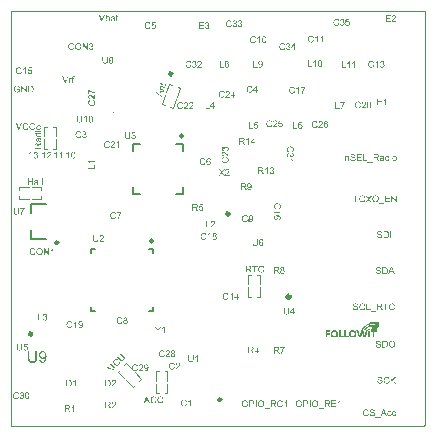
<source format=gto>
G04 Layer_Color=15065295*
%FSLAX43Y43*%
%MOMM*%
G71*
G01*
G75*
%ADD10C,0.254*%
%ADD67C,0.100*%
%ADD76C,0.300*%
%ADD77C,0.250*%
%ADD78C,0.102*%
%ADD79C,0.200*%
G36*
X37901Y59817D02*
X37822D01*
X37524Y60264D01*
Y59817D01*
X37452D01*
Y60387D01*
X37529D01*
X37828Y59939D01*
Y60387D01*
X37901D01*
Y59817D01*
D02*
G37*
G36*
X38261Y60386D02*
X38277Y60385D01*
X38294Y60383D01*
X38310Y60381D01*
X38324Y60378D01*
X38325D01*
X38327Y60378D01*
X38329D01*
X38333Y60376D01*
X38342Y60374D01*
X38353Y60369D01*
X38366Y60364D01*
X38380Y60356D01*
X38394Y60348D01*
X38407Y60337D01*
X38408Y60336D01*
X38409Y60336D01*
X38412Y60333D01*
X38415Y60331D01*
X38423Y60322D01*
X38433Y60311D01*
X38444Y60297D01*
X38455Y60281D01*
X38466Y60262D01*
X38475Y60240D01*
Y60239D01*
X38476Y60238D01*
X38477Y60234D01*
X38478Y60229D01*
X38481Y60224D01*
X38482Y60217D01*
X38484Y60210D01*
X38486Y60201D01*
X38489Y60192D01*
X38491Y60181D01*
X38495Y60158D01*
X38497Y60132D01*
X38498Y60104D01*
Y60104D01*
Y60102D01*
Y60098D01*
Y60094D01*
X38497Y60088D01*
Y60081D01*
X38496Y60066D01*
X38494Y60048D01*
X38491Y60029D01*
X38487Y60009D01*
X38482Y59989D01*
Y59988D01*
X38482Y59987D01*
X38481Y59984D01*
X38480Y59981D01*
X38477Y59972D01*
X38472Y59960D01*
X38467Y59947D01*
X38460Y59934D01*
X38452Y59920D01*
X38444Y59907D01*
X38443Y59905D01*
X38440Y59901D01*
X38435Y59895D01*
X38428Y59888D01*
X38421Y59880D01*
X38412Y59872D01*
X38403Y59862D01*
X38392Y59855D01*
X38390Y59854D01*
X38387Y59852D01*
X38381Y59848D01*
X38373Y59844D01*
X38363Y59839D01*
X38351Y59835D01*
X38338Y59830D01*
X38324Y59826D01*
X38322D01*
X38319Y59825D01*
X38317Y59825D01*
X38309Y59824D01*
X38297Y59822D01*
X38284Y59820D01*
X38268Y59819D01*
X38251Y59818D01*
X38232Y59817D01*
X38027D01*
Y60387D01*
X38246D01*
X38261Y60386D01*
D02*
G37*
G36*
X37115Y60396D02*
X37121D01*
X37137Y60394D01*
X37154Y60392D01*
X37172Y60388D01*
X37192Y60383D01*
X37211Y60376D01*
X37212D01*
X37213Y60375D01*
X37216Y60374D01*
X37219Y60373D01*
X37228Y60368D01*
X37240Y60362D01*
X37252Y60354D01*
X37265Y60344D01*
X37278Y60333D01*
X37289Y60320D01*
X37291Y60318D01*
X37294Y60313D01*
X37299Y60306D01*
X37306Y60295D01*
X37312Y60282D01*
X37319Y60266D01*
X37327Y60248D01*
X37333Y60227D01*
X37264Y60209D01*
Y60210D01*
X37264Y60211D01*
X37263Y60213D01*
X37262Y60216D01*
X37259Y60224D01*
X37256Y60234D01*
X37251Y60245D01*
X37245Y60256D01*
X37240Y60267D01*
X37232Y60277D01*
X37231Y60278D01*
X37229Y60281D01*
X37224Y60285D01*
X37218Y60291D01*
X37211Y60298D01*
X37201Y60304D01*
X37190Y60311D01*
X37178Y60317D01*
X37176Y60318D01*
X37172Y60319D01*
X37165Y60322D01*
X37155Y60325D01*
X37143Y60327D01*
X37130Y60330D01*
X37115Y60332D01*
X37100Y60332D01*
X37091D01*
X37087Y60332D01*
X37082D01*
X37069Y60331D01*
X37055Y60328D01*
X37040Y60326D01*
X37025Y60322D01*
X37010Y60316D01*
X37008Y60315D01*
X37003Y60313D01*
X36997Y60309D01*
X36989Y60305D01*
X36979Y60299D01*
X36968Y60292D01*
X36958Y60284D01*
X36949Y60275D01*
X36948Y60274D01*
X36945Y60271D01*
X36941Y60265D01*
X36936Y60258D01*
X36930Y60250D01*
X36924Y60240D01*
X36919Y60229D01*
X36913Y60218D01*
Y60217D01*
X36912Y60216D01*
X36911Y60213D01*
X36910Y60209D01*
X36908Y60204D01*
X36906Y60198D01*
X36904Y60192D01*
X36902Y60184D01*
X36898Y60167D01*
X36895Y60147D01*
X36892Y60127D01*
X36892Y60104D01*
Y60103D01*
Y60100D01*
Y60096D01*
X36892Y60091D01*
Y60085D01*
X36893Y60076D01*
X36894Y60068D01*
X36895Y60059D01*
X36898Y60039D01*
X36902Y60017D01*
X36909Y59996D01*
X36917Y59975D01*
Y59974D01*
X36919Y59973D01*
X36920Y59970D01*
X36922Y59967D01*
X36928Y59958D01*
X36937Y59946D01*
X36948Y59934D01*
X36961Y59922D01*
X36976Y59910D01*
X36994Y59900D01*
X36994D01*
X36996Y59899D01*
X36999Y59897D01*
X37003Y59895D01*
X37007Y59894D01*
X37013Y59892D01*
X37026Y59887D01*
X37042Y59883D01*
X37060Y59879D01*
X37080Y59876D01*
X37101Y59875D01*
X37109D01*
X37114Y59876D01*
X37119D01*
X37131Y59877D01*
X37146Y59879D01*
X37161Y59882D01*
X37179Y59887D01*
X37196Y59893D01*
X37197D01*
X37199Y59894D01*
X37200Y59895D01*
X37203Y59896D01*
X37213Y59900D01*
X37222Y59905D01*
X37234Y59911D01*
X37246Y59918D01*
X37258Y59925D01*
X37268Y59933D01*
Y60040D01*
X37100D01*
Y60108D01*
X37342D01*
Y59896D01*
X37341Y59895D01*
X37339Y59895D01*
X37336Y59892D01*
X37332Y59889D01*
X37327Y59886D01*
X37321Y59881D01*
X37314Y59876D01*
X37306Y59872D01*
X37289Y59861D01*
X37269Y59849D01*
X37249Y59839D01*
X37227Y59830D01*
X37226D01*
X37224Y59829D01*
X37221Y59828D01*
X37217Y59826D01*
X37211Y59825D01*
X37204Y59822D01*
X37197Y59820D01*
X37189Y59819D01*
X37171Y59815D01*
X37151Y59811D01*
X37129Y59808D01*
X37106Y59807D01*
X37097D01*
X37092Y59808D01*
X37084D01*
X37075Y59809D01*
X37065Y59811D01*
X37055Y59811D01*
X37031Y59816D01*
X37005Y59822D01*
X36979Y59831D01*
X36966Y59836D01*
X36952Y59843D01*
X36952Y59844D01*
X36949Y59844D01*
X36946Y59847D01*
X36941Y59849D01*
X36935Y59853D01*
X36929Y59858D01*
X36914Y59869D01*
X36897Y59884D01*
X36880Y59902D01*
X36864Y59923D01*
X36849Y59946D01*
Y59947D01*
X36847Y59950D01*
X36845Y59953D01*
X36843Y59959D01*
X36841Y59965D01*
X36838Y59973D01*
X36835Y59981D01*
X36831Y59991D01*
X36828Y60002D01*
X36825Y60014D01*
X36822Y60026D01*
X36820Y60039D01*
X36816Y60068D01*
X36814Y60099D01*
Y60099D01*
Y60103D01*
Y60107D01*
X36815Y60113D01*
Y60120D01*
X36816Y60129D01*
X36817Y60138D01*
X36818Y60149D01*
X36821Y60160D01*
X36822Y60173D01*
X36829Y60199D01*
X36837Y60226D01*
X36849Y60253D01*
X36850Y60254D01*
X36850Y60257D01*
X36852Y60260D01*
X36855Y60265D01*
X36859Y60271D01*
X36863Y60278D01*
X36874Y60294D01*
X36888Y60312D01*
X36906Y60329D01*
X36925Y60346D01*
X36937Y60354D01*
X36948Y60361D01*
X36949Y60362D01*
X36952Y60363D01*
X36955Y60364D01*
X36960Y60367D01*
X36966Y60369D01*
X36974Y60373D01*
X36982Y60376D01*
X36992Y60379D01*
X37003Y60383D01*
X37014Y60385D01*
X37027Y60388D01*
X37040Y60391D01*
X37069Y60395D01*
X37083Y60397D01*
X37110D01*
X37115Y60396D01*
D02*
G37*
G36*
X68410Y32410D02*
X68325D01*
X68258Y32583D01*
X68019D01*
X67958Y32410D01*
X67878D01*
X68095Y32980D01*
X68177D01*
X68410Y32410D01*
D02*
G37*
G36*
X67887Y32252D02*
X67424D01*
Y32303D01*
X67887D01*
Y32252D01*
D02*
G37*
G36*
X65080Y54447D02*
X65089Y54446D01*
X65100Y54445D01*
X65111Y54442D01*
X65123Y54439D01*
X65135Y54434D01*
X65137Y54433D01*
X65140Y54432D01*
X65146Y54429D01*
X65152Y54425D01*
X65160Y54420D01*
X65168Y54413D01*
X65175Y54407D01*
X65182Y54399D01*
X65183Y54398D01*
X65184Y54394D01*
X65187Y54390D01*
X65191Y54385D01*
X65194Y54376D01*
X65197Y54368D01*
X65202Y54358D01*
X65204Y54348D01*
Y54347D01*
X65205Y54343D01*
X65206Y54339D01*
X65206Y54332D01*
Y54322D01*
X65207Y54311D01*
X65208Y54297D01*
Y54279D01*
Y54026D01*
X65138D01*
Y54276D01*
Y54277D01*
Y54278D01*
Y54283D01*
Y54291D01*
X65137Y54300D01*
X65137Y54311D01*
X65135Y54321D01*
X65132Y54331D01*
X65130Y54340D01*
Y54341D01*
X65128Y54343D01*
X65126Y54348D01*
X65123Y54353D01*
X65119Y54357D01*
X65114Y54363D01*
X65108Y54369D01*
X65100Y54374D01*
X65100Y54375D01*
X65097Y54376D01*
X65092Y54378D01*
X65086Y54381D01*
X65080Y54383D01*
X65072Y54385D01*
X65062Y54386D01*
X65052Y54387D01*
X65048D01*
X65044Y54386D01*
X65036Y54385D01*
X65025Y54384D01*
X65014Y54380D01*
X65001Y54375D01*
X64988Y54368D01*
X64975Y54358D01*
X64974Y54357D01*
X64970Y54353D01*
X64968Y54349D01*
X64965Y54345D01*
X64962Y54340D01*
X64960Y54334D01*
X64956Y54328D01*
X64953Y54320D01*
X64951Y54311D01*
X64948Y54301D01*
X64946Y54290D01*
X64945Y54278D01*
X64943Y54264D01*
Y54250D01*
Y54026D01*
X64873D01*
Y54439D01*
X64936D01*
Y54380D01*
X64937Y54381D01*
X64938Y54383D01*
X64941Y54386D01*
X64944Y54390D01*
X64949Y54395D01*
X64955Y54401D01*
X64961Y54408D01*
X64969Y54414D01*
X64978Y54420D01*
X64988Y54427D01*
X64998Y54432D01*
X65010Y54437D01*
X65023Y54441D01*
X65036Y54445D01*
X65051Y54447D01*
X65067Y54448D01*
X65073D01*
X65080Y54447D01*
D02*
G37*
G36*
X68793Y54026D02*
X68723D01*
Y54439D01*
X68793D01*
Y54026D01*
D02*
G37*
G36*
X68612D02*
X68547D01*
Y54078D01*
X68546Y54077D01*
X68545Y54075D01*
X68543Y54072D01*
X68539Y54068D01*
X68535Y54064D01*
X68530Y54059D01*
X68525Y54053D01*
X68517Y54047D01*
X68510Y54041D01*
X68502Y54036D01*
X68492Y54031D01*
X68481Y54027D01*
X68470Y54023D01*
X68458Y54019D01*
X68445Y54018D01*
X68431Y54017D01*
X68426D01*
X68423Y54018D01*
X68413Y54018D01*
X68401Y54020D01*
X68387Y54023D01*
X68372Y54028D01*
X68356Y54035D01*
X68340Y54044D01*
X68340D01*
X68339Y54046D01*
X68334Y54049D01*
X68326Y54055D01*
X68317Y54064D01*
X68307Y54074D01*
X68296Y54088D01*
X68285Y54102D01*
X68276Y54120D01*
Y54120D01*
X68275Y54122D01*
X68274Y54125D01*
X68273Y54128D01*
X68271Y54133D01*
X68269Y54139D01*
X68267Y54144D01*
X68265Y54152D01*
X68261Y54168D01*
X68257Y54187D01*
X68255Y54208D01*
X68254Y54232D01*
Y54232D01*
Y54234D01*
Y54237D01*
Y54242D01*
X68255Y54247D01*
Y54254D01*
X68256Y54269D01*
X68259Y54286D01*
X68263Y54305D01*
X68268Y54325D01*
X68274Y54343D01*
Y54344D01*
X68275Y54346D01*
X68277Y54348D01*
X68279Y54352D01*
X68284Y54361D01*
X68290Y54372D01*
X68298Y54385D01*
X68309Y54397D01*
X68321Y54410D01*
X68336Y54421D01*
X68337D01*
X68338Y54422D01*
X68340Y54423D01*
X68344Y54425D01*
X68352Y54429D01*
X68363Y54435D01*
X68377Y54440D01*
X68392Y54444D01*
X68409Y54447D01*
X68428Y54448D01*
X68434D01*
X68441Y54447D01*
X68450Y54446D01*
X68460Y54444D01*
X68472Y54441D01*
X68484Y54437D01*
X68494Y54432D01*
X68496Y54431D01*
X68499Y54429D01*
X68504Y54425D01*
X68511Y54421D01*
X68519Y54415D01*
X68526Y54408D01*
X68535Y54400D01*
X68542Y54391D01*
Y54595D01*
X68612D01*
Y54026D01*
D02*
G37*
G36*
X68793Y54515D02*
X68723D01*
Y54595D01*
X68793D01*
Y54515D01*
D02*
G37*
G36*
X65537Y54604D02*
X65543D01*
X65559Y54603D01*
X65576Y54600D01*
X65594Y54596D01*
X65614Y54591D01*
X65632Y54585D01*
X65633D01*
X65634Y54584D01*
X65637Y54582D01*
X65640Y54580D01*
X65648Y54576D01*
X65659Y54569D01*
X65671Y54561D01*
X65684Y54550D01*
X65695Y54538D01*
X65706Y54524D01*
Y54523D01*
X65707Y54522D01*
X65709Y54520D01*
X65710Y54517D01*
X65714Y54509D01*
X65719Y54498D01*
X65725Y54485D01*
X65729Y54469D01*
X65733Y54453D01*
X65735Y54435D01*
X65662Y54429D01*
Y54430D01*
Y54432D01*
X65662Y54434D01*
X65661Y54438D01*
X65658Y54447D01*
X65655Y54459D01*
X65650Y54473D01*
X65643Y54486D01*
X65634Y54498D01*
X65622Y54510D01*
X65620Y54511D01*
X65616Y54514D01*
X65608Y54519D01*
X65597Y54524D01*
X65583Y54529D01*
X65567Y54534D01*
X65546Y54537D01*
X65523Y54538D01*
X65512D01*
X65507Y54537D01*
X65500Y54536D01*
X65485Y54534D01*
X65469Y54531D01*
X65453Y54527D01*
X65437Y54520D01*
X65430Y54516D01*
X65424Y54512D01*
X65422Y54511D01*
X65419Y54508D01*
X65414Y54502D01*
X65409Y54496D01*
X65403Y54487D01*
X65398Y54477D01*
X65395Y54465D01*
X65393Y54452D01*
Y54450D01*
Y54447D01*
X65394Y54441D01*
X65396Y54435D01*
X65398Y54427D01*
X65402Y54418D01*
X65407Y54410D01*
X65415Y54402D01*
X65416Y54401D01*
X65420Y54399D01*
X65423Y54396D01*
X65426Y54394D01*
X65431Y54392D01*
X65437Y54389D01*
X65444Y54386D01*
X65453Y54383D01*
X65462Y54380D01*
X65472Y54376D01*
X65484Y54372D01*
X65497Y54368D01*
X65512Y54365D01*
X65528Y54361D01*
X65529D01*
X65532Y54360D01*
X65537Y54359D01*
X65543Y54357D01*
X65550Y54356D01*
X65560Y54353D01*
X65569Y54351D01*
X65578Y54348D01*
X65600Y54343D01*
X65620Y54337D01*
X65630Y54334D01*
X65639Y54330D01*
X65648Y54328D01*
X65654Y54325D01*
X65655D01*
X65657Y54324D01*
X65659Y54322D01*
X65662Y54320D01*
X65671Y54315D01*
X65682Y54309D01*
X65695Y54300D01*
X65707Y54290D01*
X65718Y54278D01*
X65728Y54266D01*
X65729Y54264D01*
X65732Y54260D01*
X65736Y54253D01*
X65741Y54243D01*
X65745Y54232D01*
X65749Y54218D01*
X65751Y54202D01*
X65752Y54185D01*
Y54185D01*
Y54184D01*
Y54181D01*
Y54178D01*
X65750Y54169D01*
X65749Y54157D01*
X65746Y54144D01*
X65741Y54130D01*
X65735Y54116D01*
X65726Y54100D01*
Y54099D01*
X65725Y54098D01*
X65721Y54093D01*
X65715Y54086D01*
X65707Y54078D01*
X65696Y54068D01*
X65683Y54057D01*
X65668Y54047D01*
X65651Y54038D01*
X65650D01*
X65648Y54037D01*
X65646Y54036D01*
X65643Y54035D01*
X65638Y54033D01*
X65632Y54031D01*
X65619Y54027D01*
X65603Y54023D01*
X65584Y54019D01*
X65564Y54017D01*
X65541Y54016D01*
X65528D01*
X65522Y54017D01*
X65514D01*
X65506Y54018D01*
X65496Y54018D01*
X65476Y54022D01*
X65454Y54025D01*
X65433Y54031D01*
X65412Y54038D01*
X65411D01*
X65410Y54039D01*
X65407Y54041D01*
X65404Y54042D01*
X65394Y54047D01*
X65383Y54055D01*
X65369Y54064D01*
X65355Y54076D01*
X65342Y54090D01*
X65330Y54106D01*
Y54106D01*
X65328Y54108D01*
X65327Y54111D01*
X65325Y54114D01*
X65323Y54118D01*
X65321Y54123D01*
X65315Y54135D01*
X65309Y54151D01*
X65304Y54168D01*
X65301Y54188D01*
X65299Y54208D01*
X65370Y54215D01*
Y54214D01*
Y54213D01*
X65371Y54211D01*
Y54208D01*
X65373Y54200D01*
X65375Y54190D01*
X65379Y54179D01*
X65382Y54167D01*
X65388Y54155D01*
X65393Y54144D01*
X65394Y54143D01*
X65397Y54140D01*
X65401Y54134D01*
X65407Y54129D01*
X65416Y54121D01*
X65425Y54114D01*
X65437Y54106D01*
X65450Y54100D01*
X65451D01*
X65452Y54099D01*
X65454Y54098D01*
X65457Y54097D01*
X65465Y54095D01*
X65476Y54092D01*
X65489Y54088D01*
X65504Y54086D01*
X65520Y54084D01*
X65538Y54083D01*
X65546D01*
X65554Y54084D01*
X65564Y54085D01*
X65575Y54087D01*
X65588Y54088D01*
X65602Y54092D01*
X65614Y54096D01*
X65616Y54097D01*
X65620Y54098D01*
X65625Y54102D01*
X65633Y54105D01*
X65640Y54111D01*
X65648Y54116D01*
X65657Y54123D01*
X65663Y54131D01*
X65664Y54132D01*
X65666Y54135D01*
X65668Y54139D01*
X65671Y54146D01*
X65675Y54153D01*
X65677Y54161D01*
X65679Y54170D01*
X65680Y54180D01*
Y54181D01*
Y54185D01*
X65679Y54190D01*
X65678Y54196D01*
X65676Y54203D01*
X65673Y54211D01*
X65669Y54219D01*
X65663Y54227D01*
X65662Y54227D01*
X65660Y54230D01*
X65657Y54233D01*
X65651Y54238D01*
X65644Y54243D01*
X65635Y54249D01*
X65625Y54255D01*
X65612Y54260D01*
X65611Y54260D01*
X65607Y54261D01*
X65601Y54264D01*
X65597Y54264D01*
X65591Y54266D01*
X65585Y54269D01*
X65578Y54270D01*
X65569Y54273D01*
X65560Y54275D01*
X65550Y54278D01*
X65538Y54281D01*
X65525Y54284D01*
X65511Y54287D01*
X65510D01*
X65508Y54288D01*
X65504Y54289D01*
X65499Y54291D01*
X65492Y54292D01*
X65485Y54294D01*
X65468Y54299D01*
X65450Y54305D01*
X65431Y54311D01*
X65415Y54316D01*
X65407Y54320D01*
X65401Y54323D01*
X65400D01*
X65399Y54324D01*
X65394Y54327D01*
X65387Y54331D01*
X65379Y54338D01*
X65369Y54345D01*
X65359Y54354D01*
X65349Y54365D01*
X65341Y54376D01*
X65340Y54378D01*
X65337Y54382D01*
X65334Y54389D01*
X65331Y54397D01*
X65327Y54408D01*
X65324Y54420D01*
X65322Y54433D01*
X65321Y54447D01*
Y54448D01*
Y54449D01*
Y54451D01*
Y54455D01*
X65323Y54463D01*
X65324Y54473D01*
X65327Y54486D01*
X65331Y54500D01*
X65337Y54514D01*
X65345Y54528D01*
Y54529D01*
X65346Y54529D01*
X65350Y54534D01*
X65355Y54541D01*
X65363Y54549D01*
X65373Y54558D01*
X65385Y54568D01*
X65400Y54577D01*
X65416Y54585D01*
X65417D01*
X65419Y54586D01*
X65421Y54587D01*
X65425Y54589D01*
X65429Y54590D01*
X65434Y54592D01*
X65447Y54595D01*
X65462Y54599D01*
X65481Y54602D01*
X65499Y54604D01*
X65521Y54605D01*
X65532D01*
X65537Y54604D01*
D02*
G37*
G36*
X50732Y36935D02*
X50739Y36934D01*
X50747Y36933D01*
X50756Y36931D01*
X50765Y36930D01*
X50786Y36924D01*
X50808Y36916D01*
X50819Y36911D01*
X50829Y36905D01*
X50839Y36897D01*
X50848Y36889D01*
X50849Y36888D01*
X50851Y36888D01*
X50852Y36884D01*
X50856Y36881D01*
X50860Y36877D01*
X50864Y36871D01*
X50868Y36865D01*
X50873Y36858D01*
X50881Y36842D01*
X50889Y36823D01*
X50893Y36813D01*
X50894Y36801D01*
X50896Y36790D01*
X50897Y36777D01*
Y36776D01*
Y36772D01*
X50896Y36765D01*
X50895Y36756D01*
X50893Y36746D01*
X50890Y36735D01*
X50887Y36722D01*
X50882Y36710D01*
X50881Y36708D01*
X50879Y36704D01*
X50876Y36698D01*
X50871Y36688D01*
X50865Y36679D01*
X50856Y36666D01*
X50846Y36654D01*
X50835Y36640D01*
X50833Y36638D01*
X50829Y36633D01*
X50825Y36629D01*
X50821Y36625D01*
X50816Y36620D01*
X50809Y36614D01*
X50803Y36607D01*
X50795Y36600D01*
X50786Y36591D01*
X50777Y36582D01*
X50766Y36573D01*
X50754Y36563D01*
X50741Y36552D01*
X50728Y36540D01*
X50727Y36540D01*
X50726Y36538D01*
X50722Y36535D01*
X50718Y36532D01*
X50713Y36527D01*
X50707Y36522D01*
X50694Y36512D01*
X50680Y36499D01*
X50667Y36487D01*
X50656Y36476D01*
X50651Y36472D01*
X50646Y36468D01*
X50646Y36467D01*
X50643Y36465D01*
X50640Y36461D01*
X50636Y36456D01*
X50632Y36451D01*
X50627Y36445D01*
X50617Y36431D01*
X50898D01*
Y36363D01*
X50520D01*
Y36364D01*
Y36368D01*
Y36372D01*
X50521Y36379D01*
X50521Y36386D01*
X50523Y36395D01*
X50525Y36403D01*
X50528Y36412D01*
Y36413D01*
X50529Y36414D01*
X50530Y36419D01*
X50534Y36426D01*
X50539Y36436D01*
X50545Y36447D01*
X50554Y36461D01*
X50563Y36474D01*
X50574Y36488D01*
Y36488D01*
X50576Y36489D01*
X50580Y36494D01*
X50587Y36502D01*
X50598Y36512D01*
X50610Y36525D01*
X50626Y36540D01*
X50645Y36556D01*
X50665Y36573D01*
X50666Y36574D01*
X50670Y36577D01*
X50674Y36581D01*
X50680Y36586D01*
X50688Y36592D01*
X50697Y36600D01*
X50706Y36608D01*
X50716Y36617D01*
X50737Y36637D01*
X50758Y36656D01*
X50767Y36666D01*
X50777Y36676D01*
X50785Y36685D01*
X50791Y36694D01*
Y36695D01*
X50793Y36696D01*
X50795Y36698D01*
X50796Y36702D01*
X50802Y36711D01*
X50809Y36721D01*
X50814Y36735D01*
X50820Y36749D01*
X50823Y36764D01*
X50825Y36779D01*
Y36780D01*
Y36781D01*
X50824Y36786D01*
X50823Y36794D01*
X50821Y36803D01*
X50818Y36814D01*
X50812Y36826D01*
X50805Y36837D01*
X50795Y36849D01*
X50793Y36851D01*
X50789Y36854D01*
X50783Y36858D01*
X50774Y36864D01*
X50763Y36869D01*
X50749Y36874D01*
X50734Y36877D01*
X50716Y36878D01*
X50712D01*
X50708Y36877D01*
X50698Y36876D01*
X50687Y36874D01*
X50674Y36870D01*
X50660Y36865D01*
X50647Y36857D01*
X50635Y36847D01*
X50633Y36846D01*
X50630Y36842D01*
X50625Y36835D01*
X50620Y36825D01*
X50614Y36814D01*
X50609Y36799D01*
X50606Y36782D01*
X50605Y36763D01*
X50533Y36771D01*
Y36772D01*
X50534Y36774D01*
Y36778D01*
X50535Y36784D01*
X50536Y36791D01*
X50538Y36798D01*
X50540Y36807D01*
X50543Y36816D01*
X50549Y36836D01*
X50559Y36856D01*
X50565Y36865D01*
X50572Y36875D01*
X50580Y36884D01*
X50588Y36893D01*
X50589Y36893D01*
X50591Y36894D01*
X50593Y36897D01*
X50597Y36899D01*
X50602Y36902D01*
X50608Y36906D01*
X50614Y36910D01*
X50623Y36914D01*
X50632Y36918D01*
X50642Y36922D01*
X50652Y36925D01*
X50664Y36929D01*
X50676Y36931D01*
X50689Y36934D01*
X50703Y36935D01*
X50718Y36935D01*
X50726D01*
X50732Y36935D01*
D02*
G37*
G36*
X51260Y33818D02*
X51267Y33817D01*
X51277Y33816D01*
X51286Y33815D01*
X51296Y33813D01*
X51319Y33808D01*
X51343Y33800D01*
X51356Y33796D01*
X51367Y33790D01*
X51379Y33782D01*
X51390Y33775D01*
X51391Y33774D01*
X51393Y33773D01*
X51396Y33771D01*
X51400Y33767D01*
X51404Y33763D01*
X51410Y33757D01*
X51416Y33750D01*
X51422Y33744D01*
X51429Y33735D01*
X51435Y33726D01*
X51443Y33716D01*
X51449Y33705D01*
X51455Y33693D01*
X51462Y33680D01*
X51467Y33667D01*
X51472Y33652D01*
X51398Y33635D01*
Y33636D01*
X51397Y33638D01*
X51395Y33641D01*
X51393Y33645D01*
X51392Y33650D01*
X51389Y33656D01*
X51383Y33670D01*
X51374Y33684D01*
X51365Y33699D01*
X51352Y33713D01*
X51339Y33726D01*
X51337Y33727D01*
X51333Y33731D01*
X51324Y33735D01*
X51314Y33740D01*
X51300Y33745D01*
X51284Y33750D01*
X51265Y33754D01*
X51244Y33754D01*
X51238D01*
X51234Y33754D01*
X51228D01*
X51221Y33753D01*
X51206Y33750D01*
X51188Y33747D01*
X51170Y33741D01*
X51151Y33733D01*
X51134Y33722D01*
X51133D01*
X51133Y33721D01*
X51127Y33717D01*
X51119Y33710D01*
X51110Y33700D01*
X51100Y33688D01*
X51090Y33674D01*
X51081Y33656D01*
X51072Y33638D01*
Y33637D01*
X51072Y33635D01*
X51071Y33633D01*
X51070Y33628D01*
X51068Y33624D01*
X51067Y33618D01*
X51064Y33604D01*
X51061Y33587D01*
X51058Y33569D01*
X51056Y33549D01*
X51055Y33528D01*
Y33527D01*
Y33525D01*
Y33521D01*
Y33516D01*
X51056Y33510D01*
Y33503D01*
X51057Y33494D01*
X51058Y33485D01*
X51060Y33466D01*
X51064Y33444D01*
X51069Y33423D01*
X51076Y33401D01*
Y33401D01*
X51077Y33399D01*
X51078Y33396D01*
X51080Y33392D01*
X51085Y33382D01*
X51092Y33371D01*
X51101Y33358D01*
X51113Y33344D01*
X51126Y33331D01*
X51142Y33320D01*
X51142D01*
X51144Y33319D01*
X51147Y33317D01*
X51150Y33316D01*
X51154Y33314D01*
X51159Y33312D01*
X51170Y33307D01*
X51185Y33302D01*
X51202Y33298D01*
X51220Y33294D01*
X51239Y33294D01*
X51244D01*
X51249Y33294D01*
X51255D01*
X51261Y33295D01*
X51276Y33298D01*
X51293Y33303D01*
X51310Y33309D01*
X51328Y33318D01*
X51337Y33323D01*
X51346Y33330D01*
X51346Y33331D01*
X51347Y33331D01*
X51350Y33334D01*
X51353Y33336D01*
X51356Y33340D01*
X51360Y33345D01*
X51365Y33350D01*
X51370Y33357D01*
X51374Y33364D01*
X51380Y33373D01*
X51385Y33381D01*
X51390Y33391D01*
X51394Y33401D01*
X51398Y33413D01*
X51402Y33425D01*
X51406Y33438D01*
X51481Y33419D01*
Y33419D01*
X51481Y33415D01*
X51479Y33410D01*
X51477Y33404D01*
X51474Y33396D01*
X51471Y33387D01*
X51467Y33377D01*
X51462Y33367D01*
X51450Y33344D01*
X51435Y33321D01*
X51426Y33309D01*
X51417Y33298D01*
X51407Y33288D01*
X51396Y33278D01*
X51395Y33277D01*
X51393Y33275D01*
X51389Y33274D01*
X51385Y33270D01*
X51379Y33266D01*
X51372Y33262D01*
X51363Y33258D01*
X51354Y33254D01*
X51343Y33249D01*
X51332Y33245D01*
X51319Y33241D01*
X51306Y33237D01*
X51292Y33233D01*
X51277Y33232D01*
X51262Y33230D01*
X51245Y33229D01*
X51236D01*
X51230Y33230D01*
X51222D01*
X51213Y33231D01*
X51203Y33233D01*
X51192Y33234D01*
X51168Y33238D01*
X51143Y33245D01*
X51119Y33254D01*
X51107Y33260D01*
X51095Y33266D01*
X51095Y33267D01*
X51093Y33268D01*
X51090Y33270D01*
X51086Y33274D01*
X51081Y33277D01*
X51076Y33282D01*
X51069Y33288D01*
X51063Y33294D01*
X51056Y33302D01*
X51049Y33309D01*
X51034Y33328D01*
X51020Y33350D01*
X51007Y33375D01*
Y33376D01*
X51006Y33378D01*
X51005Y33382D01*
X51002Y33387D01*
X51001Y33394D01*
X50998Y33402D01*
X50995Y33411D01*
X50993Y33421D01*
X50990Y33432D01*
X50987Y33444D01*
X50983Y33470D01*
X50979Y33498D01*
X50978Y33528D01*
Y33529D01*
Y33532D01*
Y33537D01*
X50979Y33543D01*
Y33551D01*
X50979Y33559D01*
X50980Y33570D01*
X50982Y33581D01*
X50986Y33605D01*
X50992Y33631D01*
X51000Y33657D01*
X51012Y33683D01*
X51012Y33684D01*
X51013Y33686D01*
X51015Y33689D01*
X51018Y33693D01*
X51021Y33699D01*
X51026Y33706D01*
X51036Y33721D01*
X51050Y33737D01*
X51067Y33754D01*
X51086Y33770D01*
X51108Y33784D01*
X51109Y33785D01*
X51111Y33786D01*
X51114Y33787D01*
X51119Y33790D01*
X51125Y33792D01*
X51132Y33795D01*
X51140Y33798D01*
X51149Y33801D01*
X51159Y33805D01*
X51170Y33808D01*
X51193Y33813D01*
X51219Y33817D01*
X51246Y33819D01*
X51254D01*
X51260Y33818D01*
D02*
G37*
G36*
X50244Y36942D02*
X50251Y36941D01*
X50261Y36940D01*
X50270Y36939D01*
X50280Y36937D01*
X50303Y36932D01*
X50327Y36925D01*
X50340Y36920D01*
X50351Y36914D01*
X50363Y36907D01*
X50374Y36899D01*
X50375Y36898D01*
X50377Y36897D01*
X50380Y36895D01*
X50384Y36891D01*
X50388Y36887D01*
X50394Y36881D01*
X50400Y36874D01*
X50406Y36868D01*
X50413Y36860D01*
X50419Y36850D01*
X50427Y36840D01*
X50433Y36829D01*
X50439Y36817D01*
X50446Y36805D01*
X50451Y36791D01*
X50456Y36777D01*
X50382Y36759D01*
Y36760D01*
X50381Y36762D01*
X50379Y36765D01*
X50377Y36769D01*
X50376Y36774D01*
X50373Y36781D01*
X50367Y36794D01*
X50358Y36809D01*
X50349Y36823D01*
X50336Y36837D01*
X50323Y36850D01*
X50321Y36851D01*
X50317Y36855D01*
X50308Y36859D01*
X50298Y36865D01*
X50284Y36870D01*
X50268Y36874D01*
X50249Y36878D01*
X50228Y36879D01*
X50222D01*
X50218Y36878D01*
X50212D01*
X50205Y36877D01*
X50190Y36874D01*
X50172Y36871D01*
X50154Y36865D01*
X50135Y36857D01*
X50118Y36846D01*
X50117D01*
X50117Y36845D01*
X50111Y36841D01*
X50103Y36834D01*
X50094Y36824D01*
X50084Y36812D01*
X50074Y36798D01*
X50065Y36781D01*
X50056Y36762D01*
Y36761D01*
X50056Y36759D01*
X50055Y36757D01*
X50054Y36753D01*
X50052Y36748D01*
X50051Y36742D01*
X50048Y36728D01*
X50045Y36712D01*
X50042Y36693D01*
X50040Y36674D01*
X50039Y36652D01*
Y36651D01*
Y36649D01*
Y36645D01*
Y36640D01*
X50040Y36634D01*
Y36627D01*
X50041Y36619D01*
X50042Y36609D01*
X50044Y36590D01*
X50048Y36568D01*
X50053Y36547D01*
X50060Y36526D01*
Y36525D01*
X50061Y36523D01*
X50062Y36521D01*
X50064Y36516D01*
X50069Y36507D01*
X50076Y36495D01*
X50085Y36482D01*
X50097Y36468D01*
X50110Y36456D01*
X50126Y36444D01*
X50126D01*
X50128Y36443D01*
X50131Y36442D01*
X50134Y36440D01*
X50138Y36438D01*
X50143Y36436D01*
X50154Y36431D01*
X50169Y36426D01*
X50186Y36422D01*
X50204Y36419D01*
X50223Y36418D01*
X50228D01*
X50233Y36419D01*
X50239D01*
X50245Y36419D01*
X50260Y36423D01*
X50277Y36427D01*
X50294Y36433D01*
X50312Y36442D01*
X50321Y36447D01*
X50330Y36454D01*
X50330Y36455D01*
X50331Y36456D01*
X50334Y36458D01*
X50337Y36461D01*
X50340Y36465D01*
X50344Y36470D01*
X50349Y36474D01*
X50354Y36481D01*
X50358Y36488D01*
X50364Y36497D01*
X50369Y36505D01*
X50374Y36515D01*
X50378Y36526D01*
X50382Y36537D01*
X50386Y36549D01*
X50390Y36563D01*
X50465Y36544D01*
Y36543D01*
X50465Y36540D01*
X50463Y36535D01*
X50461Y36528D01*
X50458Y36521D01*
X50455Y36512D01*
X50451Y36502D01*
X50446Y36491D01*
X50434Y36468D01*
X50419Y36445D01*
X50410Y36433D01*
X50401Y36422D01*
X50391Y36412D01*
X50380Y36402D01*
X50379Y36401D01*
X50377Y36400D01*
X50373Y36398D01*
X50369Y36395D01*
X50363Y36391D01*
X50356Y36386D01*
X50347Y36382D01*
X50338Y36378D01*
X50327Y36373D01*
X50316Y36369D01*
X50303Y36365D01*
X50290Y36361D01*
X50276Y36358D01*
X50261Y36356D01*
X50246Y36354D01*
X50229Y36354D01*
X50220D01*
X50214Y36354D01*
X50206D01*
X50197Y36355D01*
X50187Y36357D01*
X50176Y36358D01*
X50152Y36363D01*
X50127Y36369D01*
X50103Y36378D01*
X50091Y36384D01*
X50079Y36391D01*
X50079Y36391D01*
X50077Y36392D01*
X50074Y36395D01*
X50070Y36398D01*
X50065Y36401D01*
X50060Y36406D01*
X50053Y36412D01*
X50047Y36419D01*
X50040Y36426D01*
X50033Y36433D01*
X50018Y36452D01*
X50004Y36474D01*
X49991Y36499D01*
Y36500D01*
X49990Y36502D01*
X49989Y36507D01*
X49986Y36512D01*
X49985Y36518D01*
X49982Y36526D01*
X49979Y36535D01*
X49977Y36545D01*
X49974Y36556D01*
X49971Y36568D01*
X49967Y36594D01*
X49963Y36623D01*
X49962Y36652D01*
Y36653D01*
Y36656D01*
Y36661D01*
X49963Y36667D01*
Y36675D01*
X49963Y36684D01*
X49964Y36694D01*
X49966Y36705D01*
X49970Y36729D01*
X49976Y36755D01*
X49984Y36781D01*
X49996Y36807D01*
X49996Y36808D01*
X49997Y36810D01*
X49999Y36814D01*
X50002Y36818D01*
X50005Y36823D01*
X50010Y36830D01*
X50020Y36845D01*
X50034Y36861D01*
X50051Y36878D01*
X50070Y36894D01*
X50092Y36908D01*
X50093Y36909D01*
X50095Y36910D01*
X50098Y36911D01*
X50103Y36914D01*
X50109Y36916D01*
X50116Y36919D01*
X50124Y36922D01*
X50133Y36925D01*
X50143Y36929D01*
X50154Y36932D01*
X50177Y36937D01*
X50203Y36941D01*
X50230Y36943D01*
X50238D01*
X50244Y36942D01*
D02*
G37*
G36*
X42319Y56535D02*
X42327Y56534D01*
X42336Y56533D01*
X42345Y56532D01*
X42355Y56530D01*
X42378Y56525D01*
X42402Y56517D01*
X42415Y56513D01*
X42426Y56507D01*
X42438Y56499D01*
X42449Y56492D01*
X42450Y56491D01*
X42452Y56490D01*
X42455Y56488D01*
X42459Y56484D01*
X42463Y56480D01*
X42469Y56474D01*
X42475Y56467D01*
X42481Y56461D01*
X42488Y56452D01*
X42495Y56443D01*
X42502Y56433D01*
X42509Y56422D01*
X42514Y56410D01*
X42521Y56397D01*
X42526Y56384D01*
X42531Y56369D01*
X42457Y56352D01*
Y56353D01*
X42456Y56355D01*
X42454Y56358D01*
X42453Y56362D01*
X42451Y56367D01*
X42448Y56373D01*
X42442Y56387D01*
X42434Y56401D01*
X42424Y56416D01*
X42411Y56430D01*
X42398Y56443D01*
X42397Y56444D01*
X42392Y56448D01*
X42383Y56452D01*
X42373Y56457D01*
X42359Y56462D01*
X42343Y56467D01*
X42324Y56471D01*
X42304Y56471D01*
X42297D01*
X42293Y56471D01*
X42287D01*
X42281Y56470D01*
X42265Y56467D01*
X42248Y56464D01*
X42230Y56458D01*
X42211Y56450D01*
X42193Y56439D01*
X42193D01*
X42192Y56438D01*
X42186Y56434D01*
X42179Y56427D01*
X42169Y56417D01*
X42159Y56405D01*
X42149Y56391D01*
X42140Y56373D01*
X42132Y56355D01*
Y56354D01*
X42131Y56352D01*
X42130Y56350D01*
X42129Y56345D01*
X42128Y56341D01*
X42126Y56335D01*
X42123Y56321D01*
X42120Y56304D01*
X42117Y56286D01*
X42115Y56266D01*
X42114Y56245D01*
Y56244D01*
Y56242D01*
Y56238D01*
Y56233D01*
X42115Y56227D01*
Y56220D01*
X42116Y56211D01*
X42117Y56202D01*
X42119Y56183D01*
X42123Y56161D01*
X42128Y56140D01*
X42135Y56118D01*
Y56118D01*
X42136Y56116D01*
X42137Y56113D01*
X42139Y56109D01*
X42144Y56099D01*
X42151Y56088D01*
X42160Y56075D01*
X42172Y56061D01*
X42185Y56048D01*
X42201Y56037D01*
X42202D01*
X42203Y56036D01*
X42206Y56034D01*
X42209Y56033D01*
X42213Y56031D01*
X42218Y56029D01*
X42230Y56024D01*
X42244Y56019D01*
X42261Y56015D01*
X42279Y56011D01*
X42298Y56011D01*
X42304D01*
X42309Y56011D01*
X42314D01*
X42320Y56012D01*
X42335Y56015D01*
X42352Y56020D01*
X42369Y56026D01*
X42388Y56035D01*
X42397Y56040D01*
X42405Y56047D01*
X42406Y56048D01*
X42407Y56048D01*
X42409Y56051D01*
X42412Y56053D01*
X42416Y56057D01*
X42420Y56062D01*
X42425Y56067D01*
X42429Y56074D01*
X42434Y56081D01*
X42439Y56090D01*
X42444Y56098D01*
X42449Y56108D01*
X42453Y56118D01*
X42458Y56130D01*
X42462Y56142D01*
X42465Y56155D01*
X42541Y56136D01*
Y56136D01*
X42540Y56132D01*
X42538Y56127D01*
X42536Y56121D01*
X42533Y56113D01*
X42530Y56104D01*
X42526Y56094D01*
X42521Y56084D01*
X42509Y56061D01*
X42495Y56038D01*
X42486Y56026D01*
X42476Y56015D01*
X42467Y56005D01*
X42455Y55995D01*
X42454Y55994D01*
X42453Y55992D01*
X42448Y55991D01*
X42444Y55987D01*
X42438Y55983D01*
X42431Y55979D01*
X42422Y55975D01*
X42413Y55971D01*
X42402Y55966D01*
X42391Y55962D01*
X42379Y55958D01*
X42365Y55954D01*
X42351Y55950D01*
X42337Y55949D01*
X42321Y55947D01*
X42304Y55946D01*
X42295D01*
X42289Y55947D01*
X42281D01*
X42272Y55948D01*
X42262Y55950D01*
X42251Y55951D01*
X42227Y55955D01*
X42202Y55962D01*
X42178Y55971D01*
X42166Y55977D01*
X42155Y55983D01*
X42154Y55984D01*
X42152Y55985D01*
X42149Y55987D01*
X42146Y55991D01*
X42141Y55994D01*
X42135Y55999D01*
X42128Y56005D01*
X42122Y56011D01*
X42115Y56019D01*
X42108Y56026D01*
X42093Y56045D01*
X42079Y56067D01*
X42067Y56092D01*
Y56093D01*
X42065Y56095D01*
X42064Y56099D01*
X42062Y56104D01*
X42060Y56111D01*
X42058Y56119D01*
X42054Y56128D01*
X42052Y56138D01*
X42049Y56149D01*
X42046Y56161D01*
X42042Y56187D01*
X42039Y56215D01*
X42037Y56245D01*
Y56246D01*
Y56249D01*
Y56254D01*
X42038Y56260D01*
Y56268D01*
X42039Y56276D01*
X42039Y56287D01*
X42041Y56298D01*
X42045Y56322D01*
X42051Y56348D01*
X42059Y56374D01*
X42071Y56400D01*
X42072Y56401D01*
X42072Y56403D01*
X42074Y56406D01*
X42077Y56410D01*
X42081Y56416D01*
X42085Y56423D01*
X42095Y56438D01*
X42109Y56454D01*
X42126Y56471D01*
X42145Y56487D01*
X42167Y56501D01*
X42168Y56502D01*
X42170Y56503D01*
X42174Y56504D01*
X42178Y56507D01*
X42184Y56509D01*
X42191Y56512D01*
X42199Y56515D01*
X42208Y56518D01*
X42218Y56522D01*
X42229Y56525D01*
X42252Y56530D01*
X42278Y56534D01*
X42305Y56536D01*
X42314D01*
X42319Y56535D01*
D02*
G37*
G36*
X42801Y56527D02*
X42811Y56526D01*
X42825Y56523D01*
X42839Y56519D01*
X42854Y56514D01*
X42869Y56508D01*
X42870D01*
X42871Y56507D01*
X42876Y56504D01*
X42883Y56499D01*
X42891Y56494D01*
X42901Y56485D01*
X42911Y56476D01*
X42921Y56466D01*
X42929Y56453D01*
X42930Y56452D01*
X42932Y56448D01*
X42936Y56440D01*
X42940Y56431D01*
X42944Y56420D01*
X42947Y56408D01*
X42950Y56394D01*
X42950Y56380D01*
Y56378D01*
Y56373D01*
X42950Y56367D01*
X42948Y56358D01*
X42946Y56347D01*
X42941Y56336D01*
X42937Y56324D01*
X42930Y56313D01*
X42929Y56311D01*
X42927Y56308D01*
X42922Y56302D01*
X42915Y56295D01*
X42907Y56288D01*
X42897Y56280D01*
X42885Y56272D01*
X42871Y56265D01*
X42872D01*
X42874Y56264D01*
X42876Y56263D01*
X42880Y56262D01*
X42889Y56259D01*
X42900Y56254D01*
X42913Y56248D01*
X42927Y56239D01*
X42939Y56229D01*
X42950Y56216D01*
X42951Y56215D01*
X42955Y56210D01*
X42960Y56201D01*
X42964Y56191D01*
X42969Y56178D01*
X42974Y56162D01*
X42978Y56144D01*
X42978Y56124D01*
Y56123D01*
Y56121D01*
Y56117D01*
X42978Y56112D01*
X42977Y56105D01*
X42975Y56098D01*
X42974Y56090D01*
X42972Y56080D01*
X42965Y56061D01*
X42960Y56050D01*
X42955Y56040D01*
X42949Y56029D01*
X42941Y56019D01*
X42933Y56008D01*
X42923Y55998D01*
X42923Y55997D01*
X42921Y55996D01*
X42918Y55993D01*
X42913Y55990D01*
X42909Y55986D01*
X42902Y55982D01*
X42895Y55977D01*
X42885Y55973D01*
X42876Y55968D01*
X42866Y55963D01*
X42855Y55959D01*
X42843Y55955D01*
X42830Y55951D01*
X42816Y55949D01*
X42802Y55947D01*
X42786Y55946D01*
X42778D01*
X42774Y55947D01*
X42767Y55948D01*
X42760Y55949D01*
X42751Y55950D01*
X42742Y55952D01*
X42723Y55957D01*
X42702Y55965D01*
X42691Y55970D01*
X42681Y55976D01*
X42672Y55983D01*
X42662Y55991D01*
X42661Y55992D01*
X42659Y55993D01*
X42657Y55996D01*
X42654Y55999D01*
X42650Y56003D01*
X42646Y56009D01*
X42641Y56015D01*
X42636Y56022D01*
X42631Y56030D01*
X42626Y56039D01*
X42617Y56058D01*
X42610Y56081D01*
X42607Y56094D01*
X42606Y56107D01*
X42676Y56116D01*
Y56115D01*
X42676Y56113D01*
X42677Y56110D01*
X42678Y56106D01*
X42679Y56101D01*
X42681Y56095D01*
X42685Y56083D01*
X42690Y56068D01*
X42698Y56054D01*
X42706Y56041D01*
X42716Y56029D01*
X42718Y56029D01*
X42721Y56025D01*
X42727Y56021D01*
X42736Y56017D01*
X42746Y56012D01*
X42758Y56008D01*
X42772Y56005D01*
X42787Y56004D01*
X42792D01*
X42795Y56005D01*
X42804Y56006D01*
X42816Y56008D01*
X42829Y56012D01*
X42843Y56018D01*
X42857Y56026D01*
X42870Y56038D01*
X42871Y56039D01*
X42876Y56044D01*
X42881Y56052D01*
X42887Y56062D01*
X42894Y56074D01*
X42899Y56088D01*
X42903Y56104D01*
X42904Y56122D01*
Y56123D01*
Y56125D01*
Y56127D01*
X42904Y56131D01*
X42903Y56140D01*
X42900Y56150D01*
X42897Y56164D01*
X42891Y56177D01*
X42883Y56190D01*
X42872Y56202D01*
X42871Y56204D01*
X42867Y56207D01*
X42860Y56212D01*
X42851Y56218D01*
X42839Y56224D01*
X42825Y56229D01*
X42810Y56232D01*
X42792Y56234D01*
X42785D01*
X42779Y56233D01*
X42772Y56232D01*
X42764Y56230D01*
X42754Y56229D01*
X42743Y56226D01*
X42751Y56288D01*
X42755D01*
X42759Y56287D01*
X42769D01*
X42778Y56289D01*
X42789Y56290D01*
X42802Y56293D01*
X42816Y56297D01*
X42829Y56303D01*
X42843Y56310D01*
X42843D01*
X42844Y56311D01*
X42848Y56314D01*
X42854Y56320D01*
X42861Y56327D01*
X42867Y56338D01*
X42873Y56350D01*
X42877Y56364D01*
X42879Y56373D01*
Y56382D01*
Y56382D01*
Y56383D01*
Y56388D01*
X42877Y56395D01*
X42876Y56404D01*
X42872Y56414D01*
X42868Y56424D01*
X42862Y56435D01*
X42853Y56445D01*
X42852Y56446D01*
X42848Y56449D01*
X42842Y56453D01*
X42834Y56458D01*
X42825Y56462D01*
X42813Y56466D01*
X42800Y56470D01*
X42785Y56471D01*
X42778D01*
X42771Y56469D01*
X42761Y56467D01*
X42751Y56464D01*
X42740Y56460D01*
X42728Y56453D01*
X42718Y56445D01*
X42717Y56444D01*
X42713Y56440D01*
X42709Y56434D01*
X42703Y56426D01*
X42697Y56415D01*
X42691Y56402D01*
X42686Y56387D01*
X42683Y56368D01*
X42613Y56381D01*
Y56382D01*
X42614Y56384D01*
X42615Y56387D01*
X42616Y56392D01*
X42617Y56398D01*
X42620Y56405D01*
X42625Y56420D01*
X42633Y56438D01*
X42643Y56457D01*
X42655Y56474D01*
X42671Y56489D01*
X42672Y56490D01*
X42673Y56491D01*
X42676Y56493D01*
X42679Y56495D01*
X42683Y56499D01*
X42689Y56502D01*
X42695Y56505D01*
X42702Y56509D01*
X42718Y56516D01*
X42737Y56522D01*
X42760Y56527D01*
X42771Y56528D01*
X42792D01*
X42801Y56527D01*
D02*
G37*
G36*
X69039Y32832D02*
X69044D01*
X69051Y32831D01*
X69066Y32828D01*
X69084Y32824D01*
X69102Y32818D01*
X69120Y32810D01*
X69137Y32798D01*
X69138D01*
X69139Y32796D01*
X69144Y32791D01*
X69151Y32784D01*
X69160Y32773D01*
X69169Y32760D01*
X69178Y32744D01*
X69186Y32725D01*
X69192Y32703D01*
X69124Y32692D01*
Y32693D01*
X69123Y32694D01*
X69122Y32698D01*
X69120Y32706D01*
X69116Y32715D01*
X69111Y32725D01*
X69105Y32735D01*
X69097Y32745D01*
X69089Y32754D01*
X69088Y32754D01*
X69085Y32757D01*
X69079Y32760D01*
X69073Y32764D01*
X69064Y32768D01*
X69054Y32772D01*
X69042Y32774D01*
X69030Y32775D01*
X69025D01*
X69021Y32774D01*
X69012Y32773D01*
X69000Y32770D01*
X68986Y32766D01*
X68972Y32759D01*
X68958Y32749D01*
X68951Y32744D01*
X68944Y32737D01*
Y32736D01*
X68943Y32735D01*
X68941Y32733D01*
X68939Y32730D01*
X68937Y32726D01*
X68934Y32721D01*
X68931Y32715D01*
X68928Y32708D01*
X68925Y32700D01*
X68922Y32691D01*
X68919Y32681D01*
X68916Y32670D01*
X68915Y32659D01*
X68913Y32646D01*
X68911Y32632D01*
Y32617D01*
Y32616D01*
Y32614D01*
Y32609D01*
X68912Y32604D01*
Y32596D01*
X68913Y32589D01*
X68916Y32571D01*
X68919Y32551D01*
X68925Y32531D01*
X68932Y32512D01*
X68937Y32503D01*
X68943Y32496D01*
X68944Y32494D01*
X68949Y32490D01*
X68956Y32484D01*
X68965Y32478D01*
X68977Y32470D01*
X68991Y32465D01*
X69008Y32461D01*
X69017Y32460D01*
X69026Y32459D01*
X69028D01*
X69032Y32460D01*
X69041Y32461D01*
X69050Y32462D01*
X69060Y32465D01*
X69072Y32470D01*
X69084Y32475D01*
X69094Y32484D01*
X69096Y32484D01*
X69098Y32489D01*
X69103Y32494D01*
X69109Y32503D01*
X69115Y32514D01*
X69121Y32527D01*
X69126Y32544D01*
X69130Y32562D01*
X69199Y32553D01*
Y32552D01*
X69198Y32549D01*
X69197Y32546D01*
X69196Y32541D01*
X69195Y32535D01*
X69193Y32528D01*
X69187Y32512D01*
X69180Y32494D01*
X69169Y32475D01*
X69156Y32457D01*
X69149Y32449D01*
X69140Y32441D01*
X69139Y32440D01*
X69138Y32439D01*
X69135Y32438D01*
X69132Y32435D01*
X69128Y32432D01*
X69122Y32429D01*
X69116Y32425D01*
X69109Y32421D01*
X69093Y32414D01*
X69073Y32408D01*
X69051Y32403D01*
X69039Y32402D01*
X69027Y32401D01*
X69018D01*
X69013Y32402D01*
X69005Y32403D01*
X68997Y32405D01*
X68988Y32406D01*
X68978Y32408D01*
X68956Y32415D01*
X68945Y32419D01*
X68934Y32424D01*
X68922Y32431D01*
X68911Y32438D01*
X68901Y32447D01*
X68891Y32456D01*
X68890Y32457D01*
X68888Y32459D01*
X68886Y32462D01*
X68883Y32466D01*
X68879Y32472D01*
X68874Y32480D01*
X68870Y32488D01*
X68865Y32497D01*
X68860Y32508D01*
X68856Y32520D01*
X68851Y32532D01*
X68848Y32547D01*
X68845Y32562D01*
X68842Y32579D01*
X68841Y32596D01*
X68840Y32615D01*
Y32616D01*
Y32619D01*
Y32622D01*
Y32627D01*
X68841Y32633D01*
Y32639D01*
X68842Y32647D01*
X68842Y32655D01*
X68845Y32673D01*
X68849Y32693D01*
X68854Y32712D01*
X68861Y32732D01*
Y32733D01*
X68862Y32735D01*
X68864Y32737D01*
X68865Y32740D01*
X68870Y32749D01*
X68878Y32760D01*
X68888Y32772D01*
X68899Y32785D01*
X68913Y32797D01*
X68929Y32807D01*
X68930D01*
X68931Y32808D01*
X68934Y32810D01*
X68937Y32811D01*
X68941Y32813D01*
X68946Y32815D01*
X68958Y32820D01*
X68972Y32824D01*
X68990Y32828D01*
X69008Y32832D01*
X69028Y32833D01*
X69034D01*
X69039Y32832D01*
D02*
G37*
G36*
X68641D02*
X68646D01*
X68652Y32831D01*
X68668Y32828D01*
X68685Y32824D01*
X68703Y32818D01*
X68721Y32810D01*
X68739Y32798D01*
X68740D01*
X68740Y32796D01*
X68745Y32791D01*
X68753Y32784D01*
X68762Y32773D01*
X68771Y32760D01*
X68780Y32744D01*
X68788Y32725D01*
X68794Y32703D01*
X68726Y32692D01*
Y32693D01*
X68725Y32694D01*
X68724Y32698D01*
X68721Y32706D01*
X68717Y32715D01*
X68713Y32725D01*
X68707Y32735D01*
X68699Y32745D01*
X68691Y32754D01*
X68690Y32754D01*
X68687Y32757D01*
X68681Y32760D01*
X68674Y32764D01*
X68665Y32768D01*
X68656Y32772D01*
X68644Y32774D01*
X68632Y32775D01*
X68627D01*
X68623Y32774D01*
X68614Y32773D01*
X68601Y32770D01*
X68588Y32766D01*
X68573Y32759D01*
X68559Y32749D01*
X68553Y32744D01*
X68546Y32737D01*
Y32736D01*
X68544Y32735D01*
X68543Y32733D01*
X68541Y32730D01*
X68539Y32726D01*
X68535Y32721D01*
X68533Y32715D01*
X68530Y32708D01*
X68526Y32700D01*
X68524Y32691D01*
X68521Y32681D01*
X68518Y32670D01*
X68516Y32659D01*
X68515Y32646D01*
X68513Y32632D01*
Y32617D01*
Y32616D01*
Y32614D01*
Y32609D01*
X68514Y32604D01*
Y32596D01*
X68515Y32589D01*
X68517Y32571D01*
X68521Y32551D01*
X68526Y32531D01*
X68534Y32512D01*
X68539Y32503D01*
X68544Y32496D01*
X68546Y32494D01*
X68550Y32490D01*
X68558Y32484D01*
X68567Y32478D01*
X68579Y32470D01*
X68593Y32465D01*
X68609Y32461D01*
X68619Y32460D01*
X68628Y32459D01*
X68629D01*
X68634Y32460D01*
X68642Y32461D01*
X68651Y32462D01*
X68662Y32465D01*
X68674Y32470D01*
X68685Y32475D01*
X68696Y32484D01*
X68698Y32484D01*
X68700Y32489D01*
X68705Y32494D01*
X68711Y32503D01*
X68716Y32514D01*
X68723Y32527D01*
X68728Y32544D01*
X68731Y32562D01*
X68800Y32553D01*
Y32552D01*
X68800Y32549D01*
X68799Y32546D01*
X68798Y32541D01*
X68796Y32535D01*
X68795Y32528D01*
X68789Y32512D01*
X68781Y32494D01*
X68771Y32475D01*
X68758Y32457D01*
X68750Y32449D01*
X68742Y32441D01*
X68741Y32440D01*
X68740Y32439D01*
X68737Y32438D01*
X68734Y32435D01*
X68730Y32432D01*
X68724Y32429D01*
X68717Y32425D01*
X68711Y32421D01*
X68694Y32414D01*
X68674Y32408D01*
X68653Y32403D01*
X68641Y32402D01*
X68628Y32401D01*
X68620D01*
X68614Y32402D01*
X68607Y32403D01*
X68599Y32405D01*
X68590Y32406D01*
X68580Y32408D01*
X68558Y32415D01*
X68547Y32419D01*
X68535Y32424D01*
X68524Y32431D01*
X68513Y32438D01*
X68502Y32447D01*
X68493Y32456D01*
X68492Y32457D01*
X68490Y32459D01*
X68488Y32462D01*
X68484Y32466D01*
X68481Y32472D01*
X68476Y32480D01*
X68472Y32488D01*
X68467Y32497D01*
X68462Y32508D01*
X68458Y32520D01*
X68453Y32532D01*
X68450Y32547D01*
X68447Y32562D01*
X68444Y32579D01*
X68442Y32596D01*
X68442Y32615D01*
Y32616D01*
Y32619D01*
Y32622D01*
Y32627D01*
X68442Y32633D01*
Y32639D01*
X68443Y32647D01*
X68444Y32655D01*
X68447Y32673D01*
X68451Y32693D01*
X68456Y32712D01*
X68463Y32732D01*
Y32733D01*
X68464Y32735D01*
X68465Y32737D01*
X68467Y32740D01*
X68472Y32749D01*
X68479Y32760D01*
X68489Y32772D01*
X68501Y32785D01*
X68515Y32797D01*
X68530Y32807D01*
X68531D01*
X68533Y32808D01*
X68535Y32810D01*
X68539Y32811D01*
X68543Y32813D01*
X68548Y32815D01*
X68560Y32820D01*
X68574Y32824D01*
X68591Y32828D01*
X68609Y32832D01*
X68629Y32833D01*
X68636D01*
X68641Y32832D01*
D02*
G37*
G36*
X66652Y32989D02*
X66660Y32988D01*
X66669Y32987D01*
X66678Y32986D01*
X66689Y32984D01*
X66711Y32979D01*
X66736Y32972D01*
X66748Y32967D01*
X66759Y32961D01*
X66771Y32954D01*
X66783Y32946D01*
X66783Y32945D01*
X66785Y32944D01*
X66788Y32942D01*
X66792Y32938D01*
X66796Y32934D01*
X66802Y32928D01*
X66808Y32921D01*
X66815Y32915D01*
X66821Y32907D01*
X66828Y32897D01*
X66835Y32887D01*
X66842Y32876D01*
X66848Y32864D01*
X66854Y32852D01*
X66859Y32838D01*
X66864Y32824D01*
X66790Y32806D01*
Y32807D01*
X66789Y32809D01*
X66787Y32812D01*
X66786Y32816D01*
X66784Y32821D01*
X66782Y32828D01*
X66775Y32841D01*
X66767Y32856D01*
X66757Y32870D01*
X66745Y32884D01*
X66731Y32897D01*
X66730Y32898D01*
X66725Y32902D01*
X66717Y32906D01*
X66706Y32912D01*
X66692Y32917D01*
X66676Y32921D01*
X66657Y32925D01*
X66637Y32926D01*
X66630D01*
X66626Y32925D01*
X66620D01*
X66614Y32924D01*
X66598Y32921D01*
X66581Y32918D01*
X66563Y32912D01*
X66544Y32904D01*
X66527Y32893D01*
X66526D01*
X66525Y32892D01*
X66519Y32888D01*
X66512Y32881D01*
X66503Y32871D01*
X66492Y32859D01*
X66482Y32845D01*
X66473Y32828D01*
X66465Y32809D01*
Y32808D01*
X66464Y32806D01*
X66463Y32804D01*
X66462Y32800D01*
X66461Y32795D01*
X66459Y32789D01*
X66457Y32775D01*
X66453Y32759D01*
X66450Y32740D01*
X66448Y32721D01*
X66448Y32699D01*
Y32698D01*
Y32696D01*
Y32692D01*
Y32687D01*
X66448Y32681D01*
Y32674D01*
X66449Y32666D01*
X66450Y32656D01*
X66452Y32637D01*
X66457Y32615D01*
X66462Y32594D01*
X66468Y32573D01*
Y32572D01*
X66469Y32570D01*
X66471Y32568D01*
X66472Y32563D01*
X66477Y32554D01*
X66485Y32542D01*
X66494Y32529D01*
X66505Y32515D01*
X66518Y32503D01*
X66534Y32491D01*
X66535D01*
X66536Y32490D01*
X66539Y32489D01*
X66542Y32487D01*
X66546Y32485D01*
X66551Y32483D01*
X66563Y32478D01*
X66578Y32473D01*
X66594Y32469D01*
X66612Y32466D01*
X66631Y32465D01*
X66637D01*
X66642Y32466D01*
X66648D01*
X66653Y32466D01*
X66668Y32470D01*
X66685Y32474D01*
X66703Y32480D01*
X66721Y32489D01*
X66730Y32494D01*
X66738Y32501D01*
X66739Y32502D01*
X66740Y32503D01*
X66742Y32505D01*
X66745Y32508D01*
X66749Y32512D01*
X66753Y32517D01*
X66758Y32521D01*
X66762Y32528D01*
X66767Y32535D01*
X66773Y32544D01*
X66778Y32552D01*
X66783Y32562D01*
X66787Y32573D01*
X66791Y32584D01*
X66795Y32596D01*
X66798Y32610D01*
X66874Y32591D01*
Y32590D01*
X66873Y32587D01*
X66871Y32582D01*
X66869Y32575D01*
X66866Y32568D01*
X66863Y32559D01*
X66859Y32549D01*
X66854Y32538D01*
X66843Y32515D01*
X66828Y32492D01*
X66819Y32480D01*
X66810Y32469D01*
X66800Y32459D01*
X66788Y32449D01*
X66787Y32448D01*
X66786Y32447D01*
X66782Y32445D01*
X66778Y32442D01*
X66771Y32438D01*
X66764Y32433D01*
X66755Y32429D01*
X66746Y32425D01*
X66736Y32420D01*
X66724Y32416D01*
X66712Y32412D01*
X66699Y32408D01*
X66685Y32405D01*
X66670Y32403D01*
X66654Y32401D01*
X66638Y32401D01*
X66629D01*
X66622Y32401D01*
X66615D01*
X66606Y32402D01*
X66596Y32404D01*
X66584Y32405D01*
X66560Y32410D01*
X66536Y32416D01*
X66511Y32425D01*
X66499Y32431D01*
X66488Y32438D01*
X66487Y32438D01*
X66485Y32439D01*
X66482Y32442D01*
X66479Y32445D01*
X66474Y32448D01*
X66468Y32453D01*
X66462Y32459D01*
X66455Y32466D01*
X66448Y32473D01*
X66441Y32480D01*
X66426Y32499D01*
X66412Y32521D01*
X66400Y32546D01*
Y32547D01*
X66398Y32549D01*
X66397Y32554D01*
X66395Y32559D01*
X66393Y32565D01*
X66391Y32573D01*
X66387Y32582D01*
X66385Y32592D01*
X66383Y32603D01*
X66379Y32615D01*
X66375Y32641D01*
X66372Y32670D01*
X66370Y32699D01*
Y32700D01*
Y32703D01*
Y32708D01*
X66371Y32714D01*
Y32722D01*
X66372Y32731D01*
X66373Y32741D01*
X66374Y32752D01*
X66378Y32776D01*
X66384Y32802D01*
X66392Y32828D01*
X66404Y32854D01*
X66405Y32855D01*
X66406Y32857D01*
X66407Y32861D01*
X66411Y32865D01*
X66414Y32870D01*
X66418Y32877D01*
X66429Y32892D01*
X66443Y32908D01*
X66459Y32925D01*
X66478Y32941D01*
X66500Y32955D01*
X66501Y32956D01*
X66504Y32957D01*
X66507Y32958D01*
X66511Y32961D01*
X66518Y32963D01*
X66524Y32966D01*
X66532Y32969D01*
X66541Y32972D01*
X66551Y32976D01*
X66562Y32979D01*
X66585Y32984D01*
X66611Y32988D01*
X66638Y32990D01*
X66647D01*
X66652Y32989D01*
D02*
G37*
G36*
X51809Y33239D02*
X51739D01*
Y33684D01*
X51738Y33684D01*
X51734Y33680D01*
X51729Y33675D01*
X51721Y33670D01*
X51712Y33662D01*
X51700Y33654D01*
X51687Y33645D01*
X51672Y33636D01*
X51672D01*
X51671Y33635D01*
X51666Y33632D01*
X51658Y33628D01*
X51648Y33623D01*
X51636Y33617D01*
X51624Y33611D01*
X51611Y33605D01*
X51599Y33600D01*
Y33668D01*
X51600D01*
X51602Y33670D01*
X51605Y33670D01*
X51609Y33673D01*
X51614Y33675D01*
X51620Y33679D01*
X51634Y33687D01*
X51650Y33696D01*
X51667Y33707D01*
X51684Y33721D01*
X51701Y33735D01*
X51702Y33735D01*
X51703Y33736D01*
X51705Y33739D01*
X51709Y33741D01*
X51716Y33749D01*
X51726Y33759D01*
X51736Y33771D01*
X51746Y33784D01*
X51756Y33797D01*
X51764Y33811D01*
X51809D01*
Y33239D01*
D02*
G37*
G36*
X67179Y32989D02*
X67185D01*
X67201Y32987D01*
X67218Y32985D01*
X67236Y32981D01*
X67256Y32976D01*
X67274Y32969D01*
X67275D01*
X67276Y32968D01*
X67279Y32967D01*
X67282Y32965D01*
X67290Y32961D01*
X67301Y32954D01*
X67313Y32945D01*
X67326Y32935D01*
X67337Y32922D01*
X67348Y32908D01*
Y32907D01*
X67349Y32907D01*
X67350Y32904D01*
X67352Y32902D01*
X67356Y32893D01*
X67361Y32883D01*
X67367Y32870D01*
X67371Y32854D01*
X67375Y32838D01*
X67377Y32819D01*
X67304Y32814D01*
Y32814D01*
Y32816D01*
X67303Y32819D01*
X67303Y32823D01*
X67300Y32832D01*
X67297Y32844D01*
X67292Y32857D01*
X67285Y32870D01*
X67275Y32883D01*
X67264Y32894D01*
X67262Y32895D01*
X67258Y32898D01*
X67250Y32903D01*
X67239Y32908D01*
X67225Y32913D01*
X67209Y32918D01*
X67188Y32921D01*
X67165Y32922D01*
X67154D01*
X67149Y32921D01*
X67142Y32921D01*
X67127Y32919D01*
X67111Y32916D01*
X67094Y32912D01*
X67079Y32905D01*
X67072Y32901D01*
X67066Y32897D01*
X67064Y32896D01*
X67061Y32893D01*
X67056Y32887D01*
X67051Y32880D01*
X67045Y32871D01*
X67040Y32861D01*
X67037Y32850D01*
X67035Y32837D01*
Y32835D01*
Y32832D01*
X67036Y32826D01*
X67038Y32819D01*
X67040Y32811D01*
X67044Y32803D01*
X67049Y32795D01*
X67057Y32786D01*
X67057Y32786D01*
X67061Y32783D01*
X67065Y32781D01*
X67068Y32779D01*
X67073Y32777D01*
X67079Y32773D01*
X67086Y32771D01*
X67094Y32768D01*
X67103Y32764D01*
X67114Y32760D01*
X67126Y32757D01*
X67139Y32753D01*
X67154Y32749D01*
X67170Y32745D01*
X67171D01*
X67174Y32745D01*
X67179Y32744D01*
X67185Y32742D01*
X67192Y32740D01*
X67201Y32738D01*
X67210Y32735D01*
X67220Y32733D01*
X67242Y32727D01*
X67262Y32721D01*
X67272Y32718D01*
X67281Y32715D01*
X67289Y32712D01*
X67296Y32709D01*
X67297D01*
X67299Y32708D01*
X67301Y32707D01*
X67304Y32705D01*
X67313Y32700D01*
X67324Y32694D01*
X67336Y32684D01*
X67349Y32675D01*
X67360Y32663D01*
X67370Y32651D01*
X67371Y32649D01*
X67374Y32645D01*
X67378Y32638D01*
X67382Y32628D01*
X67387Y32616D01*
X67391Y32602D01*
X67393Y32587D01*
X67394Y32570D01*
Y32569D01*
Y32568D01*
Y32566D01*
Y32563D01*
X67392Y32554D01*
X67391Y32542D01*
X67387Y32529D01*
X67383Y32515D01*
X67377Y32500D01*
X67368Y32484D01*
Y32484D01*
X67367Y32483D01*
X67363Y32478D01*
X67357Y32470D01*
X67349Y32462D01*
X67338Y32452D01*
X67325Y32442D01*
X67310Y32432D01*
X67293Y32423D01*
X67292D01*
X67290Y32422D01*
X67288Y32421D01*
X67285Y32419D01*
X67280Y32418D01*
X67274Y32415D01*
X67261Y32412D01*
X67245Y32408D01*
X67226Y32404D01*
X67205Y32401D01*
X67183Y32401D01*
X67170D01*
X67164Y32401D01*
X67156D01*
X67148Y32402D01*
X67138Y32403D01*
X67117Y32406D01*
X67096Y32410D01*
X67075Y32415D01*
X67054Y32423D01*
X67053D01*
X67052Y32424D01*
X67049Y32425D01*
X67046Y32427D01*
X67036Y32432D01*
X67024Y32439D01*
X67011Y32449D01*
X66997Y32461D01*
X66984Y32475D01*
X66972Y32490D01*
Y32491D01*
X66970Y32493D01*
X66969Y32495D01*
X66967Y32498D01*
X66965Y32503D01*
X66963Y32508D01*
X66957Y32520D01*
X66951Y32535D01*
X66946Y32553D01*
X66943Y32573D01*
X66941Y32593D01*
X67012Y32600D01*
Y32599D01*
Y32598D01*
X67013Y32596D01*
Y32592D01*
X67015Y32585D01*
X67017Y32574D01*
X67020Y32563D01*
X67024Y32551D01*
X67029Y32540D01*
X67035Y32529D01*
X67036Y32528D01*
X67038Y32525D01*
X67043Y32519D01*
X67049Y32513D01*
X67057Y32506D01*
X67066Y32498D01*
X67079Y32491D01*
X67092Y32484D01*
X67093D01*
X67094Y32484D01*
X67096Y32483D01*
X67099Y32482D01*
X67107Y32480D01*
X67117Y32476D01*
X67131Y32473D01*
X67145Y32470D01*
X67162Y32469D01*
X67180Y32468D01*
X67187D01*
X67196Y32469D01*
X67205Y32470D01*
X67217Y32471D01*
X67230Y32473D01*
X67243Y32476D01*
X67256Y32480D01*
X67257Y32481D01*
X67261Y32483D01*
X67267Y32486D01*
X67275Y32489D01*
X67282Y32495D01*
X67290Y32501D01*
X67299Y32508D01*
X67305Y32516D01*
X67306Y32517D01*
X67308Y32520D01*
X67310Y32524D01*
X67313Y32531D01*
X67317Y32537D01*
X67319Y32545D01*
X67321Y32554D01*
X67322Y32564D01*
Y32565D01*
Y32569D01*
X67321Y32574D01*
X67320Y32581D01*
X67317Y32587D01*
X67315Y32596D01*
X67311Y32604D01*
X67305Y32611D01*
X67304Y32612D01*
X67302Y32614D01*
X67299Y32618D01*
X67293Y32623D01*
X67286Y32628D01*
X67277Y32633D01*
X67266Y32639D01*
X67254Y32644D01*
X67253Y32645D01*
X67249Y32646D01*
X67243Y32648D01*
X67238Y32649D01*
X67233Y32651D01*
X67227Y32653D01*
X67219Y32655D01*
X67211Y32657D01*
X67201Y32660D01*
X67192Y32662D01*
X67180Y32666D01*
X67167Y32669D01*
X67153Y32672D01*
X67152D01*
X67150Y32673D01*
X67145Y32674D01*
X67140Y32675D01*
X67134Y32677D01*
X67127Y32679D01*
X67110Y32684D01*
X67092Y32689D01*
X67073Y32695D01*
X67057Y32701D01*
X67049Y32704D01*
X67043Y32707D01*
X67042D01*
X67041Y32708D01*
X67036Y32712D01*
X67029Y32716D01*
X67020Y32722D01*
X67010Y32730D01*
X67001Y32739D01*
X66991Y32749D01*
X66982Y32761D01*
X66982Y32763D01*
X66979Y32767D01*
X66976Y32773D01*
X66973Y32782D01*
X66969Y32792D01*
X66966Y32805D01*
X66964Y32818D01*
X66963Y32832D01*
Y32833D01*
Y32833D01*
Y32836D01*
Y32839D01*
X66964Y32847D01*
X66966Y32858D01*
X66968Y32870D01*
X66973Y32884D01*
X66978Y32898D01*
X66987Y32912D01*
Y32913D01*
X66987Y32914D01*
X66992Y32919D01*
X66997Y32926D01*
X67005Y32934D01*
X67015Y32943D01*
X67027Y32953D01*
X67042Y32962D01*
X67058Y32970D01*
X67059D01*
X67061Y32971D01*
X67063Y32972D01*
X67066Y32973D01*
X67071Y32975D01*
X67076Y32977D01*
X67089Y32980D01*
X67104Y32983D01*
X67122Y32986D01*
X67141Y32989D01*
X67163Y32990D01*
X67173D01*
X67179Y32989D01*
D02*
G37*
G36*
X68030Y54447D02*
X68042Y54446D01*
X68056Y54445D01*
X68070Y54442D01*
X68084Y54439D01*
X68098Y54435D01*
X68099Y54434D01*
X68103Y54432D01*
X68109Y54430D01*
X68116Y54427D01*
X68125Y54422D01*
X68133Y54417D01*
X68140Y54410D01*
X68147Y54404D01*
X68148Y54403D01*
X68149Y54400D01*
X68152Y54396D01*
X68155Y54391D01*
X68159Y54384D01*
X68163Y54376D01*
X68166Y54367D01*
X68168Y54357D01*
Y54356D01*
X68169Y54353D01*
X68170Y54348D01*
X68171Y54342D01*
Y54333D01*
X68172Y54322D01*
X68172Y54308D01*
Y54292D01*
Y54199D01*
Y54198D01*
Y54195D01*
Y54190D01*
Y54183D01*
Y54176D01*
Y54167D01*
X68173Y54147D01*
Y54126D01*
X68174Y54106D01*
X68175Y54097D01*
Y54088D01*
X68176Y54081D01*
X68177Y54075D01*
Y54074D01*
X68177Y54071D01*
X68178Y54066D01*
X68181Y54060D01*
X68182Y54052D01*
X68186Y54044D01*
X68190Y54035D01*
X68194Y54026D01*
X68121D01*
X68120Y54027D01*
X68119Y54030D01*
X68117Y54034D01*
X68115Y54041D01*
X68112Y54048D01*
X68111Y54057D01*
X68109Y54067D01*
X68107Y54078D01*
X68107D01*
X68106Y54076D01*
X68101Y54072D01*
X68093Y54066D01*
X68084Y54059D01*
X68071Y54051D01*
X68059Y54043D01*
X68046Y54036D01*
X68032Y54030D01*
X68030Y54029D01*
X68025Y54028D01*
X68018Y54026D01*
X68009Y54023D01*
X67997Y54021D01*
X67984Y54019D01*
X67969Y54018D01*
X67954Y54017D01*
X67948D01*
X67943Y54018D01*
X67937D01*
X67930Y54018D01*
X67916Y54021D01*
X67899Y54025D01*
X67881Y54031D01*
X67865Y54039D01*
X67850Y54050D01*
X67848Y54051D01*
X67844Y54055D01*
X67838Y54063D01*
X67832Y54073D01*
X67825Y54085D01*
X67819Y54099D01*
X67815Y54116D01*
X67814Y54125D01*
X67814Y54134D01*
Y54136D01*
Y54139D01*
X67814Y54145D01*
X67815Y54153D01*
X67817Y54162D01*
X67819Y54171D01*
X67823Y54181D01*
X67827Y54190D01*
X67828Y54190D01*
X67829Y54194D01*
X67833Y54199D01*
X67837Y54204D01*
X67842Y54211D01*
X67848Y54218D01*
X67855Y54224D01*
X67863Y54230D01*
X67864Y54231D01*
X67867Y54232D01*
X67871Y54236D01*
X67878Y54239D01*
X67885Y54242D01*
X67894Y54246D01*
X67903Y54250D01*
X67914Y54253D01*
X67915D01*
X67918Y54254D01*
X67923Y54255D01*
X67930Y54256D01*
X67938Y54258D01*
X67949Y54260D01*
X67961Y54262D01*
X67976Y54264D01*
X67977D01*
X67980Y54264D01*
X67984D01*
X67990Y54265D01*
X67996Y54266D01*
X68005Y54268D01*
X68014Y54269D01*
X68023Y54270D01*
X68043Y54274D01*
X68065Y54278D01*
X68084Y54283D01*
X68093Y54286D01*
X68101Y54288D01*
Y54289D01*
Y54291D01*
X68102Y54296D01*
Y54301D01*
Y54305D01*
Y54306D01*
Y54307D01*
Y54308D01*
Y54313D01*
X68101Y54321D01*
X68099Y54330D01*
X68097Y54340D01*
X68093Y54350D01*
X68088Y54359D01*
X68081Y54367D01*
X68080Y54367D01*
X68076Y54371D01*
X68070Y54374D01*
X68061Y54379D01*
X68050Y54383D01*
X68037Y54387D01*
X68020Y54390D01*
X68001Y54390D01*
X67993D01*
X67985Y54390D01*
X67973Y54388D01*
X67962Y54386D01*
X67949Y54383D01*
X67938Y54379D01*
X67928Y54373D01*
X67927Y54372D01*
X67924Y54370D01*
X67920Y54366D01*
X67915Y54359D01*
X67910Y54351D01*
X67904Y54340D01*
X67899Y54327D01*
X67894Y54312D01*
X67826Y54321D01*
Y54322D01*
X67827Y54323D01*
Y54325D01*
X67828Y54329D01*
X67830Y54336D01*
X67833Y54347D01*
X67838Y54357D01*
X67842Y54369D01*
X67849Y54381D01*
X67856Y54391D01*
X67857Y54392D01*
X67861Y54395D01*
X67865Y54400D01*
X67872Y54407D01*
X67881Y54413D01*
X67892Y54420D01*
X67904Y54427D01*
X67918Y54433D01*
X67919D01*
X67920Y54434D01*
X67922Y54435D01*
X67926Y54436D01*
X67934Y54438D01*
X67945Y54441D01*
X67958Y54443D01*
X67975Y54446D01*
X67992Y54447D01*
X68012Y54448D01*
X68021D01*
X68030Y54447D01*
D02*
G37*
G36*
X68354Y48065D02*
X68370Y48065D01*
X68387Y48063D01*
X68403Y48060D01*
X68417Y48058D01*
X68418D01*
X68420Y48057D01*
X68422D01*
X68426Y48055D01*
X68435Y48053D01*
X68446Y48049D01*
X68459Y48043D01*
X68473Y48036D01*
X68487Y48028D01*
X68501Y48017D01*
X68501Y48016D01*
X68502Y48015D01*
X68505Y48013D01*
X68508Y48010D01*
X68516Y48002D01*
X68526Y47990D01*
X68537Y47976D01*
X68548Y47960D01*
X68559Y47941D01*
X68568Y47920D01*
Y47919D01*
X68569Y47917D01*
X68570Y47914D01*
X68571Y47909D01*
X68574Y47903D01*
X68575Y47897D01*
X68577Y47889D01*
X68580Y47880D01*
X68582Y47871D01*
X68584Y47860D01*
X68588Y47837D01*
X68590Y47812D01*
X68591Y47784D01*
Y47783D01*
Y47781D01*
Y47777D01*
Y47773D01*
X68590Y47767D01*
Y47761D01*
X68589Y47745D01*
X68587Y47727D01*
X68584Y47708D01*
X68580Y47688D01*
X68575Y47669D01*
Y47668D01*
X68575Y47666D01*
X68574Y47664D01*
X68573Y47660D01*
X68570Y47651D01*
X68565Y47640D01*
X68560Y47627D01*
X68553Y47614D01*
X68545Y47600D01*
X68537Y47586D01*
X68536Y47585D01*
X68533Y47581D01*
X68528Y47575D01*
X68521Y47567D01*
X68514Y47559D01*
X68505Y47551D01*
X68496Y47542D01*
X68485Y47535D01*
X68483Y47534D01*
X68480Y47531D01*
X68474Y47528D01*
X68466Y47524D01*
X68456Y47519D01*
X68445Y47515D01*
X68431Y47510D01*
X68417Y47506D01*
X68415D01*
X68412Y47505D01*
X68410Y47504D01*
X68402Y47503D01*
X68390Y47502D01*
X68377Y47500D01*
X68361Y47498D01*
X68344Y47498D01*
X68325Y47497D01*
X68120D01*
Y48066D01*
X68339D01*
X68354Y48065D01*
D02*
G37*
G36*
X67698Y38798D02*
X67704D01*
X67719Y38796D01*
X67737Y38793D01*
X67755Y38789D01*
X67774Y38784D01*
X67792Y38778D01*
X67793D01*
X67795Y38777D01*
X67797Y38775D01*
X67801Y38774D01*
X67809Y38770D01*
X67820Y38762D01*
X67832Y38754D01*
X67844Y38743D01*
X67856Y38731D01*
X67867Y38717D01*
Y38716D01*
X67867Y38715D01*
X67869Y38713D01*
X67871Y38710D01*
X67875Y38702D01*
X67880Y38691D01*
X67885Y38678D01*
X67890Y38663D01*
X67894Y38646D01*
X67895Y38628D01*
X67823Y38622D01*
Y38623D01*
Y38625D01*
X67822Y38627D01*
X67821Y38631D01*
X67819Y38640D01*
X67816Y38653D01*
X67811Y38666D01*
X67803Y38679D01*
X67794Y38691D01*
X67783Y38703D01*
X67781Y38704D01*
X67777Y38707D01*
X67769Y38712D01*
X67758Y38717D01*
X67744Y38722D01*
X67727Y38727D01*
X67707Y38730D01*
X67684Y38731D01*
X67672D01*
X67667Y38730D01*
X67661Y38729D01*
X67646Y38728D01*
X67630Y38724D01*
X67613Y38720D01*
X67597Y38714D01*
X67591Y38709D01*
X67584Y38705D01*
X67583Y38705D01*
X67579Y38701D01*
X67574Y38695D01*
X67569Y38689D01*
X67564Y38680D01*
X67559Y38670D01*
X67555Y38658D01*
X67554Y38645D01*
Y38644D01*
Y38640D01*
X67555Y38635D01*
X67556Y38628D01*
X67559Y38620D01*
X67563Y38612D01*
X67568Y38603D01*
X67575Y38595D01*
X67576Y38594D01*
X67580Y38592D01*
X67583Y38589D01*
X67587Y38588D01*
X67592Y38585D01*
X67597Y38582D01*
X67605Y38579D01*
X67613Y38576D01*
X67622Y38573D01*
X67633Y38569D01*
X67644Y38565D01*
X67658Y38561D01*
X67672Y38558D01*
X67689Y38554D01*
X67690D01*
X67693Y38553D01*
X67698Y38552D01*
X67704Y38551D01*
X67711Y38549D01*
X67720Y38547D01*
X67729Y38544D01*
X67739Y38542D01*
X67760Y38536D01*
X67781Y38530D01*
X67791Y38527D01*
X67800Y38523D01*
X67808Y38521D01*
X67815Y38518D01*
X67816D01*
X67817Y38517D01*
X67820Y38515D01*
X67823Y38514D01*
X67832Y38509D01*
X67843Y38502D01*
X67855Y38493D01*
X67867Y38483D01*
X67879Y38472D01*
X67889Y38459D01*
X67890Y38458D01*
X67893Y38454D01*
X67896Y38446D01*
X67901Y38436D01*
X67905Y38425D01*
X67909Y38411D01*
X67912Y38395D01*
X67913Y38379D01*
Y38378D01*
Y38377D01*
Y38375D01*
Y38371D01*
X67911Y38362D01*
X67909Y38351D01*
X67906Y38338D01*
X67902Y38324D01*
X67895Y38309D01*
X67886Y38293D01*
Y38292D01*
X67885Y38291D01*
X67881Y38286D01*
X67876Y38279D01*
X67867Y38271D01*
X67857Y38261D01*
X67843Y38250D01*
X67829Y38240D01*
X67811Y38231D01*
X67811D01*
X67809Y38231D01*
X67806Y38230D01*
X67803Y38228D01*
X67798Y38226D01*
X67792Y38224D01*
X67779Y38221D01*
X67764Y38217D01*
X67745Y38212D01*
X67724Y38210D01*
X67702Y38209D01*
X67689D01*
X67682Y38210D01*
X67675D01*
X67667Y38211D01*
X67657Y38212D01*
X67636Y38215D01*
X67615Y38218D01*
X67593Y38224D01*
X67573Y38231D01*
X67572D01*
X67570Y38232D01*
X67568Y38234D01*
X67565Y38235D01*
X67555Y38240D01*
X67543Y38248D01*
X67530Y38258D01*
X67516Y38269D01*
X67503Y38283D01*
X67490Y38299D01*
Y38300D01*
X67489Y38301D01*
X67488Y38304D01*
X67486Y38307D01*
X67484Y38311D01*
X67481Y38316D01*
X67476Y38328D01*
X67470Y38344D01*
X67465Y38361D01*
X67462Y38381D01*
X67460Y38402D01*
X67531Y38408D01*
Y38407D01*
Y38407D01*
X67532Y38404D01*
Y38401D01*
X67533Y38393D01*
X67536Y38383D01*
X67539Y38372D01*
X67542Y38360D01*
X67548Y38348D01*
X67554Y38338D01*
X67555Y38337D01*
X67557Y38333D01*
X67561Y38328D01*
X67568Y38322D01*
X67576Y38314D01*
X67585Y38307D01*
X67597Y38300D01*
X67611Y38293D01*
X67611D01*
X67612Y38292D01*
X67615Y38291D01*
X67617Y38291D01*
X67625Y38288D01*
X67636Y38285D01*
X67649Y38282D01*
X67664Y38279D01*
X67681Y38277D01*
X67699Y38277D01*
X67706D01*
X67714Y38277D01*
X67724Y38278D01*
X67736Y38280D01*
X67749Y38282D01*
X67762Y38285D01*
X67774Y38289D01*
X67776Y38290D01*
X67780Y38291D01*
X67786Y38295D01*
X67793Y38298D01*
X67801Y38304D01*
X67809Y38310D01*
X67817Y38316D01*
X67824Y38324D01*
X67825Y38325D01*
X67826Y38328D01*
X67829Y38333D01*
X67832Y38339D01*
X67835Y38346D01*
X67838Y38354D01*
X67839Y38363D01*
X67840Y38373D01*
Y38374D01*
Y38378D01*
X67839Y38383D01*
X67839Y38389D01*
X67836Y38396D01*
X67834Y38404D01*
X67830Y38412D01*
X67824Y38420D01*
X67823Y38421D01*
X67820Y38423D01*
X67817Y38426D01*
X67811Y38431D01*
X67805Y38436D01*
X67796Y38442D01*
X67785Y38448D01*
X67773Y38453D01*
X67772Y38454D01*
X67768Y38454D01*
X67761Y38457D01*
X67757Y38458D01*
X67751Y38459D01*
X67746Y38462D01*
X67738Y38463D01*
X67730Y38466D01*
X67720Y38468D01*
X67710Y38471D01*
X67699Y38474D01*
X67685Y38477D01*
X67672Y38481D01*
X67671D01*
X67668Y38482D01*
X67664Y38482D01*
X67659Y38484D01*
X67653Y38486D01*
X67645Y38487D01*
X67629Y38492D01*
X67611Y38498D01*
X67592Y38504D01*
X67575Y38509D01*
X67568Y38513D01*
X67561Y38516D01*
X67560D01*
X67560Y38517D01*
X67555Y38520D01*
X67547Y38524D01*
X67539Y38531D01*
X67529Y38538D01*
X67519Y38547D01*
X67509Y38558D01*
X67501Y38570D01*
X67500Y38571D01*
X67498Y38575D01*
X67495Y38582D01*
X67491Y38590D01*
X67488Y38601D01*
X67485Y38613D01*
X67482Y38626D01*
X67481Y38640D01*
Y38641D01*
Y38642D01*
Y38644D01*
Y38648D01*
X67483Y38656D01*
X67485Y38667D01*
X67487Y38679D01*
X67491Y38693D01*
X67497Y38707D01*
X67505Y38721D01*
Y38722D01*
X67506Y38723D01*
X67510Y38728D01*
X67516Y38734D01*
X67523Y38742D01*
X67533Y38751D01*
X67546Y38761D01*
X67560Y38770D01*
X67577Y38779D01*
X67578D01*
X67579Y38779D01*
X67582Y38780D01*
X67585Y38782D01*
X67589Y38784D01*
X67595Y38785D01*
X67607Y38788D01*
X67623Y38792D01*
X67641Y38795D01*
X67660Y38798D01*
X67681Y38798D01*
X67692D01*
X67698Y38798D01*
D02*
G37*
G36*
X68783Y47497D02*
X68707D01*
Y48066D01*
X68783D01*
Y47497D01*
D02*
G37*
G36*
X68252Y45019D02*
X68269Y45018D01*
X68285Y45016D01*
X68302Y45014D01*
X68316Y45011D01*
X68317D01*
X68318Y45010D01*
X68321D01*
X68324Y45009D01*
X68333Y45006D01*
X68345Y45002D01*
X68358Y44996D01*
X68372Y44989D01*
X68386Y44981D01*
X68399Y44970D01*
X68400Y44969D01*
X68401Y44968D01*
X68403Y44966D01*
X68406Y44964D01*
X68415Y44955D01*
X68424Y44944D01*
X68435Y44930D01*
X68447Y44913D01*
X68457Y44894D01*
X68466Y44873D01*
Y44872D01*
X68467Y44871D01*
X68469Y44867D01*
X68470Y44862D01*
X68472Y44857D01*
X68474Y44850D01*
X68475Y44843D01*
X68478Y44833D01*
X68480Y44824D01*
X68482Y44814D01*
X68486Y44791D01*
X68489Y44765D01*
X68489Y44737D01*
Y44736D01*
Y44735D01*
Y44731D01*
Y44727D01*
X68489Y44721D01*
Y44714D01*
X68488Y44699D01*
X68485Y44680D01*
X68483Y44661D01*
X68479Y44642D01*
X68474Y44622D01*
Y44621D01*
X68473Y44620D01*
X68472Y44617D01*
X68471Y44614D01*
X68468Y44605D01*
X68463Y44593D01*
X68458Y44580D01*
X68452Y44567D01*
X68443Y44553D01*
X68435Y44540D01*
X68434Y44538D01*
X68431Y44534D01*
X68426Y44528D01*
X68420Y44521D01*
X68412Y44513D01*
X68403Y44504D01*
X68394Y44495D01*
X68383Y44488D01*
X68382Y44487D01*
X68378Y44485D01*
X68373Y44481D01*
X68364Y44477D01*
X68354Y44472D01*
X68343Y44468D01*
X68330Y44463D01*
X68315Y44459D01*
X68313D01*
X68311Y44458D01*
X68308Y44457D01*
X68300Y44457D01*
X68289Y44455D01*
X68275Y44453D01*
X68260Y44452D01*
X68243Y44451D01*
X68224Y44450D01*
X68019D01*
Y45019D01*
X68238D01*
X68252Y45019D01*
D02*
G37*
G36*
X67802Y48075D02*
X67808D01*
X67823Y48074D01*
X67841Y48071D01*
X67859Y48067D01*
X67878Y48062D01*
X67896Y48055D01*
X67897D01*
X67899Y48055D01*
X67901Y48053D01*
X67905Y48051D01*
X67913Y48047D01*
X67924Y48040D01*
X67936Y48032D01*
X67948Y48021D01*
X67960Y48009D01*
X67971Y47995D01*
Y47994D01*
X67971Y47993D01*
X67973Y47990D01*
X67975Y47988D01*
X67979Y47980D01*
X67984Y47969D01*
X67989Y47956D01*
X67994Y47940D01*
X67998Y47924D01*
X67999Y47906D01*
X67927Y47900D01*
Y47901D01*
Y47902D01*
X67926Y47905D01*
X67925Y47909D01*
X67923Y47918D01*
X67920Y47930D01*
X67915Y47944D01*
X67907Y47957D01*
X67898Y47969D01*
X67887Y47981D01*
X67885Y47981D01*
X67881Y47985D01*
X67873Y47990D01*
X67862Y47995D01*
X67848Y48000D01*
X67831Y48004D01*
X67811Y48008D01*
X67788Y48009D01*
X67776D01*
X67771Y48008D01*
X67765Y48007D01*
X67750Y48005D01*
X67734Y48002D01*
X67717Y47998D01*
X67701Y47991D01*
X67695Y47987D01*
X67688Y47983D01*
X67687Y47982D01*
X67683Y47979D01*
X67678Y47973D01*
X67673Y47967D01*
X67668Y47958D01*
X67663Y47948D01*
X67659Y47936D01*
X67658Y47923D01*
Y47921D01*
Y47918D01*
X67659Y47912D01*
X67660Y47906D01*
X67663Y47897D01*
X67667Y47889D01*
X67672Y47881D01*
X67679Y47873D01*
X67680Y47872D01*
X67684Y47869D01*
X67687Y47867D01*
X67691Y47865D01*
X67696Y47863D01*
X67701Y47860D01*
X67709Y47857D01*
X67717Y47854D01*
X67726Y47851D01*
X67737Y47846D01*
X67748Y47843D01*
X67762Y47839D01*
X67776Y47836D01*
X67793Y47832D01*
X67794D01*
X67797Y47831D01*
X67802Y47830D01*
X67808Y47828D01*
X67815Y47827D01*
X67824Y47824D01*
X67833Y47822D01*
X67843Y47819D01*
X67864Y47814D01*
X67885Y47808D01*
X67895Y47804D01*
X67904Y47801D01*
X67912Y47799D01*
X67919Y47795D01*
X67920D01*
X67921Y47795D01*
X67924Y47793D01*
X67927Y47791D01*
X67936Y47786D01*
X67947Y47780D01*
X67959Y47771D01*
X67971Y47761D01*
X67983Y47749D01*
X67993Y47737D01*
X67994Y47735D01*
X67997Y47731D01*
X68000Y47724D01*
X68005Y47714D01*
X68009Y47702D01*
X68013Y47688D01*
X68016Y47673D01*
X68017Y47656D01*
Y47656D01*
Y47655D01*
Y47652D01*
Y47649D01*
X68015Y47640D01*
X68013Y47628D01*
X68010Y47615D01*
X68006Y47601D01*
X67999Y47586D01*
X67990Y47571D01*
Y47570D01*
X67989Y47569D01*
X67985Y47564D01*
X67980Y47557D01*
X67971Y47549D01*
X67961Y47539D01*
X67948Y47528D01*
X67933Y47518D01*
X67915Y47509D01*
X67915D01*
X67913Y47508D01*
X67910Y47507D01*
X67907Y47506D01*
X67902Y47504D01*
X67896Y47502D01*
X67883Y47498D01*
X67868Y47494D01*
X67849Y47490D01*
X67828Y47488D01*
X67806Y47487D01*
X67793D01*
X67786Y47488D01*
X67779D01*
X67771Y47488D01*
X67761Y47489D01*
X67740Y47493D01*
X67719Y47496D01*
X67697Y47502D01*
X67677Y47509D01*
X67676D01*
X67674Y47510D01*
X67672Y47512D01*
X67669Y47513D01*
X67659Y47518D01*
X67647Y47526D01*
X67634Y47535D01*
X67620Y47547D01*
X67607Y47561D01*
X67594Y47577D01*
Y47577D01*
X67593Y47579D01*
X67592Y47581D01*
X67590Y47585D01*
X67588Y47589D01*
X67585Y47594D01*
X67580Y47606D01*
X67574Y47622D01*
X67569Y47639D01*
X67566Y47659D01*
X67564Y47679D01*
X67635Y47686D01*
Y47685D01*
Y47684D01*
X67636Y47682D01*
Y47679D01*
X67637Y47671D01*
X67640Y47660D01*
X67643Y47650D01*
X67646Y47637D01*
X67652Y47626D01*
X67658Y47615D01*
X67659Y47614D01*
X67661Y47611D01*
X67665Y47605D01*
X67672Y47600D01*
X67680Y47592D01*
X67689Y47585D01*
X67701Y47577D01*
X67715Y47571D01*
X67715D01*
X67716Y47570D01*
X67719Y47569D01*
X67721Y47568D01*
X67729Y47566D01*
X67740Y47563D01*
X67753Y47559D01*
X67768Y47557D01*
X67785Y47555D01*
X67803Y47554D01*
X67810D01*
X67818Y47555D01*
X67828Y47556D01*
X67840Y47558D01*
X67853Y47559D01*
X67866Y47563D01*
X67878Y47567D01*
X67880Y47567D01*
X67884Y47569D01*
X67890Y47572D01*
X67897Y47576D01*
X67905Y47581D01*
X67913Y47587D01*
X67921Y47594D01*
X67928Y47602D01*
X67929Y47603D01*
X67930Y47606D01*
X67933Y47610D01*
X67936Y47617D01*
X67939Y47623D01*
X67942Y47632D01*
X67943Y47641D01*
X67944Y47651D01*
Y47651D01*
Y47656D01*
X67943Y47660D01*
X67943Y47667D01*
X67940Y47674D01*
X67938Y47682D01*
X67934Y47690D01*
X67928Y47697D01*
X67927Y47698D01*
X67924Y47701D01*
X67921Y47704D01*
X67915Y47709D01*
X67909Y47714D01*
X67900Y47720D01*
X67889Y47725D01*
X67877Y47730D01*
X67876Y47731D01*
X67872Y47732D01*
X67865Y47735D01*
X67861Y47735D01*
X67855Y47737D01*
X67850Y47739D01*
X67842Y47741D01*
X67834Y47744D01*
X67824Y47746D01*
X67814Y47749D01*
X67803Y47752D01*
X67789Y47755D01*
X67775Y47758D01*
X67775D01*
X67772Y47759D01*
X67768Y47760D01*
X67763Y47762D01*
X67757Y47763D01*
X67749Y47765D01*
X67733Y47770D01*
X67715Y47776D01*
X67696Y47781D01*
X67679Y47787D01*
X67672Y47790D01*
X67665Y47794D01*
X67664D01*
X67664Y47795D01*
X67659Y47798D01*
X67651Y47802D01*
X67643Y47809D01*
X67633Y47816D01*
X67623Y47825D01*
X67613Y47836D01*
X67605Y47847D01*
X67604Y47849D01*
X67602Y47853D01*
X67599Y47860D01*
X67595Y47868D01*
X67592Y47879D01*
X67589Y47891D01*
X67586Y47904D01*
X67585Y47918D01*
Y47919D01*
Y47920D01*
Y47922D01*
Y47925D01*
X67587Y47934D01*
X67589Y47944D01*
X67591Y47957D01*
X67595Y47971D01*
X67601Y47985D01*
X67609Y47999D01*
Y48000D01*
X67610Y48000D01*
X67614Y48005D01*
X67620Y48012D01*
X67627Y48020D01*
X67637Y48029D01*
X67650Y48039D01*
X67664Y48048D01*
X67681Y48056D01*
X67682D01*
X67683Y48057D01*
X67686Y48058D01*
X67689Y48060D01*
X67693Y48061D01*
X67699Y48063D01*
X67711Y48066D01*
X67727Y48069D01*
X67745Y48073D01*
X67764Y48075D01*
X67785Y48076D01*
X67796D01*
X67802Y48075D01*
D02*
G37*
G36*
X66911Y50819D02*
X67124Y50521D01*
X67031D01*
X66887Y50723D01*
X66886Y50724D01*
X66885Y50726D01*
X66883Y50730D01*
X66880Y50734D01*
X66872Y50745D01*
X66864Y50758D01*
X66863Y50757D01*
X66861Y50754D01*
X66858Y50749D01*
X66854Y50742D01*
X66845Y50729D01*
X66840Y50723D01*
X66837Y50718D01*
X66693Y50521D01*
X66603D01*
X66822Y50815D01*
X66628Y51090D01*
X66718D01*
X66821Y50944D01*
Y50943D01*
X66823Y50942D01*
X66825Y50939D01*
X66827Y50936D01*
X66832Y50928D01*
X66840Y50918D01*
X66847Y50907D01*
X66854Y50895D01*
X66861Y50884D01*
X66867Y50874D01*
X66868Y50876D01*
X66870Y50879D01*
X66874Y50886D01*
X66880Y50894D01*
X66886Y50903D01*
X66895Y50915D01*
X66903Y50926D01*
X66913Y50939D01*
X67026Y51090D01*
X67109D01*
X66911Y50819D01*
D02*
G37*
G36*
X69232Y50521D02*
X69154D01*
X68856Y50967D01*
Y50521D01*
X68783D01*
Y51090D01*
X68861D01*
X69160Y50642D01*
Y51090D01*
X69232D01*
Y50521D01*
D02*
G37*
G36*
X66347Y51099D02*
X66354Y51098D01*
X66363Y51097D01*
X66372Y51097D01*
X66383Y51094D01*
X66405Y51089D01*
X66430Y51082D01*
X66442Y51077D01*
X66454Y51071D01*
X66465Y51064D01*
X66477Y51056D01*
X66477Y51056D01*
X66479Y51055D01*
X66482Y51052D01*
X66487Y51048D01*
X66491Y51044D01*
X66496Y51038D01*
X66502Y51032D01*
X66509Y51025D01*
X66515Y51017D01*
X66522Y51007D01*
X66529Y50997D01*
X66536Y50986D01*
X66542Y50974D01*
X66548Y50962D01*
X66553Y50949D01*
X66558Y50934D01*
X66484Y50916D01*
Y50917D01*
X66483Y50919D01*
X66482Y50922D01*
X66480Y50926D01*
X66478Y50931D01*
X66476Y50938D01*
X66469Y50951D01*
X66461Y50966D01*
X66451Y50981D01*
X66439Y50995D01*
X66426Y51007D01*
X66424Y51009D01*
X66419Y51012D01*
X66411Y51016D01*
X66400Y51022D01*
X66386Y51027D01*
X66370Y51032D01*
X66352Y51035D01*
X66331Y51036D01*
X66324D01*
X66320Y51035D01*
X66315D01*
X66308Y51034D01*
X66292Y51032D01*
X66275Y51028D01*
X66257Y51023D01*
X66238Y51014D01*
X66221Y51004D01*
X66220D01*
X66219Y51002D01*
X66213Y50998D01*
X66206Y50991D01*
X66197Y50981D01*
X66186Y50969D01*
X66176Y50955D01*
X66167Y50938D01*
X66159Y50919D01*
Y50918D01*
X66158Y50916D01*
X66157Y50914D01*
X66157Y50910D01*
X66155Y50905D01*
X66153Y50899D01*
X66151Y50885D01*
X66147Y50869D01*
X66144Y50851D01*
X66143Y50831D01*
X66142Y50809D01*
Y50809D01*
Y50806D01*
Y50802D01*
Y50797D01*
X66143Y50791D01*
Y50784D01*
X66143Y50776D01*
X66144Y50767D01*
X66147Y50747D01*
X66151Y50726D01*
X66156Y50704D01*
X66162Y50683D01*
Y50682D01*
X66163Y50680D01*
X66165Y50678D01*
X66166Y50674D01*
X66171Y50664D01*
X66179Y50652D01*
X66188Y50639D01*
X66199Y50625D01*
X66212Y50613D01*
X66228Y50601D01*
X66229D01*
X66231Y50600D01*
X66233Y50599D01*
X66236Y50597D01*
X66240Y50595D01*
X66245Y50593D01*
X66257Y50588D01*
X66272Y50583D01*
X66288Y50579D01*
X66306Y50576D01*
X66325Y50575D01*
X66331D01*
X66336Y50576D01*
X66342D01*
X66347Y50577D01*
X66362Y50580D01*
X66380Y50584D01*
X66397Y50591D01*
X66415Y50600D01*
X66424Y50605D01*
X66432Y50611D01*
X66433Y50612D01*
X66434Y50613D01*
X66436Y50615D01*
X66440Y50618D01*
X66443Y50622D01*
X66447Y50627D01*
X66452Y50632D01*
X66456Y50638D01*
X66461Y50646D01*
X66467Y50654D01*
X66472Y50662D01*
X66477Y50672D01*
X66481Y50683D01*
X66485Y50694D01*
X66489Y50707D01*
X66492Y50720D01*
X66568Y50701D01*
Y50700D01*
X66567Y50697D01*
X66566Y50692D01*
X66563Y50685D01*
X66561Y50678D01*
X66557Y50669D01*
X66553Y50659D01*
X66548Y50648D01*
X66537Y50625D01*
X66522Y50602D01*
X66513Y50591D01*
X66504Y50579D01*
X66494Y50569D01*
X66482Y50559D01*
X66482Y50558D01*
X66480Y50557D01*
X66476Y50555D01*
X66472Y50552D01*
X66465Y50548D01*
X66459Y50544D01*
X66449Y50540D01*
X66440Y50535D01*
X66430Y50530D01*
X66418Y50526D01*
X66406Y50522D01*
X66393Y50518D01*
X66379Y50515D01*
X66364Y50513D01*
X66348Y50512D01*
X66332Y50511D01*
X66323D01*
X66316Y50512D01*
X66309D01*
X66300Y50512D01*
X66290Y50514D01*
X66278Y50516D01*
X66254Y50520D01*
X66230Y50526D01*
X66205Y50535D01*
X66194Y50541D01*
X66182Y50548D01*
X66181Y50549D01*
X66180Y50549D01*
X66176Y50552D01*
X66173Y50555D01*
X66168Y50558D01*
X66162Y50563D01*
X66156Y50569D01*
X66149Y50576D01*
X66143Y50583D01*
X66135Y50591D01*
X66120Y50609D01*
X66106Y50632D01*
X66094Y50656D01*
Y50657D01*
X66092Y50660D01*
X66091Y50664D01*
X66089Y50669D01*
X66087Y50675D01*
X66085Y50684D01*
X66082Y50693D01*
X66079Y50702D01*
X66077Y50713D01*
X66073Y50726D01*
X66069Y50751D01*
X66066Y50780D01*
X66064Y50809D01*
Y50810D01*
Y50814D01*
Y50819D01*
X66065Y50824D01*
Y50833D01*
X66066Y50841D01*
X66067Y50851D01*
X66068Y50862D01*
X66073Y50886D01*
X66078Y50912D01*
X66087Y50939D01*
X66098Y50964D01*
X66099Y50965D01*
X66100Y50967D01*
X66101Y50971D01*
X66105Y50975D01*
X66108Y50981D01*
X66112Y50987D01*
X66123Y51002D01*
X66137Y51018D01*
X66153Y51035D01*
X66172Y51051D01*
X66194Y51065D01*
X66195Y51066D01*
X66198Y51067D01*
X66201Y51069D01*
X66205Y51071D01*
X66212Y51074D01*
X66218Y51076D01*
X66226Y51079D01*
X66236Y51083D01*
X66245Y51086D01*
X66256Y51089D01*
X66279Y51094D01*
X66305Y51098D01*
X66333Y51100D01*
X66341D01*
X66347Y51099D01*
D02*
G37*
G36*
X68250Y38788D02*
X68267Y38787D01*
X68283Y38785D01*
X68299Y38783D01*
X68313Y38780D01*
X68314D01*
X68316Y38779D01*
X68318D01*
X68322Y38778D01*
X68331Y38775D01*
X68342Y38771D01*
X68355Y38765D01*
X68369Y38758D01*
X68383Y38750D01*
X68397Y38739D01*
X68397Y38738D01*
X68398Y38737D01*
X68401Y38735D01*
X68404Y38733D01*
X68412Y38724D01*
X68422Y38713D01*
X68433Y38699D01*
X68444Y38682D01*
X68455Y38663D01*
X68464Y38642D01*
Y38641D01*
X68465Y38640D01*
X68466Y38636D01*
X68467Y38631D01*
X68470Y38626D01*
X68471Y38619D01*
X68473Y38612D01*
X68476Y38603D01*
X68478Y38593D01*
X68480Y38583D01*
X68484Y38560D01*
X68486Y38534D01*
X68487Y38506D01*
Y38505D01*
Y38504D01*
Y38500D01*
Y38496D01*
X68486Y38490D01*
Y38483D01*
X68485Y38468D01*
X68483Y38449D01*
X68480Y38431D01*
X68476Y38411D01*
X68471Y38391D01*
Y38390D01*
X68471Y38389D01*
X68470Y38386D01*
X68469Y38383D01*
X68466Y38374D01*
X68461Y38362D01*
X68456Y38349D01*
X68449Y38336D01*
X68441Y38322D01*
X68433Y38309D01*
X68432Y38307D01*
X68429Y38303D01*
X68424Y38297D01*
X68417Y38290D01*
X68410Y38282D01*
X68401Y38273D01*
X68392Y38264D01*
X68381Y38257D01*
X68379Y38256D01*
X68376Y38254D01*
X68370Y38250D01*
X68362Y38246D01*
X68352Y38241D01*
X68341Y38237D01*
X68327Y38232D01*
X68313Y38228D01*
X68311D01*
X68308Y38227D01*
X68306Y38226D01*
X68298Y38226D01*
X68286Y38224D01*
X68273Y38222D01*
X68257Y38221D01*
X68240Y38220D01*
X68221Y38219D01*
X68016D01*
Y38788D01*
X68235D01*
X68250Y38788D01*
D02*
G37*
G36*
X68853Y38798D02*
X68861D01*
X68868Y38797D01*
X68878Y38795D01*
X68888Y38793D01*
X68909Y38789D01*
X68934Y38783D01*
X68958Y38773D01*
X68970Y38767D01*
X68982Y38761D01*
X68983Y38760D01*
X68985Y38759D01*
X68988Y38756D01*
X68993Y38754D01*
X68998Y38750D01*
X69005Y38745D01*
X69019Y38733D01*
X69034Y38719D01*
X69050Y38700D01*
X69066Y38679D01*
X69079Y38655D01*
Y38654D01*
X69080Y38652D01*
X69082Y38649D01*
X69084Y38644D01*
X69087Y38637D01*
X69089Y38630D01*
X69093Y38621D01*
X69096Y38611D01*
X69099Y38600D01*
X69102Y38589D01*
X69105Y38575D01*
X69108Y38562D01*
X69111Y38533D01*
X69113Y38502D01*
Y38501D01*
Y38498D01*
Y38494D01*
X69112Y38487D01*
Y38480D01*
X69111Y38471D01*
X69109Y38461D01*
X69108Y38450D01*
X69104Y38426D01*
X69098Y38400D01*
X69089Y38374D01*
X69084Y38361D01*
X69077Y38347D01*
Y38347D01*
X69075Y38344D01*
X69074Y38341D01*
X69071Y38336D01*
X69067Y38330D01*
X69063Y38324D01*
X69052Y38309D01*
X69038Y38292D01*
X69021Y38275D01*
X69001Y38258D01*
X68978Y38244D01*
X68978D01*
X68976Y38242D01*
X68972Y38240D01*
X68967Y38238D01*
X68961Y38235D01*
X68954Y38233D01*
X68946Y38230D01*
X68937Y38226D01*
X68927Y38223D01*
X68917Y38220D01*
X68893Y38215D01*
X68867Y38211D01*
X68840Y38209D01*
X68832D01*
X68827Y38210D01*
X68820D01*
X68811Y38212D01*
X68802Y38212D01*
X68792Y38214D01*
X68769Y38219D01*
X68745Y38226D01*
X68721Y38235D01*
X68708Y38241D01*
X68696Y38248D01*
X68695Y38249D01*
X68694Y38249D01*
X68690Y38252D01*
X68685Y38255D01*
X68680Y38258D01*
X68675Y38263D01*
X68661Y38276D01*
X68645Y38291D01*
X68629Y38309D01*
X68614Y38329D01*
X68600Y38353D01*
Y38354D01*
X68598Y38356D01*
X68597Y38360D01*
X68595Y38365D01*
X68592Y38371D01*
X68590Y38379D01*
X68587Y38387D01*
X68584Y38396D01*
X68581Y38407D01*
X68578Y38417D01*
X68573Y38442D01*
X68569Y38468D01*
X68568Y38496D01*
Y38496D01*
Y38497D01*
Y38502D01*
X68569Y38509D01*
Y38519D01*
X68570Y38531D01*
X68572Y38545D01*
X68574Y38561D01*
X68578Y38577D01*
X68581Y38594D01*
X68586Y38612D01*
X68592Y38630D01*
X68600Y38649D01*
X68608Y38668D01*
X68619Y38686D01*
X68630Y38702D01*
X68643Y38718D01*
X68644Y38719D01*
X68647Y38721D01*
X68652Y38725D01*
X68657Y38730D01*
X68665Y38737D01*
X68674Y38743D01*
X68685Y38751D01*
X68697Y38758D01*
X68710Y38765D01*
X68725Y38773D01*
X68741Y38779D01*
X68759Y38786D01*
X68778Y38791D01*
X68797Y38795D01*
X68818Y38798D01*
X68840Y38798D01*
X68848D01*
X68853Y38798D01*
D02*
G37*
G36*
X69081Y54447D02*
X69088Y54446D01*
X69097Y54445D01*
X69106Y54443D01*
X69116Y54441D01*
X69139Y54434D01*
X69150Y54430D01*
X69162Y54424D01*
X69173Y54418D01*
X69185Y54410D01*
X69195Y54402D01*
X69206Y54392D01*
X69207Y54391D01*
X69209Y54390D01*
X69211Y54386D01*
X69214Y54382D01*
X69218Y54376D01*
X69223Y54369D01*
X69228Y54361D01*
X69233Y54352D01*
X69238Y54342D01*
X69243Y54329D01*
X69248Y54317D01*
X69252Y54303D01*
X69255Y54288D01*
X69258Y54273D01*
X69260Y54256D01*
X69260Y54238D01*
Y54237D01*
Y54235D01*
Y54231D01*
Y54225D01*
X69260Y54218D01*
X69259Y54210D01*
Y54202D01*
X69257Y54193D01*
X69255Y54172D01*
X69250Y54152D01*
X69244Y54131D01*
X69236Y54112D01*
Y54111D01*
X69235Y54111D01*
X69233Y54108D01*
X69232Y54105D01*
X69226Y54097D01*
X69218Y54087D01*
X69209Y54075D01*
X69196Y54064D01*
X69182Y54052D01*
X69166Y54041D01*
X69165D01*
X69164Y54041D01*
X69162Y54039D01*
X69158Y54037D01*
X69153Y54036D01*
X69148Y54034D01*
X69136Y54029D01*
X69122Y54025D01*
X69105Y54021D01*
X69087Y54018D01*
X69067Y54017D01*
X69059D01*
X69052Y54018D01*
X69045Y54018D01*
X69037Y54020D01*
X69027Y54022D01*
X69017Y54023D01*
X68995Y54030D01*
X68982Y54035D01*
X68971Y54040D01*
X68959Y54046D01*
X68948Y54054D01*
X68937Y54062D01*
X68926Y54072D01*
X68925Y54073D01*
X68924Y54074D01*
X68921Y54078D01*
X68918Y54083D01*
X68914Y54088D01*
X68910Y54095D01*
X68905Y54103D01*
X68900Y54113D01*
X68895Y54124D01*
X68890Y54136D01*
X68886Y54149D01*
X68882Y54163D01*
X68879Y54179D01*
X68876Y54195D01*
X68874Y54213D01*
X68874Y54232D01*
Y54234D01*
Y54237D01*
X68874Y54243D01*
Y54251D01*
X68875Y54260D01*
X68877Y54272D01*
X68879Y54283D01*
X68882Y54297D01*
X68885Y54310D01*
X68889Y54324D01*
X68894Y54339D01*
X68901Y54353D01*
X68907Y54366D01*
X68916Y54379D01*
X68925Y54391D01*
X68937Y54402D01*
X68938Y54403D01*
X68939Y54404D01*
X68943Y54406D01*
X68947Y54409D01*
X68952Y54413D01*
X68958Y54417D01*
X68965Y54421D01*
X68973Y54425D01*
X68982Y54429D01*
X68992Y54433D01*
X69014Y54441D01*
X69040Y54446D01*
X69053Y54447D01*
X69067Y54448D01*
X69075D01*
X69081Y54447D01*
D02*
G37*
G36*
X67219Y53868D02*
X66755D01*
Y53918D01*
X67219D01*
Y53868D01*
D02*
G37*
G36*
X66269Y54528D02*
X65932D01*
Y54354D01*
X66248D01*
Y54287D01*
X65932D01*
Y54093D01*
X66282D01*
Y54026D01*
X65857D01*
Y54595D01*
X66269D01*
Y54528D01*
D02*
G37*
G36*
X67544Y54594D02*
X67551D01*
X67568Y54594D01*
X67587Y54591D01*
X67606Y54589D01*
X67624Y54585D01*
X67633Y54582D01*
X67641Y54580D01*
X67642D01*
X67642Y54579D01*
X67647Y54576D01*
X67655Y54573D01*
X67664Y54567D01*
X67674Y54560D01*
X67684Y54550D01*
X67694Y54539D01*
X67704Y54525D01*
Y54525D01*
X67705Y54524D01*
X67708Y54519D01*
X67712Y54511D01*
X67717Y54500D01*
X67721Y54487D01*
X67725Y54473D01*
X67727Y54457D01*
X67728Y54440D01*
Y54439D01*
Y54437D01*
Y54434D01*
X67727Y54430D01*
Y54424D01*
X67726Y54418D01*
X67723Y54404D01*
X67718Y54388D01*
X67712Y54371D01*
X67702Y54353D01*
X67695Y54345D01*
X67689Y54337D01*
X67688Y54336D01*
X67687Y54335D01*
X67684Y54333D01*
X67681Y54330D01*
X67677Y54327D01*
X67672Y54324D01*
X67665Y54320D01*
X67659Y54315D01*
X67651Y54311D01*
X67642Y54306D01*
X67632Y54301D01*
X67621Y54297D01*
X67609Y54294D01*
X67596Y54290D01*
X67582Y54287D01*
X67568Y54285D01*
X67569Y54284D01*
X67573Y54283D01*
X67577Y54279D01*
X67584Y54276D01*
X67599Y54267D01*
X67606Y54261D01*
X67613Y54256D01*
X67614Y54255D01*
X67619Y54250D01*
X67625Y54244D01*
X67633Y54236D01*
X67642Y54224D01*
X67653Y54212D01*
X67664Y54197D01*
X67675Y54181D01*
X67773Y54026D01*
X67679D01*
X67605Y54144D01*
Y54145D01*
X67603Y54147D01*
X67601Y54149D01*
X67599Y54153D01*
X67593Y54162D01*
X67586Y54173D01*
X67577Y54185D01*
X67568Y54199D01*
X67559Y54211D01*
X67550Y54222D01*
X67549Y54223D01*
X67547Y54227D01*
X67543Y54232D01*
X67537Y54237D01*
X67525Y54250D01*
X67518Y54255D01*
X67512Y54260D01*
X67511Y54261D01*
X67509Y54262D01*
X67506Y54264D01*
X67501Y54266D01*
X67496Y54269D01*
X67490Y54271D01*
X67477Y54275D01*
X67476D01*
X67475Y54276D01*
X67471D01*
X67467Y54277D01*
X67461Y54278D01*
X67455D01*
X67446Y54278D01*
X67349D01*
Y54026D01*
X67273D01*
Y54595D01*
X67537D01*
X67544Y54594D01*
D02*
G37*
G36*
X66459Y54093D02*
X66740D01*
Y54026D01*
X66383D01*
Y54595D01*
X66459D01*
Y54093D01*
D02*
G37*
G36*
X67700Y45029D02*
X67706D01*
X67722Y45027D01*
X67739Y45024D01*
X67757Y45020D01*
X67777Y45015D01*
X67795Y45009D01*
X67796D01*
X67797Y45008D01*
X67800Y45006D01*
X67803Y45005D01*
X67811Y45001D01*
X67822Y44993D01*
X67834Y44985D01*
X67847Y44974D01*
X67858Y44962D01*
X67869Y44948D01*
Y44947D01*
X67870Y44946D01*
X67871Y44944D01*
X67873Y44941D01*
X67877Y44933D01*
X67882Y44922D01*
X67888Y44909D01*
X67892Y44894D01*
X67896Y44877D01*
X67898Y44859D01*
X67825Y44853D01*
Y44854D01*
Y44856D01*
X67825Y44858D01*
X67824Y44862D01*
X67821Y44871D01*
X67818Y44884D01*
X67813Y44897D01*
X67806Y44910D01*
X67797Y44922D01*
X67785Y44934D01*
X67783Y44935D01*
X67779Y44938D01*
X67771Y44943D01*
X67760Y44948D01*
X67746Y44953D01*
X67730Y44958D01*
X67709Y44961D01*
X67686Y44962D01*
X67675D01*
X67670Y44961D01*
X67663Y44960D01*
X67648Y44959D01*
X67632Y44955D01*
X67615Y44951D01*
X67600Y44945D01*
X67593Y44940D01*
X67587Y44936D01*
X67585Y44936D01*
X67582Y44932D01*
X67577Y44926D01*
X67572Y44920D01*
X67566Y44911D01*
X67561Y44901D01*
X67558Y44889D01*
X67556Y44876D01*
Y44875D01*
Y44871D01*
X67557Y44866D01*
X67559Y44859D01*
X67561Y44851D01*
X67565Y44843D01*
X67570Y44834D01*
X67578Y44826D01*
X67578Y44825D01*
X67583Y44823D01*
X67586Y44820D01*
X67589Y44819D01*
X67594Y44816D01*
X67600Y44813D01*
X67607Y44810D01*
X67615Y44807D01*
X67625Y44804D01*
X67635Y44800D01*
X67647Y44796D01*
X67660Y44792D01*
X67675Y44789D01*
X67691Y44785D01*
X67692D01*
X67695Y44784D01*
X67700Y44783D01*
X67706Y44782D01*
X67713Y44780D01*
X67722Y44778D01*
X67732Y44775D01*
X67741Y44773D01*
X67763Y44767D01*
X67783Y44761D01*
X67793Y44758D01*
X67802Y44755D01*
X67811Y44752D01*
X67817Y44749D01*
X67818D01*
X67820Y44748D01*
X67822Y44746D01*
X67825Y44745D01*
X67834Y44740D01*
X67845Y44733D01*
X67857Y44724D01*
X67870Y44714D01*
X67881Y44703D01*
X67891Y44690D01*
X67892Y44689D01*
X67895Y44685D01*
X67899Y44677D01*
X67904Y44667D01*
X67908Y44656D01*
X67912Y44642D01*
X67914Y44626D01*
X67915Y44610D01*
Y44609D01*
Y44608D01*
Y44606D01*
Y44602D01*
X67913Y44593D01*
X67912Y44582D01*
X67908Y44569D01*
X67904Y44555D01*
X67898Y44540D01*
X67889Y44524D01*
Y44523D01*
X67888Y44522D01*
X67884Y44517D01*
X67878Y44510D01*
X67870Y44502D01*
X67859Y44492D01*
X67846Y44481D01*
X67831Y44471D01*
X67814Y44462D01*
X67813D01*
X67811Y44462D01*
X67809Y44461D01*
X67806Y44459D01*
X67801Y44457D01*
X67795Y44455D01*
X67782Y44452D01*
X67766Y44448D01*
X67747Y44443D01*
X67727Y44441D01*
X67704Y44440D01*
X67691D01*
X67685Y44441D01*
X67677D01*
X67669Y44442D01*
X67659Y44443D01*
X67639Y44446D01*
X67617Y44449D01*
X67596Y44455D01*
X67575Y44462D01*
X67574D01*
X67573Y44463D01*
X67570Y44465D01*
X67567Y44466D01*
X67557Y44471D01*
X67546Y44479D01*
X67532Y44489D01*
X67518Y44500D01*
X67505Y44514D01*
X67493Y44530D01*
Y44531D01*
X67491Y44532D01*
X67490Y44535D01*
X67488Y44538D01*
X67486Y44542D01*
X67484Y44547D01*
X67478Y44559D01*
X67472Y44575D01*
X67467Y44592D01*
X67464Y44612D01*
X67462Y44633D01*
X67533Y44639D01*
Y44638D01*
Y44638D01*
X67534Y44635D01*
Y44632D01*
X67536Y44624D01*
X67538Y44614D01*
X67541Y44603D01*
X67545Y44591D01*
X67550Y44579D01*
X67556Y44569D01*
X67557Y44568D01*
X67560Y44564D01*
X67564Y44559D01*
X67570Y44553D01*
X67578Y44545D01*
X67587Y44538D01*
X67600Y44531D01*
X67613Y44524D01*
X67614D01*
X67615Y44523D01*
X67617Y44522D01*
X67620Y44522D01*
X67628Y44519D01*
X67639Y44516D01*
X67652Y44513D01*
X67666Y44510D01*
X67683Y44508D01*
X67701Y44508D01*
X67708D01*
X67717Y44508D01*
X67727Y44509D01*
X67738Y44511D01*
X67751Y44513D01*
X67764Y44516D01*
X67777Y44520D01*
X67778Y44521D01*
X67783Y44522D01*
X67788Y44526D01*
X67796Y44529D01*
X67803Y44535D01*
X67811Y44541D01*
X67820Y44547D01*
X67826Y44555D01*
X67827Y44556D01*
X67829Y44559D01*
X67831Y44564D01*
X67834Y44570D01*
X67838Y44577D01*
X67840Y44585D01*
X67842Y44594D01*
X67843Y44604D01*
Y44605D01*
Y44609D01*
X67842Y44614D01*
X67841Y44620D01*
X67838Y44627D01*
X67836Y44635D01*
X67832Y44643D01*
X67826Y44651D01*
X67825Y44652D01*
X67823Y44654D01*
X67820Y44657D01*
X67814Y44662D01*
X67807Y44667D01*
X67798Y44673D01*
X67787Y44679D01*
X67775Y44684D01*
X67774Y44685D01*
X67770Y44685D01*
X67764Y44688D01*
X67759Y44689D01*
X67754Y44690D01*
X67748Y44693D01*
X67741Y44694D01*
X67732Y44697D01*
X67722Y44699D01*
X67713Y44702D01*
X67701Y44705D01*
X67688Y44708D01*
X67674Y44712D01*
X67673D01*
X67671Y44713D01*
X67666Y44713D01*
X67662Y44715D01*
X67655Y44717D01*
X67648Y44718D01*
X67631Y44723D01*
X67613Y44729D01*
X67594Y44735D01*
X67578Y44741D01*
X67570Y44744D01*
X67564Y44747D01*
X67563D01*
X67562Y44748D01*
X67557Y44751D01*
X67550Y44755D01*
X67541Y44762D01*
X67532Y44769D01*
X67522Y44778D01*
X67512Y44789D01*
X67504Y44801D01*
X67503Y44802D01*
X67500Y44806D01*
X67497Y44813D01*
X67494Y44821D01*
X67490Y44832D01*
X67487Y44844D01*
X67485Y44857D01*
X67484Y44871D01*
Y44872D01*
Y44873D01*
Y44875D01*
Y44879D01*
X67485Y44887D01*
X67487Y44898D01*
X67490Y44910D01*
X67494Y44924D01*
X67499Y44938D01*
X67508Y44952D01*
Y44953D01*
X67508Y44954D01*
X67513Y44959D01*
X67518Y44965D01*
X67526Y44973D01*
X67536Y44982D01*
X67548Y44992D01*
X67563Y45001D01*
X67579Y45010D01*
X67580D01*
X67582Y45010D01*
X67584Y45011D01*
X67587Y45013D01*
X67592Y45015D01*
X67597Y45016D01*
X67610Y45019D01*
X67625Y45023D01*
X67643Y45026D01*
X67662Y45029D01*
X67684Y45029D01*
X67694D01*
X67700Y45029D01*
D02*
G37*
G36*
X69063Y44450D02*
X68977D01*
X68911Y44623D01*
X68672D01*
X68610Y44450D01*
X68531D01*
X68748Y45019D01*
X68830D01*
X69063Y44450D01*
D02*
G37*
G36*
X68936Y35507D02*
X69185Y35169D01*
X69086D01*
X68883Y35456D01*
X68790Y35367D01*
Y35169D01*
X68714D01*
Y35738D01*
X68790D01*
Y35455D01*
X69072Y35738D01*
X69174D01*
X68936Y35507D01*
D02*
G37*
G36*
X67825Y35748D02*
X67831D01*
X67846Y35746D01*
X67864Y35743D01*
X67882Y35739D01*
X67901Y35734D01*
X67919Y35728D01*
X67920D01*
X67922Y35727D01*
X67924Y35725D01*
X67928Y35724D01*
X67936Y35720D01*
X67947Y35712D01*
X67959Y35704D01*
X67971Y35693D01*
X67983Y35681D01*
X67994Y35667D01*
Y35666D01*
X67994Y35665D01*
X67996Y35663D01*
X67998Y35660D01*
X68002Y35652D01*
X68007Y35641D01*
X68012Y35628D01*
X68017Y35613D01*
X68021Y35596D01*
X68022Y35578D01*
X67950Y35572D01*
Y35573D01*
Y35575D01*
X67949Y35577D01*
X67948Y35581D01*
X67946Y35590D01*
X67943Y35603D01*
X67938Y35616D01*
X67930Y35629D01*
X67921Y35641D01*
X67910Y35653D01*
X67908Y35654D01*
X67904Y35657D01*
X67896Y35662D01*
X67885Y35667D01*
X67871Y35672D01*
X67854Y35677D01*
X67834Y35680D01*
X67811Y35681D01*
X67799D01*
X67794Y35680D01*
X67788Y35679D01*
X67773Y35678D01*
X67757Y35674D01*
X67740Y35670D01*
X67724Y35664D01*
X67718Y35659D01*
X67711Y35655D01*
X67710Y35655D01*
X67706Y35651D01*
X67701Y35645D01*
X67696Y35639D01*
X67691Y35630D01*
X67686Y35620D01*
X67682Y35608D01*
X67681Y35595D01*
Y35594D01*
Y35590D01*
X67682Y35585D01*
X67683Y35578D01*
X67686Y35570D01*
X67690Y35562D01*
X67695Y35553D01*
X67702Y35545D01*
X67703Y35544D01*
X67707Y35542D01*
X67710Y35539D01*
X67714Y35538D01*
X67719Y35535D01*
X67724Y35532D01*
X67732Y35529D01*
X67740Y35526D01*
X67749Y35523D01*
X67760Y35519D01*
X67771Y35515D01*
X67785Y35511D01*
X67799Y35508D01*
X67816Y35504D01*
X67817D01*
X67820Y35503D01*
X67825Y35502D01*
X67831Y35501D01*
X67838Y35499D01*
X67847Y35497D01*
X67856Y35494D01*
X67866Y35492D01*
X67887Y35486D01*
X67908Y35480D01*
X67918Y35477D01*
X67927Y35473D01*
X67935Y35471D01*
X67942Y35468D01*
X67943D01*
X67944Y35467D01*
X67947Y35465D01*
X67950Y35464D01*
X67959Y35459D01*
X67970Y35452D01*
X67982Y35443D01*
X67994Y35433D01*
X68006Y35422D01*
X68016Y35409D01*
X68017Y35408D01*
X68020Y35404D01*
X68023Y35396D01*
X68028Y35386D01*
X68032Y35375D01*
X68036Y35361D01*
X68039Y35345D01*
X68040Y35329D01*
Y35328D01*
Y35327D01*
Y35325D01*
Y35321D01*
X68038Y35312D01*
X68036Y35301D01*
X68033Y35288D01*
X68029Y35274D01*
X68022Y35259D01*
X68013Y35243D01*
Y35242D01*
X68012Y35241D01*
X68008Y35236D01*
X68003Y35229D01*
X67994Y35221D01*
X67984Y35211D01*
X67970Y35200D01*
X67956Y35190D01*
X67938Y35181D01*
X67938D01*
X67936Y35181D01*
X67933Y35180D01*
X67930Y35178D01*
X67925Y35176D01*
X67919Y35174D01*
X67906Y35171D01*
X67891Y35167D01*
X67872Y35162D01*
X67851Y35160D01*
X67829Y35159D01*
X67816D01*
X67809Y35160D01*
X67802D01*
X67794Y35161D01*
X67784Y35162D01*
X67763Y35165D01*
X67742Y35168D01*
X67720Y35174D01*
X67700Y35181D01*
X67699D01*
X67697Y35182D01*
X67695Y35184D01*
X67692Y35185D01*
X67682Y35190D01*
X67670Y35198D01*
X67657Y35208D01*
X67643Y35219D01*
X67630Y35233D01*
X67617Y35249D01*
Y35250D01*
X67616Y35251D01*
X67615Y35254D01*
X67613Y35257D01*
X67611Y35261D01*
X67608Y35266D01*
X67603Y35278D01*
X67597Y35294D01*
X67592Y35311D01*
X67589Y35331D01*
X67587Y35352D01*
X67658Y35358D01*
Y35357D01*
Y35357D01*
X67659Y35354D01*
Y35351D01*
X67660Y35343D01*
X67663Y35333D01*
X67666Y35322D01*
X67669Y35310D01*
X67675Y35298D01*
X67681Y35288D01*
X67682Y35287D01*
X67684Y35283D01*
X67688Y35278D01*
X67695Y35272D01*
X67703Y35264D01*
X67712Y35257D01*
X67724Y35250D01*
X67738Y35243D01*
X67738D01*
X67739Y35242D01*
X67742Y35241D01*
X67744Y35241D01*
X67752Y35238D01*
X67763Y35235D01*
X67776Y35232D01*
X67791Y35229D01*
X67808Y35227D01*
X67826Y35227D01*
X67833D01*
X67841Y35227D01*
X67851Y35228D01*
X67863Y35230D01*
X67876Y35232D01*
X67889Y35235D01*
X67901Y35239D01*
X67903Y35240D01*
X67907Y35241D01*
X67913Y35245D01*
X67920Y35248D01*
X67928Y35254D01*
X67936Y35260D01*
X67944Y35266D01*
X67951Y35274D01*
X67952Y35275D01*
X67953Y35278D01*
X67956Y35283D01*
X67959Y35289D01*
X67962Y35296D01*
X67965Y35304D01*
X67966Y35313D01*
X67967Y35323D01*
Y35324D01*
Y35328D01*
X67966Y35333D01*
X67966Y35339D01*
X67963Y35346D01*
X67961Y35354D01*
X67957Y35362D01*
X67951Y35370D01*
X67950Y35371D01*
X67947Y35373D01*
X67944Y35376D01*
X67938Y35381D01*
X67932Y35386D01*
X67923Y35392D01*
X67912Y35398D01*
X67900Y35403D01*
X67899Y35404D01*
X67895Y35404D01*
X67888Y35407D01*
X67884Y35408D01*
X67878Y35409D01*
X67873Y35412D01*
X67865Y35413D01*
X67857Y35416D01*
X67847Y35418D01*
X67837Y35421D01*
X67826Y35424D01*
X67812Y35427D01*
X67799Y35431D01*
X67798D01*
X67795Y35432D01*
X67791Y35432D01*
X67786Y35434D01*
X67780Y35436D01*
X67772Y35437D01*
X67756Y35442D01*
X67738Y35448D01*
X67719Y35454D01*
X67702Y35459D01*
X67695Y35463D01*
X67688Y35466D01*
X67687D01*
X67687Y35467D01*
X67682Y35470D01*
X67674Y35474D01*
X67666Y35481D01*
X67656Y35488D01*
X67646Y35497D01*
X67636Y35508D01*
X67628Y35520D01*
X67627Y35521D01*
X67625Y35525D01*
X67622Y35532D01*
X67618Y35540D01*
X67615Y35551D01*
X67612Y35563D01*
X67609Y35576D01*
X67608Y35590D01*
Y35591D01*
Y35592D01*
Y35594D01*
Y35598D01*
X67610Y35606D01*
X67612Y35617D01*
X67614Y35629D01*
X67618Y35643D01*
X67624Y35657D01*
X67632Y35671D01*
Y35672D01*
X67633Y35673D01*
X67637Y35678D01*
X67643Y35684D01*
X67650Y35692D01*
X67660Y35701D01*
X67673Y35711D01*
X67687Y35720D01*
X67704Y35729D01*
X67705D01*
X67706Y35729D01*
X67709Y35730D01*
X67712Y35732D01*
X67716Y35734D01*
X67722Y35735D01*
X67734Y35738D01*
X67750Y35742D01*
X67768Y35745D01*
X67787Y35748D01*
X67808Y35748D01*
X67819D01*
X67825Y35748D01*
D02*
G37*
G36*
X68403D02*
X68411Y35747D01*
X68420Y35746D01*
X68429Y35745D01*
X68440Y35743D01*
X68462Y35738D01*
X68486Y35730D01*
X68499Y35725D01*
X68510Y35720D01*
X68522Y35712D01*
X68533Y35705D01*
X68534Y35704D01*
X68536Y35703D01*
X68539Y35701D01*
X68543Y35697D01*
X68547Y35692D01*
X68553Y35687D01*
X68559Y35680D01*
X68565Y35673D01*
X68572Y35665D01*
X68579Y35655D01*
X68586Y35645D01*
X68593Y35635D01*
X68598Y35622D01*
X68605Y35610D01*
X68610Y35597D01*
X68615Y35582D01*
X68541Y35565D01*
Y35566D01*
X68540Y35567D01*
X68538Y35571D01*
X68537Y35575D01*
X68535Y35580D01*
X68533Y35586D01*
X68526Y35599D01*
X68518Y35614D01*
X68508Y35629D01*
X68496Y35643D01*
X68482Y35655D01*
X68481Y35657D01*
X68476Y35660D01*
X68468Y35664D01*
X68457Y35670D01*
X68443Y35675D01*
X68427Y35680D01*
X68408Y35683D01*
X68388Y35684D01*
X68381D01*
X68377Y35683D01*
X68371D01*
X68365Y35683D01*
X68349Y35680D01*
X68332Y35677D01*
X68314Y35671D01*
X68295Y35663D01*
X68277Y35652D01*
X68277D01*
X68276Y35650D01*
X68270Y35646D01*
X68263Y35640D01*
X68254Y35630D01*
X68243Y35618D01*
X68233Y35604D01*
X68224Y35586D01*
X68216Y35567D01*
Y35566D01*
X68215Y35565D01*
X68214Y35562D01*
X68213Y35558D01*
X68212Y35553D01*
X68210Y35548D01*
X68208Y35534D01*
X68204Y35517D01*
X68201Y35499D01*
X68199Y35479D01*
X68198Y35458D01*
Y35457D01*
Y35455D01*
Y35450D01*
Y35446D01*
X68199Y35440D01*
Y35432D01*
X68200Y35424D01*
X68201Y35415D01*
X68203Y35395D01*
X68208Y35374D01*
X68212Y35353D01*
X68219Y35331D01*
Y35330D01*
X68220Y35329D01*
X68221Y35326D01*
X68223Y35322D01*
X68228Y35312D01*
X68235Y35301D01*
X68245Y35288D01*
X68256Y35274D01*
X68269Y35261D01*
X68285Y35250D01*
X68286D01*
X68287Y35249D01*
X68290Y35247D01*
X68293Y35246D01*
X68297Y35244D01*
X68302Y35241D01*
X68314Y35236D01*
X68328Y35232D01*
X68345Y35227D01*
X68363Y35224D01*
X68382Y35223D01*
X68388D01*
X68393Y35224D01*
X68398D01*
X68404Y35225D01*
X68419Y35228D01*
X68436Y35232D01*
X68454Y35239D01*
X68472Y35248D01*
X68481Y35253D01*
X68489Y35260D01*
X68490Y35260D01*
X68491Y35261D01*
X68493Y35264D01*
X68496Y35266D01*
X68500Y35270D01*
X68504Y35275D01*
X68509Y35280D01*
X68513Y35287D01*
X68518Y35294D01*
X68524Y35302D01*
X68528Y35311D01*
X68533Y35320D01*
X68538Y35331D01*
X68542Y35343D01*
X68546Y35355D01*
X68549Y35368D01*
X68625Y35349D01*
Y35348D01*
X68624Y35345D01*
X68622Y35340D01*
X68620Y35334D01*
X68617Y35326D01*
X68614Y35317D01*
X68610Y35307D01*
X68605Y35297D01*
X68593Y35274D01*
X68579Y35250D01*
X68570Y35239D01*
X68561Y35227D01*
X68551Y35218D01*
X68539Y35208D01*
X68538Y35207D01*
X68537Y35205D01*
X68533Y35204D01*
X68528Y35200D01*
X68522Y35196D01*
X68515Y35192D01*
X68506Y35188D01*
X68497Y35184D01*
X68486Y35179D01*
X68475Y35175D01*
X68463Y35171D01*
X68449Y35167D01*
X68435Y35163D01*
X68421Y35162D01*
X68405Y35160D01*
X68389Y35159D01*
X68380D01*
X68373Y35160D01*
X68366D01*
X68356Y35161D01*
X68347Y35162D01*
X68335Y35164D01*
X68311Y35168D01*
X68287Y35175D01*
X68262Y35184D01*
X68250Y35190D01*
X68239Y35196D01*
X68238Y35197D01*
X68236Y35198D01*
X68233Y35200D01*
X68230Y35204D01*
X68225Y35207D01*
X68219Y35212D01*
X68212Y35218D01*
X68206Y35224D01*
X68199Y35232D01*
X68192Y35239D01*
X68177Y35258D01*
X68163Y35280D01*
X68151Y35305D01*
Y35306D01*
X68149Y35308D01*
X68148Y35312D01*
X68146Y35317D01*
X68144Y35324D01*
X68142Y35332D01*
X68138Y35341D01*
X68136Y35351D01*
X68133Y35362D01*
X68130Y35374D01*
X68126Y35399D01*
X68123Y35428D01*
X68121Y35458D01*
Y35459D01*
Y35462D01*
Y35467D01*
X68122Y35473D01*
Y35481D01*
X68123Y35489D01*
X68124Y35500D01*
X68125Y35511D01*
X68129Y35534D01*
X68135Y35561D01*
X68143Y35587D01*
X68155Y35613D01*
X68156Y35613D01*
X68156Y35616D01*
X68158Y35619D01*
X68161Y35623D01*
X68165Y35629D01*
X68169Y35636D01*
X68180Y35650D01*
X68194Y35667D01*
X68210Y35683D01*
X68229Y35700D01*
X68251Y35714D01*
X68252Y35715D01*
X68254Y35715D01*
X68258Y35717D01*
X68262Y35720D01*
X68268Y35722D01*
X68275Y35724D01*
X68283Y35728D01*
X68292Y35731D01*
X68302Y35734D01*
X68313Y35738D01*
X68336Y35743D01*
X68362Y35747D01*
X68389Y35748D01*
X68398D01*
X68403Y35748D01*
D02*
G37*
G36*
X59271Y49803D02*
X59272Y49801D01*
X59273Y49798D01*
X59276Y49794D01*
X59278Y49789D01*
X59281Y49783D01*
X59290Y49769D01*
X59299Y49753D01*
X59310Y49736D01*
X59323Y49719D01*
X59337Y49702D01*
X59338Y49701D01*
X59339Y49700D01*
X59342Y49697D01*
X59344Y49694D01*
X59352Y49687D01*
X59362Y49677D01*
X59374Y49667D01*
X59387Y49656D01*
X59400Y49647D01*
X59414Y49639D01*
Y49594D01*
X58842D01*
Y49664D01*
X59287D01*
X59286Y49665D01*
X59283Y49669D01*
X59278Y49674D01*
X59272Y49682D01*
X59265Y49691D01*
X59257Y49702D01*
X59248Y49716D01*
X59239Y49730D01*
Y49731D01*
X59238Y49732D01*
X59235Y49737D01*
X59230Y49745D01*
X59225Y49755D01*
X59220Y49767D01*
X59214Y49779D01*
X59208Y49791D01*
X59203Y49804D01*
X59271D01*
Y49803D01*
D02*
G37*
G36*
X59123Y49417D02*
X59135D01*
X59148Y49416D01*
X59164Y49414D01*
X59181Y49413D01*
X59200Y49410D01*
X59219Y49407D01*
X59239Y49403D01*
X59259Y49398D01*
X59279Y49392D01*
X59298Y49385D01*
X59316Y49377D01*
X59333Y49368D01*
X59348Y49357D01*
X59349Y49356D01*
X59351Y49354D01*
X59354Y49351D01*
X59359Y49347D01*
X59364Y49342D01*
X59369Y49335D01*
X59375Y49327D01*
X59381Y49319D01*
X59387Y49309D01*
X59393Y49298D01*
X59398Y49286D01*
X59404Y49274D01*
X59408Y49260D01*
X59411Y49245D01*
X59413Y49229D01*
X59414Y49213D01*
Y49212D01*
Y49209D01*
Y49206D01*
X59413Y49201D01*
Y49195D01*
X59412Y49189D01*
X59409Y49173D01*
X59405Y49156D01*
X59398Y49138D01*
X59388Y49120D01*
X59383Y49111D01*
X59376Y49103D01*
X59375Y49102D01*
X59374Y49101D01*
X59372Y49098D01*
X59370Y49096D01*
X59365Y49092D01*
X59360Y49089D01*
X59349Y49079D01*
X59334Y49070D01*
X59316Y49062D01*
X59295Y49055D01*
X59272Y49050D01*
X59267Y49120D01*
X59267D01*
X59268Y49121D01*
X59273Y49121D01*
X59281Y49124D01*
X59290Y49127D01*
X59300Y49130D01*
X59309Y49135D01*
X59318Y49141D01*
X59326Y49147D01*
X59328Y49149D01*
X59331Y49152D01*
X59336Y49158D01*
X59342Y49166D01*
X59346Y49177D01*
X59351Y49188D01*
X59355Y49202D01*
X59356Y49217D01*
Y49219D01*
Y49223D01*
X59356Y49229D01*
X59354Y49237D01*
X59351Y49247D01*
X59348Y49256D01*
X59344Y49266D01*
X59337Y49276D01*
X59337Y49278D01*
X59333Y49282D01*
X59328Y49288D01*
X59319Y49295D01*
X59309Y49303D01*
X59298Y49312D01*
X59283Y49321D01*
X59267Y49329D01*
X59266D01*
X59264Y49330D01*
X59262Y49330D01*
X59258Y49332D01*
X59253Y49333D01*
X59248Y49335D01*
X59241Y49336D01*
X59233Y49338D01*
X59224Y49340D01*
X59214Y49342D01*
X59203Y49344D01*
X59192Y49344D01*
X59179Y49346D01*
X59165Y49347D01*
X59151Y49348D01*
X59136D01*
X59137Y49347D01*
X59142Y49344D01*
X59148Y49338D01*
X59156Y49330D01*
X59166Y49322D01*
X59175Y49312D01*
X59184Y49300D01*
X59193Y49287D01*
Y49286D01*
X59193Y49285D01*
X59196Y49280D01*
X59198Y49273D01*
X59202Y49263D01*
X59206Y49251D01*
X59208Y49238D01*
X59211Y49224D01*
X59212Y49209D01*
Y49209D01*
Y49206D01*
Y49203D01*
X59211Y49198D01*
X59210Y49191D01*
X59209Y49185D01*
X59207Y49177D01*
X59205Y49168D01*
X59199Y49149D01*
X59195Y49140D01*
X59189Y49130D01*
X59184Y49120D01*
X59177Y49109D01*
X59169Y49099D01*
X59160Y49090D01*
X59159Y49089D01*
X59157Y49088D01*
X59155Y49085D01*
X59151Y49083D01*
X59145Y49079D01*
X59139Y49075D01*
X59132Y49070D01*
X59123Y49065D01*
X59114Y49061D01*
X59105Y49056D01*
X59093Y49052D01*
X59081Y49048D01*
X59069Y49046D01*
X59055Y49043D01*
X59041Y49042D01*
X59026Y49041D01*
X59017D01*
X59012Y49042D01*
X59007D01*
X58994Y49044D01*
X58979Y49047D01*
X58962Y49051D01*
X58944Y49056D01*
X58927Y49065D01*
X58926D01*
X58925Y49065D01*
X58923Y49067D01*
X58919Y49069D01*
X58911Y49074D01*
X58900Y49081D01*
X58889Y49090D01*
X58877Y49101D01*
X58866Y49114D01*
X58856Y49128D01*
Y49129D01*
X58855Y49130D01*
X58854Y49132D01*
X58853Y49135D01*
X58849Y49144D01*
X58844Y49154D01*
X58840Y49168D01*
X58836Y49184D01*
X58833Y49201D01*
X58832Y49220D01*
Y49221D01*
Y49224D01*
X58833Y49228D01*
Y49235D01*
X58834Y49242D01*
X58835Y49251D01*
X58838Y49261D01*
X58840Y49270D01*
X58844Y49282D01*
X58848Y49293D01*
X58853Y49305D01*
X58859Y49317D01*
X58867Y49329D01*
X58875Y49340D01*
X58885Y49352D01*
X58896Y49363D01*
X58897Y49363D01*
X58900Y49365D01*
X58903Y49368D01*
X58909Y49371D01*
X58916Y49376D01*
X58924Y49380D01*
X58935Y49385D01*
X58947Y49390D01*
X58961Y49395D01*
X58976Y49400D01*
X58993Y49405D01*
X59012Y49409D01*
X59034Y49413D01*
X59057Y49415D01*
X59081Y49417D01*
X59108Y49418D01*
X59115D01*
X59123Y49417D01*
D02*
G37*
G36*
X59146Y50424D02*
X59154D01*
X59162Y50423D01*
X59173Y50423D01*
X59184Y50421D01*
X59207Y50417D01*
X59234Y50411D01*
X59260Y50403D01*
X59286Y50391D01*
X59286Y50390D01*
X59289Y50390D01*
X59292Y50388D01*
X59296Y50385D01*
X59302Y50381D01*
X59309Y50377D01*
X59323Y50367D01*
X59340Y50353D01*
X59356Y50336D01*
X59373Y50317D01*
X59387Y50295D01*
X59388Y50294D01*
X59388Y50292D01*
X59390Y50288D01*
X59393Y50284D01*
X59395Y50278D01*
X59397Y50271D01*
X59401Y50263D01*
X59404Y50254D01*
X59407Y50244D01*
X59411Y50233D01*
X59416Y50210D01*
X59420Y50184D01*
X59421Y50157D01*
Y50156D01*
Y50153D01*
Y50148D01*
X59421Y50143D01*
X59420Y50135D01*
X59419Y50126D01*
X59418Y50117D01*
X59416Y50107D01*
X59411Y50084D01*
X59403Y50060D01*
X59398Y50047D01*
X59393Y50036D01*
X59385Y50024D01*
X59378Y50013D01*
X59377Y50012D01*
X59376Y50010D01*
X59374Y50007D01*
X59370Y50003D01*
X59365Y49999D01*
X59360Y49993D01*
X59353Y49987D01*
X59346Y49981D01*
X59338Y49974D01*
X59328Y49967D01*
X59318Y49960D01*
X59308Y49953D01*
X59295Y49948D01*
X59283Y49941D01*
X59270Y49936D01*
X59255Y49931D01*
X59238Y50005D01*
X59239D01*
X59240Y50006D01*
X59244Y50008D01*
X59248Y50009D01*
X59253Y50011D01*
X59259Y50014D01*
X59272Y50020D01*
X59287Y50028D01*
X59302Y50038D01*
X59316Y50051D01*
X59328Y50064D01*
X59330Y50065D01*
X59333Y50070D01*
X59337Y50079D01*
X59343Y50089D01*
X59348Y50103D01*
X59353Y50119D01*
X59356Y50138D01*
X59357Y50158D01*
Y50159D01*
Y50162D01*
Y50165D01*
X59356Y50169D01*
Y50175D01*
X59356Y50181D01*
X59353Y50197D01*
X59350Y50214D01*
X59344Y50232D01*
X59336Y50251D01*
X59325Y50269D01*
Y50269D01*
X59323Y50270D01*
X59319Y50276D01*
X59313Y50283D01*
X59303Y50292D01*
X59291Y50303D01*
X59277Y50313D01*
X59259Y50322D01*
X59240Y50330D01*
X59239D01*
X59238Y50331D01*
X59235Y50332D01*
X59231Y50333D01*
X59226Y50334D01*
X59221Y50336D01*
X59207Y50339D01*
X59190Y50342D01*
X59172Y50345D01*
X59152Y50347D01*
X59131Y50348D01*
X59119D01*
X59113Y50347D01*
X59105D01*
X59097Y50346D01*
X59088Y50345D01*
X59068Y50343D01*
X59047Y50339D01*
X59026Y50334D01*
X59004Y50327D01*
X59003D01*
X59002Y50326D01*
X58999Y50325D01*
X58995Y50323D01*
X58985Y50318D01*
X58974Y50311D01*
X58961Y50302D01*
X58947Y50290D01*
X58934Y50277D01*
X58923Y50261D01*
Y50260D01*
X58922Y50259D01*
X58920Y50256D01*
X58919Y50253D01*
X58917Y50249D01*
X58914Y50244D01*
X58909Y50232D01*
X58905Y50218D01*
X58900Y50201D01*
X58897Y50183D01*
X58896Y50164D01*
Y50163D01*
Y50162D01*
Y50158D01*
X58897Y50153D01*
Y50148D01*
X58898Y50142D01*
X58901Y50127D01*
X58905Y50110D01*
X58912Y50093D01*
X58921Y50074D01*
X58926Y50065D01*
X58933Y50057D01*
X58933Y50056D01*
X58934Y50055D01*
X58937Y50053D01*
X58939Y50050D01*
X58943Y50046D01*
X58948Y50042D01*
X58953Y50037D01*
X58960Y50033D01*
X58967Y50028D01*
X58975Y50023D01*
X58984Y50018D01*
X58993Y50013D01*
X59004Y50009D01*
X59016Y50004D01*
X59028Y50000D01*
X59041Y49997D01*
X59022Y49921D01*
X59021D01*
X59018Y49922D01*
X59013Y49924D01*
X59007Y49926D01*
X58999Y49929D01*
X58990Y49932D01*
X58980Y49936D01*
X58970Y49941D01*
X58947Y49953D01*
X58923Y49967D01*
X58912Y49976D01*
X58900Y49986D01*
X58891Y49995D01*
X58881Y50007D01*
X58880Y50008D01*
X58878Y50009D01*
X58877Y50014D01*
X58873Y50018D01*
X58869Y50024D01*
X58865Y50031D01*
X58861Y50040D01*
X58857Y50049D01*
X58852Y50060D01*
X58848Y50071D01*
X58844Y50083D01*
X58840Y50097D01*
X58836Y50111D01*
X58835Y50125D01*
X58833Y50141D01*
X58832Y50158D01*
Y50158D01*
Y50162D01*
Y50167D01*
X58833Y50173D01*
Y50181D01*
X58834Y50190D01*
X58835Y50200D01*
X58837Y50211D01*
X58841Y50235D01*
X58848Y50260D01*
X58857Y50284D01*
X58863Y50296D01*
X58869Y50307D01*
X58870Y50308D01*
X58871Y50310D01*
X58873Y50313D01*
X58877Y50316D01*
X58880Y50321D01*
X58885Y50327D01*
X58891Y50334D01*
X58897Y50340D01*
X58905Y50347D01*
X58912Y50354D01*
X58931Y50369D01*
X58953Y50383D01*
X58978Y50395D01*
X58979D01*
X58981Y50397D01*
X58985Y50398D01*
X58990Y50400D01*
X58997Y50402D01*
X59005Y50404D01*
X59014Y50408D01*
X59024Y50410D01*
X59035Y50413D01*
X59047Y50416D01*
X59072Y50420D01*
X59101Y50423D01*
X59131Y50425D01*
X59140D01*
X59146Y50424D01*
D02*
G37*
G36*
X61509Y60232D02*
X61508Y60231D01*
X61507Y60229D01*
X61503Y60226D01*
X61500Y60221D01*
X61495Y60215D01*
X61489Y60209D01*
X61482Y60201D01*
X61475Y60191D01*
X61467Y60181D01*
X61458Y60169D01*
X61449Y60156D01*
X61440Y60143D01*
X61430Y60128D01*
X61420Y60113D01*
X61410Y60095D01*
X61401Y60078D01*
X61400Y60077D01*
X61398Y60074D01*
X61396Y60069D01*
X61392Y60062D01*
X61387Y60053D01*
X61382Y60043D01*
X61377Y60031D01*
X61371Y60018D01*
X61364Y60003D01*
X61357Y59988D01*
X61350Y59972D01*
X61344Y59955D01*
X61331Y59919D01*
X61318Y59881D01*
Y59881D01*
X61317Y59878D01*
X61317Y59874D01*
X61315Y59869D01*
X61313Y59862D01*
X61312Y59854D01*
X61309Y59845D01*
X61308Y59835D01*
X61305Y59824D01*
X61303Y59811D01*
X61299Y59785D01*
X61294Y59756D01*
X61292Y59725D01*
X61220D01*
Y59726D01*
Y59728D01*
Y59732D01*
X61221Y59737D01*
Y59743D01*
X61222Y59751D01*
X61223Y59760D01*
X61224Y59770D01*
X61225Y59782D01*
X61227Y59793D01*
X61229Y59807D01*
X61232Y59821D01*
X61234Y59836D01*
X61238Y59853D01*
X61246Y59886D01*
Y59887D01*
X61247Y59890D01*
X61248Y59895D01*
X61251Y59903D01*
X61253Y59911D01*
X61257Y59921D01*
X61260Y59932D01*
X61265Y59945D01*
X61270Y59959D01*
X61275Y59973D01*
X61287Y60004D01*
X61302Y60037D01*
X61318Y60070D01*
X61319Y60071D01*
X61321Y60074D01*
X61323Y60078D01*
X61327Y60085D01*
X61331Y60092D01*
X61336Y60101D01*
X61342Y60111D01*
X61349Y60122D01*
X61364Y60146D01*
X61381Y60170D01*
X61400Y60196D01*
X61420Y60220D01*
X61141D01*
Y60287D01*
X61509D01*
Y60232D01*
D02*
G37*
G36*
X60956Y59725D02*
X60886D01*
Y60170D01*
X60885Y60169D01*
X60881Y60166D01*
X60876Y60161D01*
X60868Y60155D01*
X60859Y60148D01*
X60848Y60140D01*
X60834Y60131D01*
X60820Y60122D01*
X60819D01*
X60818Y60121D01*
X60813Y60118D01*
X60805Y60113D01*
X60795Y60109D01*
X60783Y60103D01*
X60771Y60097D01*
X60759Y60091D01*
X60746Y60086D01*
Y60154D01*
X60747D01*
X60749Y60155D01*
X60752Y60156D01*
X60756Y60159D01*
X60761Y60161D01*
X60767Y60164D01*
X60781Y60173D01*
X60797Y60182D01*
X60814Y60193D01*
X60831Y60206D01*
X60848Y60220D01*
X60849Y60221D01*
X60850Y60222D01*
X60853Y60225D01*
X60856Y60227D01*
X60863Y60235D01*
X60873Y60245D01*
X60883Y60257D01*
X60894Y60270D01*
X60903Y60283D01*
X60911Y60297D01*
X60956D01*
Y59725D01*
D02*
G37*
G36*
X54791Y42844D02*
X54798Y42843D01*
X54807Y42842D01*
X54816Y42842D01*
X54827Y42839D01*
X54849Y42834D01*
X54874Y42827D01*
X54886Y42822D01*
X54898Y42816D01*
X54909Y42809D01*
X54921Y42801D01*
X54922Y42801D01*
X54923Y42800D01*
X54926Y42797D01*
X54931Y42793D01*
X54935Y42789D01*
X54940Y42783D01*
X54946Y42777D01*
X54953Y42770D01*
X54959Y42762D01*
X54966Y42752D01*
X54973Y42742D01*
X54980Y42731D01*
X54986Y42719D01*
X54992Y42707D01*
X54997Y42694D01*
X55002Y42679D01*
X54928Y42661D01*
Y42662D01*
X54927Y42664D01*
X54926Y42667D01*
X54924Y42671D01*
X54922Y42676D01*
X54920Y42683D01*
X54913Y42696D01*
X54905Y42711D01*
X54895Y42726D01*
X54883Y42740D01*
X54870Y42752D01*
X54868Y42754D01*
X54863Y42757D01*
X54855Y42761D01*
X54844Y42767D01*
X54830Y42772D01*
X54815Y42777D01*
X54796Y42780D01*
X54775Y42781D01*
X54768D01*
X54764Y42780D01*
X54759D01*
X54752Y42779D01*
X54736Y42777D01*
X54719Y42773D01*
X54701Y42768D01*
X54682Y42759D01*
X54665Y42749D01*
X54664D01*
X54663Y42747D01*
X54657Y42743D01*
X54650Y42736D01*
X54641Y42726D01*
X54630Y42714D01*
X54620Y42700D01*
X54611Y42683D01*
X54603Y42664D01*
Y42663D01*
X54602Y42661D01*
X54601Y42659D01*
X54601Y42655D01*
X54599Y42650D01*
X54597Y42644D01*
X54595Y42630D01*
X54592Y42614D01*
X54588Y42596D01*
X54587Y42576D01*
X54586Y42554D01*
Y42554D01*
Y42551D01*
Y42547D01*
Y42542D01*
X54587Y42536D01*
Y42529D01*
X54587Y42521D01*
X54588Y42512D01*
X54591Y42492D01*
X54595Y42471D01*
X54600Y42449D01*
X54606Y42428D01*
Y42427D01*
X54607Y42425D01*
X54609Y42423D01*
X54610Y42419D01*
X54615Y42409D01*
X54623Y42397D01*
X54632Y42384D01*
X54643Y42370D01*
X54657Y42358D01*
X54672Y42346D01*
X54673D01*
X54675Y42345D01*
X54677Y42344D01*
X54680Y42342D01*
X54685Y42340D01*
X54689Y42338D01*
X54701Y42333D01*
X54716Y42328D01*
X54732Y42324D01*
X54750Y42321D01*
X54769Y42320D01*
X54775D01*
X54780Y42321D01*
X54786D01*
X54792Y42322D01*
X54806Y42325D01*
X54824Y42329D01*
X54841Y42336D01*
X54859Y42345D01*
X54868Y42350D01*
X54876Y42356D01*
X54877Y42357D01*
X54878Y42358D01*
X54880Y42360D01*
X54884Y42363D01*
X54887Y42367D01*
X54891Y42372D01*
X54896Y42377D01*
X54900Y42383D01*
X54905Y42391D01*
X54911Y42399D01*
X54916Y42407D01*
X54921Y42417D01*
X54925Y42428D01*
X54929Y42439D01*
X54933Y42452D01*
X54936Y42465D01*
X55012Y42446D01*
Y42445D01*
X55011Y42442D01*
X55010Y42437D01*
X55007Y42430D01*
X55005Y42423D01*
X55001Y42414D01*
X54997Y42404D01*
X54992Y42393D01*
X54981Y42370D01*
X54966Y42347D01*
X54957Y42336D01*
X54948Y42324D01*
X54938Y42314D01*
X54926Y42304D01*
X54926Y42303D01*
X54924Y42302D01*
X54920Y42300D01*
X54916Y42297D01*
X54909Y42293D01*
X54903Y42289D01*
X54894Y42285D01*
X54884Y42280D01*
X54874Y42275D01*
X54862Y42271D01*
X54850Y42267D01*
X54837Y42263D01*
X54823Y42260D01*
X54808Y42258D01*
X54792Y42257D01*
X54776Y42256D01*
X54767D01*
X54760Y42257D01*
X54753D01*
X54744Y42257D01*
X54734Y42259D01*
X54722Y42261D01*
X54699Y42265D01*
X54674Y42271D01*
X54649Y42280D01*
X54638Y42286D01*
X54626Y42293D01*
X54625Y42294D01*
X54624Y42294D01*
X54620Y42297D01*
X54617Y42300D01*
X54612Y42303D01*
X54606Y42308D01*
X54600Y42314D01*
X54593Y42321D01*
X54587Y42328D01*
X54579Y42336D01*
X54564Y42354D01*
X54550Y42377D01*
X54538Y42401D01*
Y42402D01*
X54536Y42405D01*
X54536Y42409D01*
X54533Y42414D01*
X54531Y42420D01*
X54529Y42429D01*
X54526Y42438D01*
X54523Y42447D01*
X54521Y42458D01*
X54517Y42471D01*
X54513Y42496D01*
X54510Y42525D01*
X54508Y42554D01*
Y42555D01*
Y42559D01*
Y42564D01*
X54509Y42569D01*
Y42577D01*
X54510Y42586D01*
X54511Y42596D01*
X54513Y42607D01*
X54517Y42631D01*
X54522Y42657D01*
X54531Y42684D01*
X54542Y42709D01*
X54543Y42710D01*
X54544Y42712D01*
X54545Y42716D01*
X54549Y42720D01*
X54552Y42726D01*
X54556Y42732D01*
X54567Y42747D01*
X54581Y42763D01*
X54597Y42780D01*
X54616Y42796D01*
X54638Y42810D01*
X54639Y42811D01*
X54642Y42812D01*
X54645Y42814D01*
X54649Y42816D01*
X54656Y42819D01*
X54662Y42821D01*
X54671Y42824D01*
X54680Y42828D01*
X54689Y42831D01*
X54700Y42834D01*
X54723Y42839D01*
X54750Y42843D01*
X54777Y42845D01*
X54785D01*
X54791Y42844D01*
D02*
G37*
G36*
X55813Y42466D02*
X55890D01*
Y42402D01*
X55813D01*
Y42266D01*
X55743D01*
Y42402D01*
X55495D01*
Y42466D01*
X55756Y42835D01*
X55813D01*
Y42466D01*
D02*
G37*
G36*
X37814Y61366D02*
X37744D01*
Y61812D01*
X37743Y61811D01*
X37739Y61808D01*
X37734Y61803D01*
X37726Y61797D01*
X37716Y61789D01*
X37705Y61781D01*
X37692Y61772D01*
X37677Y61763D01*
X37676D01*
X37675Y61762D01*
X37670Y61759D01*
X37662Y61755D01*
X37652Y61750D01*
X37641Y61744D01*
X37628Y61738D01*
X37616Y61733D01*
X37604Y61728D01*
Y61795D01*
X37605D01*
X37606Y61797D01*
X37610Y61798D01*
X37614Y61800D01*
X37619Y61803D01*
X37624Y61806D01*
X37638Y61814D01*
X37655Y61823D01*
X37671Y61835D01*
X37688Y61848D01*
X37706Y61862D01*
X37707Y61863D01*
X37707Y61863D01*
X37710Y61866D01*
X37713Y61868D01*
X37721Y61877D01*
X37730Y61887D01*
X37740Y61898D01*
X37751Y61911D01*
X37760Y61924D01*
X37768Y61938D01*
X37814D01*
Y61366D01*
D02*
G37*
G36*
X37265Y61945D02*
X37272Y61944D01*
X37281Y61943D01*
X37290Y61942D01*
X37301Y61940D01*
X37323Y61935D01*
X37348Y61928D01*
X37360Y61923D01*
X37372Y61917D01*
X37383Y61910D01*
X37395Y61902D01*
X37396Y61901D01*
X37397Y61901D01*
X37400Y61898D01*
X37405Y61894D01*
X37409Y61890D01*
X37414Y61884D01*
X37420Y61877D01*
X37427Y61871D01*
X37433Y61863D01*
X37440Y61853D01*
X37447Y61843D01*
X37454Y61832D01*
X37460Y61820D01*
X37466Y61808D01*
X37471Y61794D01*
X37476Y61780D01*
X37402Y61762D01*
Y61763D01*
X37401Y61765D01*
X37400Y61768D01*
X37398Y61772D01*
X37396Y61777D01*
X37394Y61784D01*
X37387Y61797D01*
X37379Y61812D01*
X37369Y61826D01*
X37357Y61840D01*
X37344Y61853D01*
X37342Y61854D01*
X37337Y61858D01*
X37329Y61862D01*
X37318Y61868D01*
X37304Y61873D01*
X37289Y61877D01*
X37270Y61881D01*
X37249Y61882D01*
X37242D01*
X37238Y61881D01*
X37233D01*
X37226Y61880D01*
X37210Y61877D01*
X37193Y61874D01*
X37175Y61868D01*
X37156Y61860D01*
X37139Y61849D01*
X37138D01*
X37137Y61848D01*
X37131Y61844D01*
X37124Y61837D01*
X37115Y61827D01*
X37104Y61815D01*
X37094Y61801D01*
X37085Y61784D01*
X37077Y61765D01*
Y61764D01*
X37076Y61762D01*
X37075Y61760D01*
X37075Y61756D01*
X37073Y61751D01*
X37071Y61745D01*
X37069Y61731D01*
X37066Y61715D01*
X37062Y61696D01*
X37061Y61677D01*
X37060Y61655D01*
Y61654D01*
Y61652D01*
Y61648D01*
Y61643D01*
X37061Y61637D01*
Y61630D01*
X37061Y61622D01*
X37062Y61612D01*
X37065Y61593D01*
X37069Y61571D01*
X37074Y61550D01*
X37080Y61529D01*
Y61528D01*
X37081Y61526D01*
X37083Y61524D01*
X37084Y61519D01*
X37089Y61510D01*
X37097Y61498D01*
X37106Y61485D01*
X37117Y61471D01*
X37131Y61459D01*
X37146Y61447D01*
X37147D01*
X37149Y61446D01*
X37151Y61445D01*
X37154Y61443D01*
X37159Y61441D01*
X37163Y61439D01*
X37175Y61434D01*
X37190Y61429D01*
X37206Y61425D01*
X37224Y61422D01*
X37243Y61421D01*
X37249D01*
X37254Y61422D01*
X37260D01*
X37265Y61422D01*
X37280Y61426D01*
X37298Y61430D01*
X37315Y61436D01*
X37333Y61445D01*
X37342Y61450D01*
X37350Y61457D01*
X37351Y61458D01*
X37352Y61459D01*
X37354Y61461D01*
X37358Y61464D01*
X37361Y61468D01*
X37365Y61473D01*
X37370Y61478D01*
X37374Y61484D01*
X37379Y61491D01*
X37385Y61500D01*
X37390Y61508D01*
X37395Y61518D01*
X37399Y61529D01*
X37403Y61540D01*
X37407Y61552D01*
X37410Y61566D01*
X37486Y61547D01*
Y61546D01*
X37485Y61543D01*
X37484Y61538D01*
X37481Y61531D01*
X37479Y61524D01*
X37475Y61515D01*
X37471Y61505D01*
X37466Y61494D01*
X37455Y61471D01*
X37440Y61448D01*
X37431Y61436D01*
X37422Y61425D01*
X37412Y61415D01*
X37400Y61405D01*
X37400Y61404D01*
X37398Y61403D01*
X37394Y61401D01*
X37390Y61398D01*
X37383Y61394D01*
X37377Y61389D01*
X37368Y61385D01*
X37358Y61381D01*
X37348Y61376D01*
X37336Y61372D01*
X37324Y61368D01*
X37311Y61364D01*
X37297Y61361D01*
X37282Y61359D01*
X37266Y61357D01*
X37250Y61357D01*
X37241D01*
X37234Y61357D01*
X37227D01*
X37218Y61358D01*
X37208Y61360D01*
X37196Y61361D01*
X37173Y61366D01*
X37148Y61372D01*
X37123Y61381D01*
X37112Y61387D01*
X37100Y61394D01*
X37099Y61394D01*
X37098Y61395D01*
X37094Y61398D01*
X37091Y61401D01*
X37086Y61404D01*
X37080Y61409D01*
X37074Y61415D01*
X37067Y61422D01*
X37061Y61429D01*
X37053Y61436D01*
X37038Y61455D01*
X37024Y61478D01*
X37012Y61502D01*
Y61503D01*
X37010Y61505D01*
X37010Y61510D01*
X37007Y61515D01*
X37005Y61521D01*
X37003Y61529D01*
X37000Y61538D01*
X36997Y61548D01*
X36995Y61559D01*
X36991Y61571D01*
X36987Y61597D01*
X36984Y61626D01*
X36982Y61655D01*
Y61656D01*
Y61659D01*
Y61664D01*
X36983Y61670D01*
Y61678D01*
X36984Y61687D01*
X36985Y61697D01*
X36987Y61708D01*
X36991Y61732D01*
X36996Y61758D01*
X37005Y61784D01*
X37016Y61810D01*
X37017Y61811D01*
X37018Y61813D01*
X37019Y61817D01*
X37023Y61821D01*
X37026Y61826D01*
X37030Y61833D01*
X37041Y61848D01*
X37055Y61864D01*
X37071Y61881D01*
X37090Y61897D01*
X37112Y61911D01*
X37113Y61912D01*
X37116Y61913D01*
X37119Y61914D01*
X37123Y61917D01*
X37130Y61919D01*
X37136Y61922D01*
X37145Y61925D01*
X37154Y61928D01*
X37163Y61932D01*
X37174Y61935D01*
X37197Y61940D01*
X37224Y61944D01*
X37251Y61946D01*
X37259D01*
X37265Y61945D01*
D02*
G37*
G36*
X38344Y61862D02*
X38116D01*
X38085Y61708D01*
X38086Y61709D01*
X38088Y61710D01*
X38090Y61711D01*
X38094Y61714D01*
X38099Y61716D01*
X38105Y61719D01*
X38118Y61726D01*
X38135Y61733D01*
X38153Y61738D01*
X38172Y61742D01*
X38182Y61744D01*
X38200D01*
X38205Y61743D01*
X38212Y61742D01*
X38219Y61742D01*
X38228Y61740D01*
X38237Y61738D01*
X38256Y61732D01*
X38267Y61728D01*
X38278Y61722D01*
X38288Y61716D01*
X38299Y61710D01*
X38309Y61701D01*
X38319Y61692D01*
X38320Y61691D01*
X38321Y61690D01*
X38324Y61687D01*
X38327Y61683D01*
X38331Y61677D01*
X38335Y61672D01*
X38340Y61664D01*
X38345Y61656D01*
X38349Y61647D01*
X38354Y61637D01*
X38358Y61626D01*
X38362Y61614D01*
X38366Y61602D01*
X38368Y61588D01*
X38370Y61574D01*
X38371Y61559D01*
Y61558D01*
Y61556D01*
Y61552D01*
X38370Y61546D01*
X38369Y61539D01*
X38368Y61532D01*
X38367Y61523D01*
X38365Y61514D01*
X38360Y61492D01*
X38352Y61470D01*
X38347Y61459D01*
X38340Y61448D01*
X38334Y61436D01*
X38325Y61426D01*
X38325Y61425D01*
X38323Y61422D01*
X38320Y61419D01*
X38316Y61415D01*
X38310Y61410D01*
X38303Y61403D01*
X38295Y61398D01*
X38286Y61391D01*
X38276Y61385D01*
X38265Y61379D01*
X38252Y61373D01*
X38239Y61367D01*
X38225Y61363D01*
X38209Y61360D01*
X38193Y61357D01*
X38176Y61357D01*
X38168D01*
X38163Y61357D01*
X38156Y61358D01*
X38149Y61359D01*
X38139Y61360D01*
X38130Y61362D01*
X38110Y61367D01*
X38089Y61375D01*
X38079Y61380D01*
X38068Y61385D01*
X38058Y61392D01*
X38048Y61399D01*
X38047Y61400D01*
X38046Y61401D01*
X38044Y61404D01*
X38041Y61408D01*
X38037Y61412D01*
X38033Y61417D01*
X38028Y61423D01*
X38023Y61431D01*
X38019Y61438D01*
X38014Y61447D01*
X38005Y61467D01*
X37997Y61490D01*
X37995Y61502D01*
X37993Y61515D01*
X38066Y61521D01*
Y61520D01*
Y61519D01*
X38067Y61516D01*
X38068Y61512D01*
X38070Y61503D01*
X38074Y61491D01*
X38079Y61478D01*
X38085Y61464D01*
X38093Y61452D01*
X38103Y61440D01*
X38105Y61440D01*
X38108Y61436D01*
X38115Y61432D01*
X38124Y61427D01*
X38134Y61422D01*
X38146Y61418D01*
X38160Y61415D01*
X38176Y61414D01*
X38181D01*
X38184Y61415D01*
X38194Y61416D01*
X38205Y61419D01*
X38219Y61423D01*
X38233Y61430D01*
X38248Y61440D01*
X38255Y61445D01*
X38261Y61452D01*
X38262Y61453D01*
X38263Y61454D01*
X38265Y61456D01*
X38267Y61459D01*
X38273Y61468D01*
X38279Y61479D01*
X38285Y61493D01*
X38291Y61510D01*
X38295Y61531D01*
X38297Y61542D01*
Y61553D01*
Y61554D01*
Y61556D01*
Y61559D01*
X38296Y61563D01*
Y61568D01*
X38295Y61574D01*
X38293Y61587D01*
X38288Y61603D01*
X38283Y61618D01*
X38274Y61633D01*
X38263Y61647D01*
Y61648D01*
X38261Y61649D01*
X38257Y61653D01*
X38250Y61659D01*
X38240Y61665D01*
X38227Y61671D01*
X38212Y61677D01*
X38195Y61681D01*
X38185Y61682D01*
X38169D01*
X38163Y61682D01*
X38154Y61681D01*
X38144Y61678D01*
X38135Y61676D01*
X38124Y61672D01*
X38113Y61667D01*
X38112Y61666D01*
X38109Y61664D01*
X38104Y61660D01*
X38098Y61656D01*
X38091Y61650D01*
X38084Y61643D01*
X38077Y61636D01*
X38071Y61626D01*
X38005Y61636D01*
X38060Y61928D01*
X38344D01*
Y61862D01*
D02*
G37*
G36*
X41557Y40457D02*
X41565Y40456D01*
X41574Y40455D01*
X41583Y40454D01*
X41593Y40452D01*
X41616Y40447D01*
X41640Y40439D01*
X41653Y40434D01*
X41664Y40429D01*
X41676Y40421D01*
X41687Y40414D01*
X41688Y40413D01*
X41690Y40412D01*
X41693Y40410D01*
X41697Y40406D01*
X41701Y40401D01*
X41707Y40396D01*
X41713Y40389D01*
X41719Y40382D01*
X41726Y40374D01*
X41733Y40364D01*
X41740Y40354D01*
X41747Y40344D01*
X41752Y40331D01*
X41759Y40319D01*
X41764Y40306D01*
X41769Y40291D01*
X41695Y40274D01*
Y40275D01*
X41694Y40276D01*
X41692Y40280D01*
X41691Y40284D01*
X41689Y40289D01*
X41686Y40295D01*
X41680Y40308D01*
X41672Y40323D01*
X41662Y40338D01*
X41649Y40352D01*
X41636Y40364D01*
X41635Y40366D01*
X41630Y40369D01*
X41621Y40373D01*
X41611Y40379D01*
X41597Y40384D01*
X41581Y40389D01*
X41562Y40392D01*
X41542Y40393D01*
X41535D01*
X41531Y40392D01*
X41525D01*
X41519Y40392D01*
X41503Y40389D01*
X41486Y40386D01*
X41468Y40380D01*
X41449Y40372D01*
X41431Y40361D01*
X41431D01*
X41430Y40359D01*
X41424Y40355D01*
X41417Y40349D01*
X41408Y40339D01*
X41397Y40327D01*
X41387Y40313D01*
X41378Y40295D01*
X41370Y40276D01*
Y40275D01*
X41369Y40274D01*
X41368Y40271D01*
X41367Y40267D01*
X41366Y40262D01*
X41364Y40257D01*
X41361Y40243D01*
X41358Y40226D01*
X41355Y40208D01*
X41353Y40188D01*
X41352Y40167D01*
Y40166D01*
Y40164D01*
Y40159D01*
Y40155D01*
X41353Y40149D01*
Y40141D01*
X41354Y40133D01*
X41355Y40124D01*
X41357Y40104D01*
X41361Y40083D01*
X41366Y40062D01*
X41373Y40040D01*
Y40039D01*
X41374Y40038D01*
X41375Y40035D01*
X41377Y40031D01*
X41382Y40021D01*
X41389Y40010D01*
X41398Y39997D01*
X41410Y39983D01*
X41423Y39970D01*
X41439Y39959D01*
X41440D01*
X41441Y39958D01*
X41444Y39956D01*
X41447Y39955D01*
X41451Y39953D01*
X41456Y39950D01*
X41468Y39945D01*
X41482Y39941D01*
X41499Y39936D01*
X41517Y39933D01*
X41536Y39932D01*
X41542D01*
X41547Y39933D01*
X41552D01*
X41558Y39934D01*
X41573Y39937D01*
X41590Y39941D01*
X41607Y39948D01*
X41626Y39957D01*
X41635Y39962D01*
X41643Y39969D01*
X41644Y39969D01*
X41645Y39970D01*
X41647Y39973D01*
X41650Y39975D01*
X41654Y39979D01*
X41658Y39984D01*
X41663Y39989D01*
X41667Y39996D01*
X41672Y40003D01*
X41677Y40011D01*
X41682Y40020D01*
X41687Y40029D01*
X41691Y40040D01*
X41696Y40052D01*
X41700Y40064D01*
X41703Y40077D01*
X41779Y40058D01*
Y40057D01*
X41778Y40054D01*
X41776Y40049D01*
X41774Y40043D01*
X41771Y40035D01*
X41768Y40026D01*
X41764Y40016D01*
X41759Y40006D01*
X41747Y39983D01*
X41733Y39959D01*
X41724Y39948D01*
X41714Y39936D01*
X41705Y39927D01*
X41693Y39917D01*
X41692Y39916D01*
X41691Y39914D01*
X41686Y39913D01*
X41682Y39909D01*
X41676Y39905D01*
X41669Y39901D01*
X41660Y39897D01*
X41651Y39893D01*
X41640Y39888D01*
X41629Y39884D01*
X41617Y39880D01*
X41603Y39876D01*
X41589Y39872D01*
X41575Y39871D01*
X41559Y39869D01*
X41542Y39868D01*
X41533D01*
X41527Y39869D01*
X41519D01*
X41510Y39870D01*
X41500Y39871D01*
X41489Y39873D01*
X41465Y39877D01*
X41440Y39884D01*
X41416Y39893D01*
X41404Y39899D01*
X41393Y39905D01*
X41392Y39906D01*
X41390Y39907D01*
X41387Y39909D01*
X41384Y39913D01*
X41379Y39916D01*
X41373Y39921D01*
X41366Y39927D01*
X41360Y39933D01*
X41353Y39941D01*
X41346Y39948D01*
X41331Y39967D01*
X41317Y39989D01*
X41305Y40014D01*
Y40015D01*
X41303Y40017D01*
X41302Y40021D01*
X41300Y40026D01*
X41298Y40033D01*
X41296Y40041D01*
X41292Y40050D01*
X41290Y40060D01*
X41287Y40071D01*
X41284Y40083D01*
X41280Y40108D01*
X41277Y40137D01*
X41275Y40167D01*
Y40168D01*
Y40171D01*
Y40176D01*
X41276Y40182D01*
Y40190D01*
X41277Y40198D01*
X41277Y40209D01*
X41279Y40220D01*
X41283Y40243D01*
X41289Y40270D01*
X41297Y40296D01*
X41309Y40322D01*
X41310Y40322D01*
X41310Y40325D01*
X41312Y40328D01*
X41315Y40332D01*
X41319Y40338D01*
X41323Y40345D01*
X41333Y40359D01*
X41347Y40376D01*
X41364Y40392D01*
X41383Y40409D01*
X41405Y40423D01*
X41406Y40424D01*
X41408Y40424D01*
X41412Y40426D01*
X41416Y40429D01*
X41422Y40431D01*
X41429Y40433D01*
X41437Y40437D01*
X41446Y40440D01*
X41456Y40443D01*
X41467Y40447D01*
X41490Y40452D01*
X41516Y40456D01*
X41543Y40457D01*
X41552D01*
X41557Y40457D01*
D02*
G37*
G36*
X42474Y40449D02*
X42478D01*
X42484Y40448D01*
X42498Y40446D01*
X42514Y40443D01*
X42531Y40437D01*
X42548Y40429D01*
X42565Y40420D01*
X42566D01*
X42567Y40418D01*
X42570Y40416D01*
X42573Y40414D01*
X42581Y40407D01*
X42592Y40398D01*
X42602Y40386D01*
X42615Y40371D01*
X42625Y40354D01*
X42635Y40334D01*
Y40333D01*
X42636Y40331D01*
X42638Y40328D01*
X42639Y40324D01*
X42641Y40318D01*
X42644Y40311D01*
X42645Y40303D01*
X42648Y40294D01*
X42650Y40283D01*
X42653Y40271D01*
X42654Y40257D01*
X42656Y40243D01*
X42658Y40228D01*
X42659Y40211D01*
X42660Y40193D01*
Y40174D01*
Y40173D01*
Y40169D01*
Y40164D01*
Y40156D01*
X42659Y40147D01*
Y40136D01*
X42658Y40124D01*
X42657Y40112D01*
X42654Y40084D01*
X42650Y40054D01*
X42644Y40026D01*
X42640Y40012D01*
X42636Y40000D01*
Y39999D01*
X42635Y39997D01*
X42634Y39994D01*
X42632Y39989D01*
X42630Y39984D01*
X42626Y39978D01*
X42618Y39964D01*
X42608Y39948D01*
X42597Y39931D01*
X42582Y39916D01*
X42565Y39902D01*
X42565D01*
X42563Y39900D01*
X42560Y39899D01*
X42557Y39897D01*
X42552Y39894D01*
X42547Y39891D01*
X42541Y39888D01*
X42534Y39885D01*
X42518Y39879D01*
X42500Y39873D01*
X42479Y39870D01*
X42456Y39868D01*
X42449D01*
X42445Y39869D01*
X42439D01*
X42433Y39870D01*
X42417Y39873D01*
X42400Y39877D01*
X42382Y39884D01*
X42364Y39893D01*
X42355Y39899D01*
X42346Y39905D01*
X42346Y39906D01*
X42345Y39907D01*
X42342Y39909D01*
X42340Y39912D01*
X42337Y39916D01*
X42333Y39921D01*
X42324Y39932D01*
X42316Y39947D01*
X42308Y39965D01*
X42301Y39986D01*
X42296Y40010D01*
X42364Y40015D01*
Y40015D01*
X42365Y40013D01*
Y40011D01*
X42365Y40008D01*
X42368Y39999D01*
X42371Y39989D01*
X42375Y39978D01*
X42381Y39966D01*
X42388Y39955D01*
X42396Y39946D01*
X42397Y39945D01*
X42400Y39943D01*
X42406Y39940D01*
X42412Y39936D01*
X42421Y39932D01*
X42432Y39929D01*
X42444Y39927D01*
X42458Y39926D01*
X42463D01*
X42469Y39927D01*
X42477Y39927D01*
X42486Y39929D01*
X42495Y39931D01*
X42505Y39935D01*
X42514Y39940D01*
X42514Y39941D01*
X42518Y39942D01*
X42523Y39945D01*
X42528Y39950D01*
X42534Y39956D01*
X42541Y39963D01*
X42547Y39970D01*
X42554Y39979D01*
X42555Y39980D01*
X42556Y39984D01*
X42560Y39990D01*
X42563Y39997D01*
X42567Y40007D01*
X42571Y40019D01*
X42575Y40032D01*
X42579Y40047D01*
Y40048D01*
X42580Y40048D01*
Y40051D01*
X42581Y40054D01*
X42583Y40062D01*
X42585Y40073D01*
X42587Y40086D01*
X42588Y40100D01*
X42589Y40116D01*
X42590Y40132D01*
Y40133D01*
Y40136D01*
Y40140D01*
Y40146D01*
X42589Y40145D01*
X42586Y40141D01*
X42581Y40135D01*
X42575Y40127D01*
X42567Y40118D01*
X42557Y40109D01*
X42546Y40100D01*
X42532Y40092D01*
X42531Y40091D01*
X42526Y40089D01*
X42518Y40085D01*
X42509Y40082D01*
X42497Y40078D01*
X42484Y40075D01*
X42469Y40072D01*
X42453Y40071D01*
X42447D01*
X42442Y40072D01*
X42435Y40073D01*
X42429Y40074D01*
X42421Y40076D01*
X42412Y40078D01*
X42393Y40084D01*
X42384Y40088D01*
X42374Y40093D01*
X42363Y40099D01*
X42353Y40106D01*
X42343Y40113D01*
X42334Y40122D01*
X42333Y40123D01*
X42332Y40125D01*
X42330Y40127D01*
X42327Y40131D01*
X42323Y40137D01*
X42319Y40143D01*
X42314Y40150D01*
X42310Y40159D01*
X42305Y40168D01*
X42301Y40178D01*
X42297Y40189D01*
X42293Y40201D01*
X42290Y40214D01*
X42288Y40228D01*
X42286Y40242D01*
X42286Y40257D01*
Y40258D01*
Y40262D01*
Y40266D01*
X42286Y40271D01*
X42287Y40279D01*
X42288Y40288D01*
X42290Y40297D01*
X42292Y40308D01*
X42298Y40329D01*
X42302Y40340D01*
X42307Y40353D01*
X42313Y40364D01*
X42320Y40375D01*
X42328Y40387D01*
X42337Y40396D01*
X42337Y40397D01*
X42339Y40399D01*
X42342Y40401D01*
X42346Y40405D01*
X42351Y40409D01*
X42357Y40414D01*
X42364Y40418D01*
X42372Y40424D01*
X42380Y40429D01*
X42390Y40433D01*
X42412Y40442D01*
X42424Y40445D01*
X42437Y40447D01*
X42450Y40449D01*
X42464Y40450D01*
X42470D01*
X42474Y40449D01*
D02*
G37*
G36*
X66913Y59046D02*
X66924Y59044D01*
X66936Y59042D01*
X66949Y59039D01*
X66963Y59035D01*
X66976Y59028D01*
X66977D01*
X66978Y59027D01*
X66982Y59025D01*
X66989Y59021D01*
X66997Y59015D01*
X67006Y59007D01*
X67016Y58998D01*
X67025Y58987D01*
X67034Y58975D01*
X67035Y58973D01*
X67038Y58969D01*
X67041Y58961D01*
X67047Y58951D01*
X67052Y58938D01*
X67059Y58924D01*
X67064Y58908D01*
X67069Y58890D01*
Y58889D01*
X67070Y58887D01*
X67071Y58885D01*
X67072Y58881D01*
X67073Y58876D01*
X67074Y58870D01*
X67075Y58863D01*
X67076Y58854D01*
X67078Y58845D01*
X67078Y58835D01*
X67079Y58824D01*
X67081Y58812D01*
X67082Y58799D01*
Y58786D01*
X67083Y58771D01*
Y58756D01*
Y58755D01*
Y58752D01*
Y58746D01*
Y58739D01*
X67082Y58730D01*
Y58720D01*
X67081Y58710D01*
X67080Y58698D01*
X67078Y58672D01*
X67074Y58645D01*
X67069Y58618D01*
X67065Y58606D01*
X67061Y58594D01*
Y58593D01*
X67060Y58591D01*
X67059Y58588D01*
X67057Y58584D01*
X67055Y58578D01*
X67052Y58572D01*
X67046Y58558D01*
X67037Y58543D01*
X67027Y58527D01*
X67014Y58512D01*
X66999Y58498D01*
X66999D01*
X66998Y58496D01*
X66995Y58495D01*
X66992Y58493D01*
X66988Y58491D01*
X66984Y58487D01*
X66971Y58482D01*
X66957Y58476D01*
X66939Y58470D01*
X66919Y58467D01*
X66897Y58465D01*
X66888D01*
X66883Y58466D01*
X66876Y58467D01*
X66868Y58468D01*
X66859Y58470D01*
X66849Y58473D01*
X66839Y58476D01*
X66828Y58479D01*
X66818Y58484D01*
X66807Y58490D01*
X66796Y58496D01*
X66785Y58505D01*
X66776Y58514D01*
X66767Y58524D01*
X66766Y58524D01*
X66764Y58527D01*
X66762Y58531D01*
X66757Y58538D01*
X66753Y58545D01*
X66749Y58555D01*
X66744Y58566D01*
X66739Y58580D01*
X66734Y58594D01*
X66729Y58612D01*
X66724Y58631D01*
X66720Y58652D01*
X66716Y58675D01*
X66713Y58700D01*
X66711Y58727D01*
X66711Y58756D01*
Y58756D01*
Y58760D01*
Y58766D01*
Y58772D01*
X66711Y58781D01*
Y58791D01*
X66712Y58802D01*
X66713Y58814D01*
X66716Y58840D01*
X66720Y58867D01*
X66725Y58894D01*
X66728Y58906D01*
X66731Y58919D01*
Y58919D01*
X66732Y58921D01*
X66734Y58924D01*
X66735Y58928D01*
X66737Y58934D01*
X66740Y58940D01*
X66747Y58954D01*
X66755Y58969D01*
X66766Y58984D01*
X66778Y59000D01*
X66793Y59013D01*
X66794D01*
X66795Y59015D01*
X66797Y59017D01*
X66800Y59018D01*
X66804Y59021D01*
X66809Y59024D01*
X66822Y59030D01*
X66837Y59036D01*
X66854Y59042D01*
X66874Y59045D01*
X66897Y59047D01*
X66904D01*
X66913Y59046D01*
D02*
G37*
G36*
X65982Y59054D02*
X65990Y59053D01*
X65999Y59052D01*
X66008Y59051D01*
X66018Y59049D01*
X66041Y59044D01*
X66065Y59036D01*
X66078Y59031D01*
X66089Y59026D01*
X66101Y59018D01*
X66112Y59011D01*
X66113Y59010D01*
X66115Y59009D01*
X66118Y59007D01*
X66122Y59003D01*
X66126Y58998D01*
X66132Y58993D01*
X66138Y58986D01*
X66144Y58979D01*
X66151Y58971D01*
X66158Y58961D01*
X66165Y58951D01*
X66172Y58941D01*
X66177Y58928D01*
X66184Y58916D01*
X66189Y58903D01*
X66194Y58888D01*
X66120Y58871D01*
Y58872D01*
X66119Y58873D01*
X66117Y58877D01*
X66116Y58881D01*
X66114Y58886D01*
X66111Y58892D01*
X66105Y58905D01*
X66097Y58920D01*
X66087Y58935D01*
X66074Y58949D01*
X66061Y58961D01*
X66060Y58963D01*
X66055Y58966D01*
X66046Y58970D01*
X66036Y58976D01*
X66022Y58981D01*
X66006Y58986D01*
X65987Y58989D01*
X65967Y58990D01*
X65960D01*
X65956Y58989D01*
X65950D01*
X65944Y58989D01*
X65928Y58986D01*
X65911Y58983D01*
X65893Y58977D01*
X65874Y58969D01*
X65856Y58958D01*
X65856D01*
X65855Y58956D01*
X65849Y58952D01*
X65842Y58946D01*
X65832Y58936D01*
X65822Y58924D01*
X65812Y58910D01*
X65803Y58892D01*
X65795Y58873D01*
Y58872D01*
X65794Y58871D01*
X65793Y58868D01*
X65792Y58864D01*
X65791Y58859D01*
X65789Y58854D01*
X65786Y58840D01*
X65783Y58823D01*
X65780Y58805D01*
X65778Y58785D01*
X65777Y58764D01*
Y58763D01*
Y58761D01*
Y58756D01*
Y58752D01*
X65778Y58746D01*
Y58738D01*
X65779Y58730D01*
X65780Y58721D01*
X65782Y58701D01*
X65786Y58680D01*
X65791Y58659D01*
X65798Y58637D01*
Y58636D01*
X65799Y58635D01*
X65800Y58632D01*
X65802Y58628D01*
X65807Y58618D01*
X65814Y58607D01*
X65823Y58594D01*
X65835Y58580D01*
X65848Y58567D01*
X65864Y58556D01*
X65865D01*
X65866Y58555D01*
X65869Y58553D01*
X65872Y58552D01*
X65876Y58550D01*
X65881Y58547D01*
X65893Y58542D01*
X65907Y58538D01*
X65924Y58533D01*
X65942Y58530D01*
X65961Y58529D01*
X65967D01*
X65972Y58530D01*
X65977D01*
X65983Y58531D01*
X65998Y58534D01*
X66015Y58538D01*
X66032Y58545D01*
X66051Y58554D01*
X66060Y58559D01*
X66068Y58566D01*
X66069Y58566D01*
X66070Y58567D01*
X66072Y58570D01*
X66075Y58572D01*
X66079Y58576D01*
X66083Y58581D01*
X66088Y58586D01*
X66092Y58593D01*
X66097Y58600D01*
X66102Y58608D01*
X66107Y58617D01*
X66112Y58626D01*
X66116Y58637D01*
X66121Y58649D01*
X66125Y58661D01*
X66128Y58674D01*
X66204Y58655D01*
Y58654D01*
X66203Y58651D01*
X66201Y58646D01*
X66199Y58640D01*
X66196Y58632D01*
X66193Y58623D01*
X66189Y58613D01*
X66184Y58603D01*
X66172Y58580D01*
X66158Y58556D01*
X66149Y58545D01*
X66139Y58533D01*
X66130Y58524D01*
X66118Y58514D01*
X66117Y58513D01*
X66116Y58511D01*
X66111Y58510D01*
X66107Y58506D01*
X66101Y58502D01*
X66094Y58498D01*
X66085Y58494D01*
X66076Y58490D01*
X66065Y58485D01*
X66054Y58481D01*
X66042Y58477D01*
X66028Y58473D01*
X66014Y58469D01*
X66000Y58468D01*
X65984Y58466D01*
X65967Y58465D01*
X65958D01*
X65952Y58466D01*
X65944D01*
X65935Y58467D01*
X65925Y58468D01*
X65914Y58470D01*
X65890Y58474D01*
X65865Y58481D01*
X65841Y58490D01*
X65829Y58496D01*
X65818Y58502D01*
X65817Y58503D01*
X65815Y58504D01*
X65812Y58506D01*
X65809Y58510D01*
X65804Y58513D01*
X65798Y58518D01*
X65791Y58524D01*
X65785Y58530D01*
X65778Y58538D01*
X65771Y58545D01*
X65756Y58564D01*
X65742Y58586D01*
X65730Y58611D01*
Y58612D01*
X65728Y58614D01*
X65727Y58618D01*
X65725Y58623D01*
X65723Y58630D01*
X65721Y58638D01*
X65717Y58647D01*
X65715Y58657D01*
X65712Y58668D01*
X65709Y58680D01*
X65705Y58705D01*
X65702Y58734D01*
X65700Y58764D01*
Y58765D01*
Y58768D01*
Y58773D01*
X65701Y58779D01*
Y58787D01*
X65702Y58795D01*
X65702Y58806D01*
X65704Y58817D01*
X65708Y58840D01*
X65714Y58867D01*
X65722Y58893D01*
X65734Y58919D01*
X65735Y58919D01*
X65735Y58922D01*
X65737Y58925D01*
X65740Y58929D01*
X65744Y58935D01*
X65748Y58942D01*
X65758Y58956D01*
X65772Y58973D01*
X65789Y58989D01*
X65808Y59006D01*
X65830Y59020D01*
X65831Y59021D01*
X65833Y59021D01*
X65837Y59023D01*
X65841Y59026D01*
X65847Y59028D01*
X65854Y59030D01*
X65862Y59034D01*
X65871Y59037D01*
X65881Y59040D01*
X65892Y59044D01*
X65915Y59049D01*
X65941Y59053D01*
X65968Y59054D01*
X65977D01*
X65982Y59054D01*
D02*
G37*
G36*
X66470Y59046D02*
X66477Y59045D01*
X66485Y59044D01*
X66494Y59043D01*
X66503Y59041D01*
X66525Y59035D01*
X66546Y59027D01*
X66557Y59022D01*
X66567Y59017D01*
X66577Y59009D01*
X66586Y59001D01*
X66587Y59000D01*
X66589Y58999D01*
X66590Y58996D01*
X66594Y58993D01*
X66598Y58989D01*
X66602Y58983D01*
X66606Y58977D01*
X66611Y58970D01*
X66619Y58954D01*
X66627Y58934D01*
X66631Y58924D01*
X66632Y58913D01*
X66634Y58901D01*
X66635Y58889D01*
Y58887D01*
Y58883D01*
X66634Y58877D01*
X66633Y58868D01*
X66632Y58858D01*
X66628Y58846D01*
X66625Y58834D01*
X66620Y58821D01*
X66619Y58820D01*
X66618Y58816D01*
X66614Y58809D01*
X66609Y58800D01*
X66603Y58790D01*
X66595Y58778D01*
X66585Y58766D01*
X66573Y58752D01*
X66572Y58750D01*
X66567Y58745D01*
X66563Y58741D01*
X66559Y58737D01*
X66554Y58732D01*
X66548Y58725D01*
X66541Y58719D01*
X66533Y58711D01*
X66525Y58703D01*
X66515Y58694D01*
X66504Y58685D01*
X66493Y58674D01*
X66479Y58663D01*
X66466Y58652D01*
X66465Y58651D01*
X66464Y58649D01*
X66460Y58647D01*
X66456Y58644D01*
X66451Y58639D01*
X66446Y58634D01*
X66432Y58623D01*
X66418Y58611D01*
X66405Y58598D01*
X66394Y58588D01*
X66389Y58584D01*
X66385Y58580D01*
X66384Y58579D01*
X66381Y58576D01*
X66378Y58573D01*
X66374Y58568D01*
X66370Y58562D01*
X66365Y58556D01*
X66355Y58542D01*
X66636D01*
Y58475D01*
X66258D01*
Y58476D01*
Y58479D01*
Y58484D01*
X66259Y58491D01*
X66260Y58498D01*
X66261Y58506D01*
X66263Y58514D01*
X66266Y58524D01*
Y58524D01*
X66267Y58525D01*
X66269Y58530D01*
X66272Y58538D01*
X66277Y58547D01*
X66283Y58559D01*
X66292Y58572D01*
X66301Y58585D01*
X66312Y58599D01*
Y58600D01*
X66314Y58601D01*
X66318Y58606D01*
X66325Y58613D01*
X66336Y58624D01*
X66348Y58636D01*
X66364Y58651D01*
X66383Y58668D01*
X66404Y58685D01*
X66404Y58686D01*
X66408Y58688D01*
X66413Y58692D01*
X66418Y58697D01*
X66426Y58704D01*
X66435Y58711D01*
X66444Y58719D01*
X66455Y58728D01*
X66475Y58748D01*
X66496Y58768D01*
X66506Y58778D01*
X66515Y58788D01*
X66523Y58797D01*
X66530Y58806D01*
Y58807D01*
X66531Y58807D01*
X66533Y58810D01*
X66534Y58813D01*
X66540Y58822D01*
X66547Y58833D01*
X66553Y58846D01*
X66558Y58860D01*
X66562Y58876D01*
X66563Y58891D01*
Y58891D01*
Y58892D01*
X66562Y58897D01*
X66562Y58905D01*
X66559Y58914D01*
X66556Y58926D01*
X66550Y58938D01*
X66543Y58949D01*
X66533Y58961D01*
X66531Y58962D01*
X66527Y58965D01*
X66521Y58970D01*
X66512Y58975D01*
X66501Y58980D01*
X66488Y58985D01*
X66472Y58989D01*
X66455Y58989D01*
X66450D01*
X66446Y58989D01*
X66437Y58988D01*
X66425Y58985D01*
X66413Y58982D01*
X66399Y58976D01*
X66386Y58969D01*
X66373Y58959D01*
X66372Y58957D01*
X66368Y58953D01*
X66363Y58947D01*
X66358Y58937D01*
X66353Y58925D01*
X66348Y58910D01*
X66344Y58894D01*
X66343Y58875D01*
X66271Y58882D01*
Y58883D01*
X66272Y58886D01*
Y58890D01*
X66273Y58896D01*
X66274Y58902D01*
X66276Y58910D01*
X66279Y58919D01*
X66281Y58928D01*
X66288Y58947D01*
X66297Y58967D01*
X66303Y58977D01*
X66311Y58987D01*
X66318Y58996D01*
X66326Y59004D01*
X66327Y59005D01*
X66329Y59006D01*
X66331Y59008D01*
X66335Y59011D01*
X66340Y59014D01*
X66346Y59017D01*
X66353Y59021D01*
X66361Y59026D01*
X66370Y59030D01*
X66380Y59034D01*
X66390Y59037D01*
X66402Y59040D01*
X66414Y59043D01*
X66427Y59045D01*
X66441Y59046D01*
X66456Y59047D01*
X66465D01*
X66470Y59046D01*
D02*
G37*
G36*
X53833Y47921D02*
X53840Y47920D01*
X53847Y47919D01*
X53855Y47919D01*
X53864Y47916D01*
X53883Y47911D01*
X53903Y47904D01*
X53913Y47899D01*
X53923Y47893D01*
X53932Y47886D01*
X53941Y47878D01*
X53942Y47878D01*
X53943Y47877D01*
X53945Y47874D01*
X53948Y47871D01*
X53952Y47866D01*
X53956Y47861D01*
X53964Y47849D01*
X53972Y47833D01*
X53980Y47815D01*
X53985Y47794D01*
X53986Y47784D01*
X53987Y47772D01*
Y47771D01*
Y47771D01*
Y47766D01*
X53986Y47758D01*
X53985Y47749D01*
X53982Y47738D01*
X53978Y47726D01*
X53973Y47715D01*
X53966Y47703D01*
X53965Y47701D01*
X53961Y47698D01*
X53957Y47693D01*
X53950Y47687D01*
X53941Y47679D01*
X53930Y47672D01*
X53918Y47664D01*
X53903Y47658D01*
X53904D01*
X53906Y47657D01*
X53908Y47656D01*
X53911Y47654D01*
X53921Y47650D01*
X53933Y47645D01*
X53945Y47636D01*
X53958Y47627D01*
X53971Y47616D01*
X53982Y47603D01*
Y47602D01*
X53983Y47601D01*
X53986Y47596D01*
X53991Y47588D01*
X53996Y47577D01*
X54001Y47564D01*
X54006Y47548D01*
X54009Y47531D01*
X54010Y47512D01*
Y47511D01*
Y47509D01*
Y47505D01*
X54009Y47500D01*
X54008Y47494D01*
X54008Y47487D01*
X54006Y47478D01*
X54003Y47469D01*
X53998Y47450D01*
X53994Y47440D01*
X53988Y47430D01*
X53982Y47419D01*
X53975Y47409D01*
X53967Y47399D01*
X53958Y47389D01*
X53957Y47389D01*
X53956Y47387D01*
X53953Y47385D01*
X53949Y47382D01*
X53943Y47378D01*
X53938Y47374D01*
X53930Y47370D01*
X53922Y47365D01*
X53913Y47360D01*
X53902Y47356D01*
X53891Y47352D01*
X53879Y47348D01*
X53866Y47345D01*
X53852Y47343D01*
X53838Y47341D01*
X53822Y47340D01*
X53814D01*
X53808Y47341D01*
X53801Y47342D01*
X53793Y47343D01*
X53784Y47344D01*
X53774Y47347D01*
X53752Y47352D01*
X53740Y47357D01*
X53729Y47361D01*
X53718Y47366D01*
X53706Y47373D01*
X53696Y47380D01*
X53686Y47389D01*
X53685Y47390D01*
X53683Y47392D01*
X53681Y47394D01*
X53678Y47399D01*
X53674Y47403D01*
X53669Y47409D01*
X53665Y47416D01*
X53660Y47424D01*
X53655Y47432D01*
X53651Y47442D01*
X53643Y47463D01*
X53640Y47475D01*
X53637Y47487D01*
X53636Y47501D01*
X53635Y47514D01*
Y47515D01*
Y47516D01*
Y47520D01*
X53636Y47523D01*
Y47528D01*
X53636Y47534D01*
X53638Y47547D01*
X53641Y47562D01*
X53646Y47576D01*
X53654Y47592D01*
X53663Y47607D01*
Y47608D01*
X53664Y47608D01*
X53668Y47613D01*
X53674Y47619D01*
X53683Y47627D01*
X53695Y47636D01*
X53709Y47645D01*
X53724Y47652D01*
X53743Y47658D01*
X53743D01*
X53742Y47659D01*
X53739Y47659D01*
X53736Y47661D01*
X53729Y47664D01*
X53719Y47669D01*
X53708Y47676D01*
X53697Y47684D01*
X53687Y47693D01*
X53678Y47703D01*
X53678Y47705D01*
X53675Y47708D01*
X53672Y47715D01*
X53669Y47723D01*
X53664Y47734D01*
X53661Y47746D01*
X53659Y47760D01*
X53658Y47775D01*
Y47775D01*
Y47777D01*
Y47780D01*
X53659Y47785D01*
X53659Y47790D01*
X53660Y47797D01*
X53664Y47811D01*
X53669Y47827D01*
X53677Y47845D01*
X53682Y47854D01*
X53687Y47863D01*
X53695Y47871D01*
X53702Y47879D01*
X53703Y47880D01*
X53705Y47881D01*
X53707Y47883D01*
X53710Y47886D01*
X53715Y47889D01*
X53720Y47892D01*
X53727Y47896D01*
X53734Y47901D01*
X53742Y47905D01*
X53751Y47909D01*
X53761Y47912D01*
X53771Y47915D01*
X53794Y47920D01*
X53808Y47921D01*
X53821Y47922D01*
X53828D01*
X53833Y47921D01*
D02*
G37*
G36*
X60407Y60304D02*
X60415Y60303D01*
X60424Y60302D01*
X60433Y60301D01*
X60443Y60299D01*
X60466Y60294D01*
X60490Y60286D01*
X60503Y60281D01*
X60514Y60276D01*
X60526Y60268D01*
X60537Y60261D01*
X60538Y60260D01*
X60540Y60259D01*
X60543Y60257D01*
X60547Y60253D01*
X60551Y60248D01*
X60557Y60243D01*
X60563Y60236D01*
X60569Y60229D01*
X60576Y60221D01*
X60583Y60211D01*
X60590Y60201D01*
X60597Y60191D01*
X60602Y60178D01*
X60609Y60166D01*
X60614Y60153D01*
X60619Y60138D01*
X60545Y60121D01*
Y60122D01*
X60544Y60123D01*
X60542Y60127D01*
X60541Y60131D01*
X60539Y60136D01*
X60536Y60142D01*
X60530Y60155D01*
X60522Y60170D01*
X60512Y60185D01*
X60499Y60199D01*
X60486Y60211D01*
X60485Y60213D01*
X60480Y60216D01*
X60471Y60220D01*
X60461Y60226D01*
X60447Y60231D01*
X60431Y60236D01*
X60412Y60239D01*
X60392Y60240D01*
X60385D01*
X60381Y60239D01*
X60375D01*
X60369Y60239D01*
X60353Y60236D01*
X60336Y60233D01*
X60318Y60227D01*
X60299Y60219D01*
X60281Y60208D01*
X60281D01*
X60280Y60206D01*
X60274Y60202D01*
X60267Y60196D01*
X60257Y60186D01*
X60247Y60174D01*
X60237Y60160D01*
X60228Y60142D01*
X60220Y60123D01*
Y60122D01*
X60219Y60121D01*
X60218Y60118D01*
X60217Y60114D01*
X60216Y60109D01*
X60214Y60104D01*
X60211Y60090D01*
X60208Y60073D01*
X60205Y60055D01*
X60203Y60035D01*
X60202Y60014D01*
Y60013D01*
Y60011D01*
Y60006D01*
Y60002D01*
X60203Y59996D01*
Y59988D01*
X60204Y59980D01*
X60205Y59971D01*
X60207Y59951D01*
X60211Y59930D01*
X60216Y59909D01*
X60223Y59887D01*
Y59886D01*
X60224Y59885D01*
X60225Y59882D01*
X60227Y59878D01*
X60232Y59868D01*
X60239Y59857D01*
X60248Y59844D01*
X60260Y59830D01*
X60273Y59817D01*
X60289Y59806D01*
X60290D01*
X60291Y59805D01*
X60294Y59803D01*
X60297Y59802D01*
X60301Y59800D01*
X60306Y59797D01*
X60318Y59792D01*
X60332Y59788D01*
X60349Y59783D01*
X60367Y59780D01*
X60386Y59779D01*
X60392D01*
X60397Y59780D01*
X60402D01*
X60408Y59781D01*
X60423Y59784D01*
X60440Y59788D01*
X60457Y59795D01*
X60476Y59804D01*
X60485Y59809D01*
X60493Y59816D01*
X60494Y59816D01*
X60495Y59817D01*
X60497Y59820D01*
X60500Y59822D01*
X60504Y59826D01*
X60508Y59831D01*
X60513Y59836D01*
X60517Y59843D01*
X60522Y59850D01*
X60527Y59858D01*
X60532Y59867D01*
X60537Y59876D01*
X60541Y59887D01*
X60546Y59899D01*
X60550Y59911D01*
X60553Y59924D01*
X60629Y59905D01*
Y59904D01*
X60628Y59901D01*
X60626Y59896D01*
X60624Y59890D01*
X60621Y59882D01*
X60618Y59873D01*
X60614Y59863D01*
X60609Y59853D01*
X60597Y59830D01*
X60583Y59806D01*
X60574Y59795D01*
X60564Y59783D01*
X60555Y59774D01*
X60543Y59764D01*
X60542Y59763D01*
X60541Y59761D01*
X60536Y59760D01*
X60532Y59756D01*
X60526Y59752D01*
X60519Y59748D01*
X60510Y59744D01*
X60501Y59740D01*
X60490Y59735D01*
X60479Y59731D01*
X60467Y59727D01*
X60453Y59723D01*
X60439Y59719D01*
X60425Y59718D01*
X60409Y59716D01*
X60392Y59715D01*
X60383D01*
X60377Y59716D01*
X60369D01*
X60360Y59717D01*
X60350Y59718D01*
X60339Y59720D01*
X60315Y59724D01*
X60290Y59731D01*
X60266Y59740D01*
X60254Y59746D01*
X60243Y59752D01*
X60242Y59753D01*
X60240Y59754D01*
X60237Y59756D01*
X60234Y59760D01*
X60229Y59763D01*
X60223Y59768D01*
X60216Y59774D01*
X60210Y59780D01*
X60203Y59788D01*
X60196Y59795D01*
X60181Y59814D01*
X60167Y59836D01*
X60155Y59861D01*
Y59862D01*
X60153Y59864D01*
X60152Y59868D01*
X60150Y59873D01*
X60148Y59880D01*
X60146Y59888D01*
X60142Y59897D01*
X60140Y59907D01*
X60137Y59918D01*
X60134Y59930D01*
X60130Y59955D01*
X60127Y59984D01*
X60125Y60014D01*
Y60015D01*
Y60018D01*
Y60023D01*
X60126Y60029D01*
Y60037D01*
X60127Y60045D01*
X60127Y60056D01*
X60129Y60067D01*
X60133Y60090D01*
X60139Y60117D01*
X60147Y60143D01*
X60159Y60169D01*
X60160Y60169D01*
X60160Y60172D01*
X60162Y60175D01*
X60165Y60179D01*
X60169Y60185D01*
X60173Y60192D01*
X60183Y60206D01*
X60197Y60223D01*
X60214Y60239D01*
X60233Y60256D01*
X60255Y60270D01*
X60256Y60271D01*
X60258Y60271D01*
X60262Y60273D01*
X60266Y60276D01*
X60272Y60278D01*
X60279Y60280D01*
X60287Y60284D01*
X60296Y60287D01*
X60306Y60290D01*
X60317Y60294D01*
X60340Y60299D01*
X60366Y60303D01*
X60393Y60304D01*
X60402D01*
X60407Y60304D01*
D02*
G37*
G36*
X53456Y47350D02*
X53386D01*
Y47795D01*
X53385Y47794D01*
X53381Y47791D01*
X53376Y47786D01*
X53368Y47780D01*
X53359Y47773D01*
X53348Y47765D01*
X53334Y47756D01*
X53320Y47747D01*
X53319D01*
X53318Y47746D01*
X53313Y47743D01*
X53305Y47738D01*
X53295Y47734D01*
X53283Y47728D01*
X53271Y47722D01*
X53259Y47716D01*
X53246Y47711D01*
Y47779D01*
X53247D01*
X53249Y47780D01*
X53252Y47781D01*
X53256Y47784D01*
X53261Y47786D01*
X53267Y47789D01*
X53281Y47798D01*
X53297Y47807D01*
X53314Y47818D01*
X53331Y47831D01*
X53348Y47845D01*
X53349Y47846D01*
X53350Y47847D01*
X53353Y47850D01*
X53356Y47852D01*
X53363Y47860D01*
X53373Y47870D01*
X53383Y47882D01*
X53394Y47895D01*
X53403Y47908D01*
X53411Y47922D01*
X53456D01*
Y47350D01*
D02*
G37*
G36*
X42106Y39878D02*
X42036D01*
Y40323D01*
X42035Y40322D01*
X42031Y40319D01*
X42026Y40314D01*
X42018Y40308D01*
X42009Y40301D01*
X41998Y40293D01*
X41984Y40284D01*
X41970Y40275D01*
X41969D01*
X41968Y40274D01*
X41963Y40271D01*
X41955Y40266D01*
X41945Y40262D01*
X41933Y40256D01*
X41921Y40250D01*
X41909Y40244D01*
X41896Y40239D01*
Y40307D01*
X41897D01*
X41899Y40308D01*
X41902Y40309D01*
X41906Y40312D01*
X41911Y40314D01*
X41917Y40317D01*
X41931Y40326D01*
X41947Y40335D01*
X41964Y40346D01*
X41981Y40359D01*
X41998Y40373D01*
X41999Y40374D01*
X42000Y40375D01*
X42002Y40378D01*
X42006Y40380D01*
X42013Y40388D01*
X42023Y40398D01*
X42033Y40410D01*
X42044Y40423D01*
X42053Y40436D01*
X42061Y40450D01*
X42106D01*
Y39878D01*
D02*
G37*
G36*
X52907Y47929D02*
X52915Y47928D01*
X52924Y47927D01*
X52933Y47926D01*
X52943Y47924D01*
X52966Y47919D01*
X52990Y47911D01*
X53003Y47906D01*
X53014Y47901D01*
X53026Y47893D01*
X53037Y47886D01*
X53038Y47885D01*
X53040Y47884D01*
X53043Y47882D01*
X53047Y47878D01*
X53051Y47873D01*
X53057Y47868D01*
X53063Y47861D01*
X53069Y47854D01*
X53076Y47846D01*
X53083Y47836D01*
X53090Y47826D01*
X53097Y47816D01*
X53102Y47803D01*
X53109Y47791D01*
X53114Y47778D01*
X53119Y47763D01*
X53045Y47746D01*
Y47747D01*
X53044Y47748D01*
X53042Y47752D01*
X53041Y47756D01*
X53039Y47761D01*
X53036Y47767D01*
X53030Y47780D01*
X53022Y47795D01*
X53012Y47810D01*
X52999Y47824D01*
X52986Y47836D01*
X52985Y47838D01*
X52980Y47841D01*
X52971Y47845D01*
X52961Y47851D01*
X52947Y47856D01*
X52931Y47861D01*
X52912Y47864D01*
X52892Y47865D01*
X52885D01*
X52881Y47864D01*
X52875D01*
X52869Y47864D01*
X52853Y47861D01*
X52836Y47858D01*
X52818Y47852D01*
X52799Y47844D01*
X52781Y47833D01*
X52781D01*
X52780Y47831D01*
X52774Y47827D01*
X52767Y47821D01*
X52757Y47811D01*
X52747Y47799D01*
X52737Y47785D01*
X52728Y47767D01*
X52720Y47748D01*
Y47747D01*
X52719Y47746D01*
X52718Y47743D01*
X52717Y47739D01*
X52716Y47734D01*
X52714Y47729D01*
X52711Y47715D01*
X52708Y47698D01*
X52705Y47680D01*
X52703Y47660D01*
X52702Y47639D01*
Y47638D01*
Y47636D01*
Y47631D01*
Y47627D01*
X52703Y47621D01*
Y47613D01*
X52704Y47605D01*
X52705Y47596D01*
X52707Y47576D01*
X52711Y47555D01*
X52716Y47534D01*
X52723Y47512D01*
Y47511D01*
X52724Y47510D01*
X52725Y47507D01*
X52727Y47503D01*
X52732Y47493D01*
X52739Y47482D01*
X52748Y47469D01*
X52760Y47455D01*
X52773Y47442D01*
X52789Y47431D01*
X52790D01*
X52791Y47430D01*
X52794Y47428D01*
X52797Y47427D01*
X52801Y47425D01*
X52806Y47422D01*
X52818Y47417D01*
X52832Y47413D01*
X52849Y47408D01*
X52867Y47405D01*
X52886Y47404D01*
X52892D01*
X52897Y47405D01*
X52902D01*
X52908Y47406D01*
X52923Y47409D01*
X52940Y47413D01*
X52957Y47420D01*
X52976Y47429D01*
X52985Y47434D01*
X52993Y47441D01*
X52994Y47441D01*
X52995Y47442D01*
X52997Y47445D01*
X53000Y47447D01*
X53004Y47451D01*
X53008Y47456D01*
X53013Y47461D01*
X53017Y47468D01*
X53022Y47475D01*
X53027Y47483D01*
X53032Y47492D01*
X53037Y47501D01*
X53041Y47512D01*
X53046Y47524D01*
X53050Y47536D01*
X53053Y47549D01*
X53129Y47530D01*
Y47529D01*
X53128Y47526D01*
X53126Y47521D01*
X53124Y47515D01*
X53121Y47507D01*
X53118Y47498D01*
X53114Y47488D01*
X53109Y47478D01*
X53097Y47455D01*
X53083Y47431D01*
X53074Y47420D01*
X53064Y47408D01*
X53055Y47399D01*
X53043Y47389D01*
X53042Y47388D01*
X53041Y47386D01*
X53036Y47385D01*
X53032Y47381D01*
X53026Y47377D01*
X53019Y47373D01*
X53010Y47369D01*
X53001Y47365D01*
X52990Y47360D01*
X52979Y47356D01*
X52967Y47352D01*
X52953Y47348D01*
X52939Y47344D01*
X52925Y47343D01*
X52909Y47341D01*
X52892Y47340D01*
X52883D01*
X52877Y47341D01*
X52869D01*
X52860Y47342D01*
X52850Y47343D01*
X52839Y47345D01*
X52815Y47349D01*
X52790Y47356D01*
X52766Y47365D01*
X52754Y47371D01*
X52743Y47377D01*
X52742Y47378D01*
X52740Y47379D01*
X52737Y47381D01*
X52734Y47385D01*
X52729Y47388D01*
X52723Y47393D01*
X52716Y47399D01*
X52710Y47405D01*
X52703Y47413D01*
X52696Y47420D01*
X52681Y47439D01*
X52667Y47461D01*
X52655Y47486D01*
Y47487D01*
X52653Y47489D01*
X52652Y47493D01*
X52650Y47498D01*
X52648Y47505D01*
X52646Y47513D01*
X52642Y47522D01*
X52640Y47532D01*
X52637Y47543D01*
X52634Y47555D01*
X52630Y47580D01*
X52627Y47609D01*
X52625Y47639D01*
Y47640D01*
Y47643D01*
Y47648D01*
X52626Y47654D01*
Y47662D01*
X52627Y47670D01*
X52627Y47681D01*
X52629Y47692D01*
X52633Y47715D01*
X52639Y47742D01*
X52647Y47768D01*
X52659Y47794D01*
X52660Y47794D01*
X52660Y47797D01*
X52662Y47800D01*
X52665Y47804D01*
X52669Y47810D01*
X52673Y47817D01*
X52683Y47831D01*
X52697Y47848D01*
X52714Y47864D01*
X52733Y47881D01*
X52755Y47895D01*
X52756Y47896D01*
X52758Y47896D01*
X52762Y47898D01*
X52766Y47901D01*
X52772Y47903D01*
X52779Y47905D01*
X52787Y47909D01*
X52796Y47912D01*
X52806Y47915D01*
X52817Y47919D01*
X52840Y47924D01*
X52866Y47928D01*
X52893Y47929D01*
X52902D01*
X52907Y47929D01*
D02*
G37*
G36*
X55340Y42266D02*
X55270D01*
Y42711D01*
X55269Y42710D01*
X55265Y42707D01*
X55260Y42702D01*
X55252Y42696D01*
X55242Y42689D01*
X55231Y42680D01*
X55218Y42671D01*
X55203Y42662D01*
X55202D01*
X55201Y42661D01*
X55196Y42658D01*
X55188Y42654D01*
X55178Y42649D01*
X55167Y42643D01*
X55154Y42638D01*
X55142Y42632D01*
X55130Y42627D01*
Y42694D01*
X55131D01*
X55132Y42696D01*
X55136Y42697D01*
X55140Y42699D01*
X55145Y42702D01*
X55150Y42705D01*
X55164Y42713D01*
X55181Y42722D01*
X55197Y42734D01*
X55215Y42747D01*
X55232Y42761D01*
X55233Y42762D01*
X55233Y42763D01*
X55236Y42765D01*
X55239Y42768D01*
X55247Y42776D01*
X55256Y42786D01*
X55266Y42797D01*
X55277Y42810D01*
X55286Y42824D01*
X55294Y42838D01*
X55340D01*
Y42266D01*
D02*
G37*
G36*
X45925Y49605D02*
X45924Y49604D01*
X45922Y49603D01*
X45919Y49599D01*
X45916Y49594D01*
X45911Y49589D01*
X45904Y49582D01*
X45898Y49574D01*
X45890Y49564D01*
X45883Y49554D01*
X45874Y49543D01*
X45865Y49529D01*
X45856Y49516D01*
X45846Y49501D01*
X45836Y49486D01*
X45826Y49469D01*
X45816Y49451D01*
X45815Y49450D01*
X45814Y49447D01*
X45811Y49442D01*
X45807Y49435D01*
X45803Y49426D01*
X45798Y49416D01*
X45792Y49404D01*
X45787Y49391D01*
X45780Y49376D01*
X45773Y49362D01*
X45766Y49345D01*
X45759Y49328D01*
X45746Y49292D01*
X45734Y49255D01*
Y49254D01*
X45733Y49251D01*
X45732Y49247D01*
X45731Y49242D01*
X45729Y49236D01*
X45727Y49227D01*
X45725Y49218D01*
X45723Y49208D01*
X45721Y49197D01*
X45718Y49185D01*
X45714Y49158D01*
X45710Y49129D01*
X45708Y49098D01*
X45636D01*
Y49099D01*
Y49101D01*
Y49105D01*
X45637Y49110D01*
Y49116D01*
X45638Y49125D01*
X45638Y49134D01*
X45639Y49143D01*
X45641Y49155D01*
X45643Y49167D01*
X45645Y49181D01*
X45648Y49194D01*
X45650Y49209D01*
X45653Y49226D01*
X45662Y49259D01*
Y49260D01*
X45662Y49264D01*
X45664Y49269D01*
X45666Y49276D01*
X45669Y49284D01*
X45672Y49294D01*
X45676Y49306D01*
X45680Y49318D01*
X45685Y49332D01*
X45690Y49346D01*
X45703Y49377D01*
X45717Y49410D01*
X45734Y49443D01*
X45735Y49444D01*
X45736Y49447D01*
X45739Y49451D01*
X45742Y49458D01*
X45746Y49465D01*
X45752Y49474D01*
X45758Y49484D01*
X45764Y49495D01*
X45780Y49519D01*
X45796Y49543D01*
X45815Y49569D01*
X45835Y49593D01*
X45556D01*
Y49660D01*
X45925D01*
Y49605D01*
D02*
G37*
G36*
X53331Y54254D02*
X53337D01*
X53343Y54253D01*
X53359Y54250D01*
X53376Y54246D01*
X53394Y54239D01*
X53412Y54229D01*
X53422Y54224D01*
X53430Y54217D01*
X53431Y54216D01*
X53431Y54215D01*
X53434Y54213D01*
X53436Y54211D01*
X53440Y54206D01*
X53444Y54201D01*
X53453Y54190D01*
X53462Y54175D01*
X53470Y54157D01*
X53477Y54136D01*
X53482Y54113D01*
X53412Y54108D01*
Y54108D01*
X53412Y54109D01*
X53411Y54114D01*
X53408Y54122D01*
X53405Y54131D01*
X53402Y54141D01*
X53397Y54150D01*
X53391Y54159D01*
X53385Y54167D01*
X53384Y54169D01*
X53380Y54172D01*
X53375Y54177D01*
X53366Y54183D01*
X53356Y54187D01*
X53344Y54192D01*
X53330Y54196D01*
X53315Y54197D01*
X53310D01*
X53303Y54197D01*
X53296Y54195D01*
X53286Y54192D01*
X53276Y54189D01*
X53266Y54185D01*
X53256Y54178D01*
X53254Y54178D01*
X53250Y54174D01*
X53245Y54169D01*
X53237Y54160D01*
X53229Y54150D01*
X53220Y54139D01*
X53212Y54124D01*
X53203Y54108D01*
Y54107D01*
X53203Y54105D01*
X53202Y54103D01*
X53200Y54099D01*
X53199Y54094D01*
X53198Y54089D01*
X53196Y54082D01*
X53194Y54074D01*
X53192Y54065D01*
X53190Y54055D01*
X53189Y54044D01*
X53188Y54033D01*
X53186Y54020D01*
X53185Y54006D01*
X53185Y53992D01*
Y53977D01*
X53185Y53978D01*
X53189Y53983D01*
X53194Y53989D01*
X53202Y53997D01*
X53210Y54007D01*
X53221Y54016D01*
X53232Y54025D01*
X53245Y54034D01*
X53246D01*
X53247Y54034D01*
X53252Y54037D01*
X53259Y54039D01*
X53269Y54043D01*
X53281Y54047D01*
X53294Y54049D01*
X53308Y54052D01*
X53323Y54053D01*
X53329D01*
X53334Y54052D01*
X53341Y54051D01*
X53347Y54050D01*
X53356Y54048D01*
X53364Y54046D01*
X53383Y54040D01*
X53393Y54036D01*
X53403Y54030D01*
X53412Y54025D01*
X53423Y54018D01*
X53433Y54010D01*
X53442Y54001D01*
X53443Y54000D01*
X53445Y53998D01*
X53447Y53996D01*
X53449Y53992D01*
X53454Y53986D01*
X53458Y53980D01*
X53462Y53973D01*
X53467Y53964D01*
X53472Y53955D01*
X53476Y53946D01*
X53480Y53934D01*
X53484Y53922D01*
X53487Y53910D01*
X53489Y53896D01*
X53491Y53882D01*
X53491Y53867D01*
Y53867D01*
Y53865D01*
Y53862D01*
Y53858D01*
X53491Y53853D01*
Y53848D01*
X53488Y53835D01*
X53486Y53820D01*
X53482Y53803D01*
X53476Y53785D01*
X53468Y53768D01*
Y53767D01*
X53467Y53766D01*
X53465Y53764D01*
X53463Y53760D01*
X53459Y53752D01*
X53451Y53741D01*
X53442Y53730D01*
X53431Y53718D01*
X53418Y53707D01*
X53404Y53697D01*
X53403D01*
X53403Y53696D01*
X53400Y53695D01*
X53397Y53694D01*
X53389Y53690D01*
X53378Y53685D01*
X53364Y53681D01*
X53348Y53677D01*
X53331Y53674D01*
X53312Y53673D01*
X53308D01*
X53304Y53674D01*
X53297D01*
X53290Y53675D01*
X53282Y53676D01*
X53272Y53679D01*
X53262Y53681D01*
X53250Y53685D01*
X53239Y53689D01*
X53227Y53694D01*
X53215Y53700D01*
X53203Y53708D01*
X53192Y53716D01*
X53180Y53726D01*
X53170Y53737D01*
X53169Y53738D01*
X53167Y53741D01*
X53165Y53744D01*
X53161Y53750D01*
X53157Y53757D01*
X53152Y53765D01*
X53147Y53776D01*
X53143Y53788D01*
X53137Y53802D01*
X53132Y53817D01*
X53128Y53834D01*
X53124Y53853D01*
X53119Y53875D01*
X53117Y53898D01*
X53115Y53922D01*
X53115Y53949D01*
Y53950D01*
Y53950D01*
Y53953D01*
Y53956D01*
X53115Y53964D01*
Y53976D01*
X53116Y53989D01*
X53118Y54005D01*
X53119Y54022D01*
X53122Y54041D01*
X53125Y54060D01*
X53129Y54080D01*
X53134Y54100D01*
X53140Y54120D01*
X53147Y54139D01*
X53156Y54157D01*
X53165Y54174D01*
X53175Y54189D01*
X53176Y54190D01*
X53178Y54192D01*
X53181Y54195D01*
X53185Y54200D01*
X53190Y54205D01*
X53197Y54210D01*
X53205Y54216D01*
X53213Y54222D01*
X53223Y54228D01*
X53234Y54234D01*
X53246Y54239D01*
X53259Y54245D01*
X53273Y54249D01*
X53287Y54252D01*
X53303Y54254D01*
X53319Y54255D01*
X53326D01*
X53331Y54254D01*
D02*
G37*
G36*
X45266Y49677D02*
X45273Y49676D01*
X45282Y49675D01*
X45291Y49674D01*
X45302Y49672D01*
X45324Y49667D01*
X45349Y49659D01*
X45361Y49655D01*
X45373Y49649D01*
X45384Y49641D01*
X45396Y49634D01*
X45397Y49633D01*
X45398Y49632D01*
X45401Y49630D01*
X45406Y49626D01*
X45410Y49622D01*
X45415Y49616D01*
X45421Y49609D01*
X45428Y49603D01*
X45434Y49594D01*
X45441Y49585D01*
X45448Y49575D01*
X45455Y49564D01*
X45461Y49552D01*
X45467Y49539D01*
X45472Y49526D01*
X45477Y49511D01*
X45403Y49494D01*
Y49495D01*
X45402Y49497D01*
X45401Y49500D01*
X45399Y49504D01*
X45397Y49509D01*
X45395Y49515D01*
X45388Y49529D01*
X45380Y49543D01*
X45370Y49558D01*
X45358Y49572D01*
X45345Y49585D01*
X45343Y49586D01*
X45338Y49590D01*
X45330Y49594D01*
X45319Y49599D01*
X45305Y49604D01*
X45290Y49609D01*
X45271Y49613D01*
X45250Y49613D01*
X45243D01*
X45239Y49613D01*
X45234D01*
X45227Y49612D01*
X45211Y49609D01*
X45194Y49606D01*
X45176Y49600D01*
X45157Y49592D01*
X45140Y49581D01*
X45139D01*
X45138Y49580D01*
X45132Y49576D01*
X45125Y49569D01*
X45116Y49559D01*
X45105Y49547D01*
X45095Y49533D01*
X45086Y49515D01*
X45078Y49497D01*
Y49496D01*
X45077Y49494D01*
X45076Y49492D01*
X45076Y49487D01*
X45074Y49483D01*
X45072Y49477D01*
X45070Y49463D01*
X45067Y49446D01*
X45063Y49428D01*
X45062Y49408D01*
X45061Y49387D01*
Y49386D01*
Y49384D01*
Y49380D01*
Y49375D01*
X45062Y49369D01*
Y49362D01*
X45062Y49353D01*
X45063Y49344D01*
X45066Y49325D01*
X45070Y49303D01*
X45075Y49282D01*
X45081Y49260D01*
Y49259D01*
X45082Y49258D01*
X45084Y49255D01*
X45085Y49251D01*
X45090Y49241D01*
X45098Y49230D01*
X45107Y49217D01*
X45118Y49203D01*
X45132Y49190D01*
X45147Y49179D01*
X45148D01*
X45150Y49178D01*
X45152Y49176D01*
X45155Y49175D01*
X45160Y49173D01*
X45164Y49171D01*
X45176Y49166D01*
X45191Y49161D01*
X45207Y49157D01*
X45225Y49153D01*
X45244Y49153D01*
X45250D01*
X45255Y49153D01*
X45261D01*
X45266Y49154D01*
X45281Y49157D01*
X45299Y49162D01*
X45316Y49168D01*
X45334Y49177D01*
X45343Y49182D01*
X45351Y49189D01*
X45352Y49190D01*
X45353Y49190D01*
X45355Y49193D01*
X45359Y49195D01*
X45362Y49199D01*
X45366Y49204D01*
X45371Y49209D01*
X45375Y49216D01*
X45380Y49223D01*
X45386Y49232D01*
X45391Y49240D01*
X45396Y49250D01*
X45400Y49260D01*
X45404Y49272D01*
X45408Y49284D01*
X45411Y49297D01*
X45487Y49278D01*
Y49278D01*
X45486Y49274D01*
X45485Y49269D01*
X45482Y49263D01*
X45480Y49255D01*
X45476Y49246D01*
X45472Y49236D01*
X45467Y49226D01*
X45456Y49203D01*
X45441Y49180D01*
X45432Y49168D01*
X45423Y49157D01*
X45413Y49147D01*
X45401Y49137D01*
X45401Y49136D01*
X45399Y49134D01*
X45395Y49133D01*
X45391Y49129D01*
X45384Y49125D01*
X45378Y49121D01*
X45369Y49117D01*
X45359Y49113D01*
X45349Y49108D01*
X45337Y49104D01*
X45325Y49100D01*
X45312Y49096D01*
X45298Y49092D01*
X45283Y49091D01*
X45267Y49089D01*
X45251Y49088D01*
X45242D01*
X45235Y49089D01*
X45228D01*
X45219Y49090D01*
X45209Y49092D01*
X45197Y49093D01*
X45174Y49097D01*
X45149Y49104D01*
X45124Y49113D01*
X45113Y49119D01*
X45101Y49125D01*
X45100Y49126D01*
X45099Y49127D01*
X45095Y49129D01*
X45092Y49133D01*
X45087Y49136D01*
X45081Y49141D01*
X45075Y49147D01*
X45068Y49153D01*
X45062Y49161D01*
X45054Y49168D01*
X45039Y49187D01*
X45025Y49209D01*
X45013Y49234D01*
Y49235D01*
X45011Y49237D01*
X45011Y49241D01*
X45008Y49246D01*
X45006Y49253D01*
X45004Y49261D01*
X45001Y49270D01*
X44998Y49280D01*
X44996Y49291D01*
X44992Y49303D01*
X44988Y49329D01*
X44985Y49357D01*
X44983Y49387D01*
Y49388D01*
Y49391D01*
Y49396D01*
X44984Y49402D01*
Y49410D01*
X44985Y49418D01*
X44986Y49429D01*
X44988Y49440D01*
X44992Y49464D01*
X44997Y49490D01*
X45006Y49516D01*
X45017Y49542D01*
X45018Y49543D01*
X45019Y49545D01*
X45020Y49548D01*
X45024Y49552D01*
X45027Y49558D01*
X45031Y49565D01*
X45042Y49580D01*
X45056Y49596D01*
X45072Y49613D01*
X45091Y49629D01*
X45113Y49643D01*
X45114Y49644D01*
X45117Y49645D01*
X45120Y49646D01*
X45124Y49649D01*
X45131Y49651D01*
X45137Y49654D01*
X45146Y49657D01*
X45155Y49660D01*
X45164Y49664D01*
X45175Y49667D01*
X45198Y49672D01*
X45225Y49676D01*
X45252Y49678D01*
X45260D01*
X45266Y49677D01*
D02*
G37*
G36*
X45799Y40787D02*
X45806Y40786D01*
X45816Y40785D01*
X45825Y40784D01*
X45835Y40782D01*
X45858Y40777D01*
X45882Y40769D01*
X45895Y40765D01*
X45906Y40759D01*
X45918Y40751D01*
X45929Y40744D01*
X45930Y40743D01*
X45932Y40742D01*
X45935Y40740D01*
X45939Y40736D01*
X45943Y40732D01*
X45949Y40726D01*
X45955Y40719D01*
X45961Y40713D01*
X45968Y40704D01*
X45974Y40695D01*
X45982Y40685D01*
X45988Y40674D01*
X45994Y40662D01*
X46001Y40649D01*
X46006Y40636D01*
X46011Y40621D01*
X45937Y40604D01*
Y40605D01*
X45936Y40607D01*
X45934Y40610D01*
X45932Y40614D01*
X45931Y40619D01*
X45928Y40625D01*
X45922Y40639D01*
X45913Y40653D01*
X45904Y40668D01*
X45891Y40682D01*
X45878Y40695D01*
X45876Y40696D01*
X45871Y40700D01*
X45863Y40704D01*
X45853Y40709D01*
X45839Y40714D01*
X45823Y40719D01*
X45804Y40723D01*
X45783Y40723D01*
X45777D01*
X45773Y40723D01*
X45767D01*
X45760Y40722D01*
X45745Y40719D01*
X45727Y40716D01*
X45709Y40710D01*
X45690Y40702D01*
X45673Y40691D01*
X45672D01*
X45672Y40690D01*
X45666Y40686D01*
X45658Y40679D01*
X45649Y40669D01*
X45639Y40657D01*
X45629Y40643D01*
X45620Y40625D01*
X45611Y40607D01*
Y40606D01*
X45611Y40604D01*
X45610Y40602D01*
X45609Y40597D01*
X45607Y40593D01*
X45606Y40587D01*
X45603Y40573D01*
X45600Y40556D01*
X45597Y40538D01*
X45595Y40518D01*
X45594Y40497D01*
Y40496D01*
Y40494D01*
Y40490D01*
Y40485D01*
X45595Y40479D01*
Y40472D01*
X45596Y40463D01*
X45597Y40454D01*
X45599Y40435D01*
X45603Y40413D01*
X45608Y40392D01*
X45615Y40370D01*
Y40369D01*
X45616Y40368D01*
X45617Y40365D01*
X45619Y40361D01*
X45624Y40351D01*
X45631Y40340D01*
X45640Y40327D01*
X45652Y40313D01*
X45665Y40300D01*
X45681Y40289D01*
X45681D01*
X45683Y40288D01*
X45686Y40286D01*
X45689Y40285D01*
X45693Y40283D01*
X45698Y40281D01*
X45709Y40276D01*
X45724Y40271D01*
X45741Y40267D01*
X45759Y40263D01*
X45778Y40263D01*
X45783D01*
X45788Y40263D01*
X45794D01*
X45800Y40264D01*
X45815Y40267D01*
X45832Y40272D01*
X45849Y40278D01*
X45867Y40287D01*
X45876Y40292D01*
X45885Y40299D01*
X45885Y40300D01*
X45886Y40300D01*
X45889Y40303D01*
X45892Y40305D01*
X45895Y40309D01*
X45899Y40314D01*
X45904Y40319D01*
X45909Y40326D01*
X45913Y40333D01*
X45919Y40342D01*
X45924Y40350D01*
X45929Y40360D01*
X45933Y40370D01*
X45937Y40382D01*
X45941Y40394D01*
X45945Y40407D01*
X46020Y40388D01*
Y40388D01*
X46020Y40384D01*
X46018Y40379D01*
X46016Y40373D01*
X46013Y40365D01*
X46010Y40356D01*
X46006Y40346D01*
X46001Y40336D01*
X45989Y40313D01*
X45974Y40290D01*
X45965Y40278D01*
X45956Y40267D01*
X45946Y40257D01*
X45935Y40247D01*
X45934Y40246D01*
X45932Y40244D01*
X45928Y40243D01*
X45924Y40239D01*
X45918Y40235D01*
X45911Y40231D01*
X45902Y40227D01*
X45893Y40223D01*
X45882Y40218D01*
X45871Y40214D01*
X45858Y40210D01*
X45845Y40206D01*
X45831Y40202D01*
X45816Y40201D01*
X45801Y40199D01*
X45784Y40198D01*
X45775D01*
X45769Y40199D01*
X45761D01*
X45752Y40200D01*
X45742Y40202D01*
X45731Y40203D01*
X45707Y40207D01*
X45682Y40214D01*
X45658Y40223D01*
X45646Y40229D01*
X45634Y40235D01*
X45634Y40236D01*
X45632Y40237D01*
X45629Y40239D01*
X45625Y40243D01*
X45620Y40246D01*
X45615Y40251D01*
X45608Y40257D01*
X45602Y40263D01*
X45595Y40271D01*
X45588Y40278D01*
X45573Y40297D01*
X45559Y40319D01*
X45546Y40344D01*
Y40345D01*
X45545Y40347D01*
X45544Y40351D01*
X45541Y40356D01*
X45540Y40363D01*
X45537Y40371D01*
X45534Y40380D01*
X45532Y40390D01*
X45529Y40401D01*
X45526Y40413D01*
X45522Y40439D01*
X45518Y40467D01*
X45517Y40497D01*
Y40498D01*
Y40501D01*
Y40506D01*
X45518Y40512D01*
Y40520D01*
X45518Y40528D01*
X45519Y40539D01*
X45521Y40550D01*
X45525Y40574D01*
X45531Y40600D01*
X45539Y40626D01*
X45551Y40652D01*
X45551Y40653D01*
X45552Y40655D01*
X45554Y40658D01*
X45557Y40662D01*
X45560Y40668D01*
X45565Y40675D01*
X45575Y40690D01*
X45589Y40706D01*
X45606Y40723D01*
X45625Y40739D01*
X45647Y40753D01*
X45648Y40754D01*
X45650Y40755D01*
X45653Y40756D01*
X45658Y40759D01*
X45664Y40761D01*
X45671Y40764D01*
X45679Y40767D01*
X45688Y40770D01*
X45698Y40774D01*
X45709Y40777D01*
X45732Y40782D01*
X45758Y40786D01*
X45785Y40788D01*
X45793D01*
X45799Y40787D01*
D02*
G37*
G36*
X46282Y40779D02*
X46289Y40779D01*
X46296Y40778D01*
X46304Y40777D01*
X46313Y40774D01*
X46332Y40769D01*
X46352Y40762D01*
X46362Y40757D01*
X46372Y40751D01*
X46381Y40744D01*
X46390Y40737D01*
X46391Y40736D01*
X46392Y40735D01*
X46394Y40732D01*
X46397Y40729D01*
X46401Y40724D01*
X46405Y40719D01*
X46413Y40707D01*
X46421Y40691D01*
X46429Y40673D01*
X46434Y40653D01*
X46435Y40642D01*
X46436Y40630D01*
Y40630D01*
Y40629D01*
Y40624D01*
X46435Y40616D01*
X46434Y40607D01*
X46431Y40596D01*
X46427Y40584D01*
X46422Y40573D01*
X46415Y40561D01*
X46414Y40560D01*
X46411Y40556D01*
X46406Y40551D01*
X46399Y40545D01*
X46390Y40537D01*
X46379Y40530D01*
X46367Y40523D01*
X46352Y40516D01*
X46353D01*
X46355Y40515D01*
X46357Y40514D01*
X46360Y40513D01*
X46370Y40509D01*
X46382Y40503D01*
X46394Y40495D01*
X46407Y40486D01*
X46420Y40474D01*
X46431Y40461D01*
Y40460D01*
X46432Y40459D01*
X46435Y40454D01*
X46440Y40446D01*
X46445Y40435D01*
X46450Y40422D01*
X46455Y40407D01*
X46458Y40389D01*
X46459Y40370D01*
Y40369D01*
Y40367D01*
Y40363D01*
X46458Y40358D01*
X46457Y40352D01*
X46457Y40345D01*
X46455Y40337D01*
X46453Y40328D01*
X46447Y40309D01*
X46443Y40298D01*
X46437Y40288D01*
X46431Y40277D01*
X46425Y40267D01*
X46416Y40258D01*
X46407Y40248D01*
X46406Y40247D01*
X46405Y40245D01*
X46402Y40243D01*
X46398Y40240D01*
X46392Y40236D01*
X46387Y40232D01*
X46379Y40228D01*
X46371Y40223D01*
X46362Y40218D01*
X46351Y40214D01*
X46340Y40210D01*
X46328Y40206D01*
X46315Y40203D01*
X46301Y40201D01*
X46287Y40199D01*
X46271Y40198D01*
X46263D01*
X46257Y40199D01*
X46250Y40200D01*
X46242Y40201D01*
X46233Y40202D01*
X46223Y40205D01*
X46201Y40211D01*
X46189Y40215D01*
X46178Y40219D01*
X46167Y40225D01*
X46155Y40231D01*
X46145Y40239D01*
X46135Y40248D01*
X46134Y40249D01*
X46132Y40250D01*
X46130Y40253D01*
X46127Y40257D01*
X46123Y40262D01*
X46118Y40267D01*
X46114Y40274D01*
X46109Y40282D01*
X46104Y40291D01*
X46100Y40300D01*
X46092Y40321D01*
X46089Y40333D01*
X46086Y40346D01*
X46085Y40359D01*
X46084Y40372D01*
Y40373D01*
Y40374D01*
Y40378D01*
X46085Y40381D01*
Y40386D01*
X46085Y40392D01*
X46087Y40405D01*
X46090Y40420D01*
X46095Y40435D01*
X46103Y40450D01*
X46112Y40465D01*
Y40466D01*
X46113Y40467D01*
X46117Y40471D01*
X46123Y40477D01*
X46132Y40486D01*
X46144Y40494D01*
X46158Y40503D01*
X46174Y40510D01*
X46192Y40516D01*
X46192D01*
X46191Y40517D01*
X46188Y40518D01*
X46185Y40519D01*
X46178Y40523D01*
X46168Y40528D01*
X46157Y40534D01*
X46146Y40542D01*
X46136Y40551D01*
X46127Y40561D01*
X46127Y40563D01*
X46124Y40566D01*
X46121Y40573D01*
X46118Y40581D01*
X46113Y40592D01*
X46110Y40604D01*
X46108Y40618D01*
X46107Y40633D01*
Y40634D01*
Y40635D01*
Y40639D01*
X46108Y40644D01*
X46109Y40648D01*
X46109Y40655D01*
X46113Y40669D01*
X46118Y40686D01*
X46126Y40703D01*
X46131Y40712D01*
X46136Y40721D01*
X46144Y40729D01*
X46151Y40737D01*
X46152Y40738D01*
X46154Y40739D01*
X46156Y40741D01*
X46160Y40744D01*
X46164Y40747D01*
X46169Y40751D01*
X46176Y40755D01*
X46183Y40759D01*
X46191Y40763D01*
X46200Y40767D01*
X46210Y40770D01*
X46220Y40774D01*
X46243Y40779D01*
X46257Y40779D01*
X46270Y40780D01*
X46277D01*
X46282Y40779D01*
D02*
G37*
G36*
X56806Y60388D02*
X56814Y60387D01*
X56823Y60387D01*
X56832Y60386D01*
X56843Y60383D01*
X56865Y60378D01*
X56890Y60371D01*
X56902Y60366D01*
X56913Y60360D01*
X56925Y60353D01*
X56937Y60345D01*
X56937Y60345D01*
X56939Y60344D01*
X56942Y60341D01*
X56946Y60337D01*
X56950Y60333D01*
X56956Y60327D01*
X56962Y60321D01*
X56969Y60314D01*
X56975Y60306D01*
X56982Y60296D01*
X56989Y60286D01*
X56996Y60275D01*
X57002Y60263D01*
X57008Y60251D01*
X57013Y60238D01*
X57018Y60223D01*
X56944Y60205D01*
Y60206D01*
X56943Y60208D01*
X56941Y60211D01*
X56940Y60215D01*
X56938Y60220D01*
X56936Y60227D01*
X56929Y60240D01*
X56921Y60255D01*
X56911Y60270D01*
X56899Y60284D01*
X56885Y60296D01*
X56884Y60298D01*
X56879Y60301D01*
X56871Y60305D01*
X56860Y60311D01*
X56846Y60316D01*
X56830Y60321D01*
X56811Y60324D01*
X56791Y60325D01*
X56784D01*
X56780Y60324D01*
X56774D01*
X56768Y60323D01*
X56752Y60321D01*
X56735Y60317D01*
X56717Y60312D01*
X56698Y60303D01*
X56681Y60293D01*
X56680D01*
X56679Y60291D01*
X56673Y60287D01*
X56666Y60280D01*
X56657Y60270D01*
X56646Y60258D01*
X56636Y60244D01*
X56627Y60227D01*
X56619Y60208D01*
Y60207D01*
X56618Y60205D01*
X56617Y60203D01*
X56616Y60199D01*
X56615Y60194D01*
X56613Y60188D01*
X56611Y60174D01*
X56607Y60158D01*
X56604Y60140D01*
X56602Y60120D01*
X56602Y60098D01*
Y60098D01*
Y60095D01*
Y60091D01*
Y60086D01*
X56602Y60080D01*
Y60073D01*
X56603Y60065D01*
X56604Y60056D01*
X56606Y60036D01*
X56611Y60015D01*
X56616Y59993D01*
X56622Y59972D01*
Y59971D01*
X56623Y59969D01*
X56625Y59967D01*
X56626Y59963D01*
X56631Y59953D01*
X56639Y59941D01*
X56648Y59928D01*
X56659Y59914D01*
X56672Y59902D01*
X56688Y59890D01*
X56689D01*
X56690Y59889D01*
X56693Y59888D01*
X56696Y59886D01*
X56700Y59884D01*
X56705Y59882D01*
X56717Y59877D01*
X56732Y59872D01*
X56748Y59868D01*
X56766Y59865D01*
X56785Y59864D01*
X56791D01*
X56796Y59865D01*
X56802D01*
X56807Y59866D01*
X56822Y59869D01*
X56839Y59873D01*
X56857Y59880D01*
X56875Y59889D01*
X56884Y59894D01*
X56892Y59900D01*
X56893Y59901D01*
X56894Y59902D01*
X56896Y59904D01*
X56899Y59907D01*
X56903Y59911D01*
X56907Y59916D01*
X56912Y59921D01*
X56916Y59927D01*
X56921Y59935D01*
X56927Y59943D01*
X56932Y59951D01*
X56937Y59961D01*
X56941Y59972D01*
X56945Y59983D01*
X56949Y59996D01*
X56952Y60009D01*
X57028Y59990D01*
Y59989D01*
X57027Y59986D01*
X57025Y59981D01*
X57023Y59974D01*
X57020Y59967D01*
X57017Y59958D01*
X57013Y59948D01*
X57008Y59937D01*
X56997Y59914D01*
X56982Y59891D01*
X56973Y59880D01*
X56964Y59868D01*
X56954Y59858D01*
X56942Y59848D01*
X56941Y59847D01*
X56940Y59846D01*
X56936Y59844D01*
X56932Y59841D01*
X56925Y59837D01*
X56918Y59833D01*
X56909Y59829D01*
X56900Y59824D01*
X56890Y59819D01*
X56878Y59815D01*
X56866Y59811D01*
X56853Y59807D01*
X56839Y59804D01*
X56824Y59802D01*
X56808Y59801D01*
X56792Y59800D01*
X56783D01*
X56776Y59801D01*
X56769D01*
X56760Y59801D01*
X56750Y59803D01*
X56738Y59805D01*
X56714Y59809D01*
X56690Y59815D01*
X56665Y59824D01*
X56653Y59830D01*
X56642Y59837D01*
X56641Y59838D01*
X56639Y59838D01*
X56636Y59841D01*
X56633Y59844D01*
X56628Y59847D01*
X56622Y59852D01*
X56616Y59858D01*
X56609Y59865D01*
X56602Y59872D01*
X56595Y59880D01*
X56580Y59898D01*
X56566Y59921D01*
X56554Y59945D01*
Y59946D01*
X56552Y59949D01*
X56551Y59953D01*
X56549Y59958D01*
X56547Y59964D01*
X56545Y59973D01*
X56541Y59982D01*
X56539Y59991D01*
X56537Y60002D01*
X56533Y60015D01*
X56529Y60040D01*
X56526Y60069D01*
X56524Y60098D01*
Y60099D01*
Y60103D01*
Y60108D01*
X56525Y60113D01*
Y60121D01*
X56526Y60130D01*
X56527Y60140D01*
X56528Y60151D01*
X56532Y60175D01*
X56538Y60201D01*
X56546Y60228D01*
X56558Y60253D01*
X56559Y60254D01*
X56560Y60256D01*
X56561Y60260D01*
X56565Y60264D01*
X56568Y60270D01*
X56572Y60276D01*
X56583Y60291D01*
X56597Y60307D01*
X56613Y60324D01*
X56632Y60340D01*
X56654Y60354D01*
X56655Y60355D01*
X56658Y60356D01*
X56661Y60358D01*
X56665Y60360D01*
X56672Y60363D01*
X56678Y60365D01*
X56686Y60368D01*
X56695Y60372D01*
X56705Y60375D01*
X56716Y60378D01*
X56739Y60383D01*
X56765Y60387D01*
X56792Y60389D01*
X56801D01*
X56806Y60388D01*
D02*
G37*
G36*
X57386Y60010D02*
X57463D01*
Y59946D01*
X57386D01*
Y59810D01*
X57316D01*
Y59946D01*
X57068D01*
Y60010D01*
X57329Y60379D01*
X57386D01*
Y60010D01*
D02*
G37*
G36*
X48823Y65697D02*
X48595D01*
X48564Y65543D01*
X48565Y65544D01*
X48567Y65545D01*
X48569Y65547D01*
X48573Y65549D01*
X48578Y65552D01*
X48584Y65555D01*
X48597Y65561D01*
X48614Y65568D01*
X48632Y65574D01*
X48652Y65578D01*
X48662Y65580D01*
X48680D01*
X48685Y65579D01*
X48691Y65578D01*
X48699Y65577D01*
X48707Y65575D01*
X48716Y65573D01*
X48736Y65567D01*
X48746Y65563D01*
X48757Y65557D01*
X48768Y65552D01*
X48778Y65545D01*
X48788Y65537D01*
X48798Y65528D01*
X48799Y65527D01*
X48801Y65525D01*
X48803Y65523D01*
X48806Y65519D01*
X48810Y65513D01*
X48815Y65507D01*
X48820Y65500D01*
X48824Y65491D01*
X48829Y65482D01*
X48834Y65473D01*
X48838Y65461D01*
X48842Y65450D01*
X48845Y65437D01*
X48848Y65423D01*
X48849Y65409D01*
X48850Y65394D01*
Y65394D01*
Y65391D01*
Y65387D01*
X48849Y65381D01*
X48848Y65375D01*
X48848Y65367D01*
X48846Y65358D01*
X48844Y65349D01*
X48839Y65328D01*
X48831Y65305D01*
X48826Y65294D01*
X48820Y65283D01*
X48813Y65272D01*
X48805Y65261D01*
X48804Y65260D01*
X48802Y65258D01*
X48799Y65254D01*
X48795Y65250D01*
X48789Y65245D01*
X48783Y65239D01*
X48774Y65233D01*
X48765Y65226D01*
X48755Y65220D01*
X48744Y65214D01*
X48731Y65208D01*
X48718Y65203D01*
X48704Y65199D01*
X48689Y65195D01*
X48672Y65193D01*
X48655Y65192D01*
X48648D01*
X48642Y65193D01*
X48635Y65194D01*
X48628Y65194D01*
X48619Y65195D01*
X48610Y65198D01*
X48589Y65203D01*
X48569Y65210D01*
X48558Y65215D01*
X48547Y65221D01*
X48537Y65227D01*
X48527Y65235D01*
X48527Y65236D01*
X48525Y65236D01*
X48523Y65240D01*
X48520Y65243D01*
X48516Y65247D01*
X48512Y65252D01*
X48507Y65259D01*
X48503Y65266D01*
X48498Y65273D01*
X48493Y65282D01*
X48484Y65302D01*
X48476Y65325D01*
X48474Y65338D01*
X48472Y65351D01*
X48545Y65357D01*
Y65356D01*
Y65354D01*
X48546Y65352D01*
X48547Y65347D01*
X48550Y65338D01*
X48553Y65326D01*
X48558Y65314D01*
X48564Y65300D01*
X48573Y65287D01*
X48583Y65276D01*
X48584Y65275D01*
X48587Y65272D01*
X48594Y65268D01*
X48603Y65263D01*
X48613Y65258D01*
X48625Y65254D01*
X48639Y65250D01*
X48655Y65250D01*
X48660D01*
X48663Y65250D01*
X48673Y65251D01*
X48685Y65254D01*
X48699Y65259D01*
X48713Y65265D01*
X48727Y65275D01*
X48734Y65281D01*
X48741Y65287D01*
X48741Y65288D01*
X48742Y65289D01*
X48744Y65291D01*
X48746Y65294D01*
X48752Y65303D01*
X48759Y65315D01*
X48764Y65329D01*
X48770Y65346D01*
X48774Y65366D01*
X48776Y65377D01*
Y65389D01*
Y65389D01*
Y65391D01*
Y65394D01*
X48775Y65398D01*
Y65403D01*
X48774Y65409D01*
X48772Y65422D01*
X48768Y65438D01*
X48762Y65454D01*
X48754Y65468D01*
X48742Y65482D01*
Y65483D01*
X48741Y65484D01*
X48736Y65488D01*
X48729Y65494D01*
X48719Y65501D01*
X48706Y65506D01*
X48691Y65512D01*
X48674Y65516D01*
X48664Y65518D01*
X48648D01*
X48642Y65517D01*
X48634Y65516D01*
X48624Y65514D01*
X48614Y65511D01*
X48603Y65507D01*
X48592Y65502D01*
X48592Y65501D01*
X48588Y65500D01*
X48583Y65496D01*
X48577Y65491D01*
X48570Y65486D01*
X48564Y65478D01*
X48556Y65471D01*
X48550Y65462D01*
X48485Y65471D01*
X48540Y65764D01*
X48823D01*
Y65697D01*
D02*
G37*
G36*
X52832Y54262D02*
X52840Y54261D01*
X52849Y54260D01*
X52858Y54259D01*
X52868Y54257D01*
X52891Y54252D01*
X52915Y54244D01*
X52928Y54239D01*
X52939Y54234D01*
X52951Y54226D01*
X52962Y54219D01*
X52963Y54218D01*
X52965Y54217D01*
X52968Y54215D01*
X52972Y54211D01*
X52976Y54206D01*
X52982Y54201D01*
X52988Y54194D01*
X52994Y54187D01*
X53001Y54179D01*
X53008Y54169D01*
X53015Y54159D01*
X53022Y54149D01*
X53027Y54136D01*
X53034Y54124D01*
X53039Y54111D01*
X53044Y54096D01*
X52970Y54079D01*
Y54080D01*
X52969Y54081D01*
X52967Y54085D01*
X52966Y54089D01*
X52964Y54094D01*
X52961Y54100D01*
X52955Y54113D01*
X52947Y54128D01*
X52937Y54143D01*
X52924Y54157D01*
X52911Y54169D01*
X52910Y54171D01*
X52905Y54174D01*
X52896Y54178D01*
X52886Y54184D01*
X52872Y54189D01*
X52856Y54194D01*
X52837Y54197D01*
X52817Y54198D01*
X52810D01*
X52806Y54197D01*
X52800D01*
X52794Y54197D01*
X52778Y54194D01*
X52761Y54191D01*
X52743Y54185D01*
X52724Y54177D01*
X52706Y54166D01*
X52706D01*
X52705Y54164D01*
X52699Y54160D01*
X52692Y54154D01*
X52682Y54144D01*
X52672Y54132D01*
X52662Y54118D01*
X52653Y54100D01*
X52645Y54081D01*
Y54080D01*
X52644Y54079D01*
X52643Y54076D01*
X52642Y54072D01*
X52641Y54067D01*
X52639Y54062D01*
X52636Y54048D01*
X52633Y54031D01*
X52630Y54013D01*
X52628Y53993D01*
X52627Y53972D01*
Y53971D01*
Y53969D01*
Y53964D01*
Y53960D01*
X52628Y53954D01*
Y53946D01*
X52629Y53938D01*
X52630Y53929D01*
X52632Y53909D01*
X52636Y53888D01*
X52641Y53867D01*
X52648Y53845D01*
Y53844D01*
X52649Y53843D01*
X52650Y53840D01*
X52652Y53836D01*
X52657Y53826D01*
X52664Y53815D01*
X52673Y53802D01*
X52685Y53788D01*
X52698Y53775D01*
X52714Y53764D01*
X52715D01*
X52716Y53763D01*
X52719Y53761D01*
X52722Y53760D01*
X52726Y53758D01*
X52731Y53755D01*
X52743Y53750D01*
X52757Y53746D01*
X52774Y53741D01*
X52792Y53738D01*
X52811Y53737D01*
X52817D01*
X52822Y53738D01*
X52827D01*
X52833Y53739D01*
X52848Y53742D01*
X52865Y53746D01*
X52882Y53753D01*
X52901Y53762D01*
X52910Y53767D01*
X52918Y53774D01*
X52919Y53774D01*
X52920Y53775D01*
X52922Y53778D01*
X52925Y53780D01*
X52929Y53784D01*
X52933Y53789D01*
X52938Y53794D01*
X52942Y53801D01*
X52947Y53808D01*
X52952Y53816D01*
X52957Y53825D01*
X52962Y53834D01*
X52966Y53845D01*
X52971Y53857D01*
X52975Y53869D01*
X52978Y53882D01*
X53054Y53863D01*
Y53862D01*
X53053Y53859D01*
X53051Y53854D01*
X53049Y53848D01*
X53046Y53840D01*
X53043Y53831D01*
X53039Y53821D01*
X53034Y53811D01*
X53022Y53788D01*
X53008Y53764D01*
X52999Y53753D01*
X52989Y53741D01*
X52980Y53732D01*
X52968Y53722D01*
X52967Y53721D01*
X52966Y53719D01*
X52961Y53718D01*
X52957Y53714D01*
X52951Y53710D01*
X52944Y53706D01*
X52935Y53702D01*
X52926Y53698D01*
X52915Y53693D01*
X52904Y53689D01*
X52892Y53685D01*
X52878Y53681D01*
X52864Y53677D01*
X52850Y53676D01*
X52834Y53674D01*
X52817Y53673D01*
X52808D01*
X52802Y53674D01*
X52794D01*
X52785Y53675D01*
X52775Y53676D01*
X52764Y53678D01*
X52740Y53682D01*
X52715Y53689D01*
X52691Y53698D01*
X52679Y53704D01*
X52668Y53710D01*
X52667Y53711D01*
X52665Y53712D01*
X52662Y53714D01*
X52659Y53718D01*
X52654Y53721D01*
X52648Y53726D01*
X52641Y53732D01*
X52635Y53738D01*
X52628Y53746D01*
X52621Y53753D01*
X52606Y53772D01*
X52592Y53794D01*
X52580Y53819D01*
Y53820D01*
X52578Y53822D01*
X52577Y53826D01*
X52575Y53831D01*
X52573Y53838D01*
X52571Y53846D01*
X52567Y53855D01*
X52565Y53865D01*
X52562Y53876D01*
X52559Y53888D01*
X52555Y53913D01*
X52552Y53942D01*
X52550Y53972D01*
Y53973D01*
Y53976D01*
Y53981D01*
X52551Y53987D01*
Y53995D01*
X52552Y54003D01*
X52552Y54014D01*
X52554Y54025D01*
X52558Y54048D01*
X52564Y54075D01*
X52572Y54101D01*
X52584Y54127D01*
X52585Y54127D01*
X52585Y54130D01*
X52587Y54133D01*
X52590Y54137D01*
X52594Y54143D01*
X52598Y54150D01*
X52608Y54164D01*
X52622Y54181D01*
X52639Y54197D01*
X52658Y54214D01*
X52680Y54228D01*
X52681Y54229D01*
X52683Y54229D01*
X52687Y54231D01*
X52691Y54234D01*
X52697Y54236D01*
X52704Y54238D01*
X52712Y54242D01*
X52721Y54245D01*
X52731Y54248D01*
X52742Y54252D01*
X52765Y54257D01*
X52791Y54261D01*
X52818Y54262D01*
X52827D01*
X52832Y54262D01*
D02*
G37*
G36*
X48187Y65780D02*
X48194Y65780D01*
X48203Y65779D01*
X48212Y65778D01*
X48223Y65775D01*
X48245Y65770D01*
X48270Y65763D01*
X48282Y65758D01*
X48294Y65752D01*
X48305Y65745D01*
X48317Y65738D01*
X48318Y65737D01*
X48319Y65736D01*
X48322Y65733D01*
X48327Y65729D01*
X48331Y65725D01*
X48336Y65719D01*
X48342Y65713D01*
X48349Y65706D01*
X48355Y65698D01*
X48362Y65688D01*
X48369Y65678D01*
X48376Y65668D01*
X48382Y65655D01*
X48388Y65643D01*
X48393Y65630D01*
X48398Y65615D01*
X48324Y65598D01*
Y65598D01*
X48323Y65600D01*
X48322Y65603D01*
X48320Y65608D01*
X48318Y65612D01*
X48316Y65619D01*
X48309Y65632D01*
X48301Y65647D01*
X48291Y65662D01*
X48279Y65676D01*
X48266Y65688D01*
X48264Y65690D01*
X48259Y65693D01*
X48251Y65697D01*
X48240Y65703D01*
X48226Y65708D01*
X48211Y65713D01*
X48192Y65716D01*
X48171Y65717D01*
X48164D01*
X48160Y65716D01*
X48155D01*
X48148Y65715D01*
X48132Y65713D01*
X48115Y65710D01*
X48097Y65704D01*
X48078Y65696D01*
X48061Y65685D01*
X48060D01*
X48059Y65683D01*
X48053Y65679D01*
X48046Y65673D01*
X48037Y65663D01*
X48026Y65650D01*
X48016Y65636D01*
X48007Y65619D01*
X47999Y65600D01*
Y65599D01*
X47998Y65598D01*
X47997Y65595D01*
X47997Y65591D01*
X47995Y65586D01*
X47993Y65580D01*
X47991Y65566D01*
X47988Y65550D01*
X47984Y65532D01*
X47983Y65512D01*
X47982Y65491D01*
Y65490D01*
Y65487D01*
Y65483D01*
Y65478D01*
X47983Y65473D01*
Y65465D01*
X47983Y65457D01*
X47984Y65448D01*
X47987Y65428D01*
X47991Y65407D01*
X47996Y65385D01*
X48002Y65364D01*
Y65363D01*
X48003Y65361D01*
X48005Y65359D01*
X48006Y65355D01*
X48011Y65345D01*
X48019Y65333D01*
X48028Y65320D01*
X48039Y65306D01*
X48053Y65294D01*
X48068Y65282D01*
X48069D01*
X48071Y65282D01*
X48073Y65280D01*
X48076Y65278D01*
X48081Y65277D01*
X48085Y65274D01*
X48097Y65269D01*
X48112Y65264D01*
X48128Y65260D01*
X48146Y65257D01*
X48165Y65256D01*
X48171D01*
X48176Y65257D01*
X48182D01*
X48188Y65258D01*
X48202Y65261D01*
X48220Y65265D01*
X48237Y65272D01*
X48255Y65281D01*
X48264Y65286D01*
X48272Y65292D01*
X48273Y65293D01*
X48274Y65294D01*
X48276Y65296D01*
X48280Y65299D01*
X48283Y65303D01*
X48287Y65308D01*
X48292Y65313D01*
X48296Y65319D01*
X48301Y65327D01*
X48307Y65335D01*
X48312Y65343D01*
X48317Y65353D01*
X48321Y65364D01*
X48325Y65375D01*
X48329Y65388D01*
X48332Y65401D01*
X48408Y65382D01*
Y65381D01*
X48407Y65378D01*
X48406Y65373D01*
X48403Y65366D01*
X48401Y65359D01*
X48397Y65350D01*
X48393Y65340D01*
X48388Y65329D01*
X48377Y65306D01*
X48362Y65283D01*
X48353Y65272D01*
X48344Y65260D01*
X48334Y65250D01*
X48322Y65240D01*
X48322Y65240D01*
X48320Y65238D01*
X48316Y65236D01*
X48312Y65233D01*
X48305Y65229D01*
X48299Y65225D01*
X48290Y65221D01*
X48280Y65217D01*
X48270Y65212D01*
X48258Y65208D01*
X48246Y65203D01*
X48233Y65199D01*
X48219Y65196D01*
X48204Y65194D01*
X48188Y65193D01*
X48172Y65192D01*
X48163D01*
X48156Y65193D01*
X48149D01*
X48140Y65194D01*
X48130Y65195D01*
X48118Y65197D01*
X48095Y65201D01*
X48070Y65208D01*
X48045Y65217D01*
X48034Y65222D01*
X48022Y65229D01*
X48021Y65230D01*
X48020Y65231D01*
X48016Y65233D01*
X48013Y65236D01*
X48008Y65240D01*
X48002Y65245D01*
X47996Y65250D01*
X47989Y65257D01*
X47983Y65264D01*
X47975Y65272D01*
X47960Y65291D01*
X47946Y65313D01*
X47934Y65338D01*
Y65338D01*
X47932Y65341D01*
X47932Y65345D01*
X47929Y65350D01*
X47927Y65357D01*
X47925Y65365D01*
X47922Y65374D01*
X47919Y65384D01*
X47917Y65394D01*
X47913Y65407D01*
X47909Y65432D01*
X47906Y65461D01*
X47904Y65491D01*
Y65491D01*
Y65495D01*
Y65500D01*
X47905Y65505D01*
Y65514D01*
X47906Y65522D01*
X47907Y65533D01*
X47909Y65543D01*
X47913Y65567D01*
X47918Y65594D01*
X47927Y65620D01*
X47938Y65645D01*
X47939Y65646D01*
X47940Y65649D01*
X47941Y65652D01*
X47945Y65656D01*
X47948Y65662D01*
X47952Y65668D01*
X47963Y65683D01*
X47977Y65700D01*
X47993Y65716D01*
X48012Y65733D01*
X48034Y65747D01*
X48035Y65747D01*
X48038Y65748D01*
X48041Y65750D01*
X48045Y65752D01*
X48052Y65755D01*
X48058Y65757D01*
X48067Y65761D01*
X48076Y65764D01*
X48085Y65767D01*
X48096Y65770D01*
X48119Y65775D01*
X48146Y65780D01*
X48173Y65781D01*
X48181D01*
X48187Y65780D01*
D02*
G37*
G36*
X39453Y54229D02*
X39383D01*
Y54674D01*
X39382Y54673D01*
X39378Y54670D01*
X39373Y54665D01*
X39365Y54659D01*
X39356Y54652D01*
X39344Y54644D01*
X39331Y54635D01*
X39316Y54626D01*
X39315D01*
X39315Y54625D01*
X39310Y54622D01*
X39301Y54617D01*
X39292Y54612D01*
X39280Y54607D01*
X39268Y54601D01*
X39255Y54595D01*
X39243Y54590D01*
Y54658D01*
X39244D01*
X39245Y54659D01*
X39249Y54660D01*
X39253Y54663D01*
X39258Y54665D01*
X39264Y54668D01*
X39278Y54677D01*
X39294Y54686D01*
X39310Y54697D01*
X39328Y54710D01*
X39345Y54724D01*
X39346Y54725D01*
X39347Y54726D01*
X39349Y54729D01*
X39352Y54731D01*
X39360Y54739D01*
X39370Y54749D01*
X39380Y54761D01*
X39390Y54774D01*
X39399Y54787D01*
X39408Y54801D01*
X39453D01*
Y54229D01*
D02*
G37*
G36*
X40912D02*
X40842D01*
Y54674D01*
X40841Y54673D01*
X40837Y54670D01*
X40832Y54665D01*
X40824Y54659D01*
X40814Y54652D01*
X40803Y54644D01*
X40790Y54635D01*
X40775Y54626D01*
X40774D01*
X40773Y54625D01*
X40768Y54622D01*
X40760Y54617D01*
X40750Y54612D01*
X40739Y54607D01*
X40726Y54601D01*
X40714Y54595D01*
X40702Y54590D01*
Y54658D01*
X40703D01*
X40704Y54659D01*
X40708Y54660D01*
X40712Y54663D01*
X40717Y54665D01*
X40722Y54668D01*
X40736Y54677D01*
X40753Y54686D01*
X40769Y54697D01*
X40787Y54710D01*
X40804Y54724D01*
X40805Y54725D01*
X40805Y54726D01*
X40808Y54729D01*
X40811Y54731D01*
X40819Y54739D01*
X40828Y54749D01*
X40838Y54761D01*
X40849Y54774D01*
X40858Y54787D01*
X40866Y54801D01*
X40912D01*
Y54229D01*
D02*
G37*
G36*
X39835Y54800D02*
X39841Y54799D01*
X39850Y54798D01*
X39859Y54797D01*
X39868Y54795D01*
X39889Y54789D01*
X39910Y54781D01*
X39921Y54776D01*
X39932Y54771D01*
X39942Y54763D01*
X39951Y54755D01*
X39952Y54754D01*
X39953Y54753D01*
X39955Y54750D01*
X39958Y54747D01*
X39962Y54743D01*
X39966Y54737D01*
X39971Y54731D01*
X39975Y54724D01*
X39984Y54708D01*
X39992Y54688D01*
X39995Y54678D01*
X39997Y54667D01*
X39998Y54655D01*
X39999Y54643D01*
Y54641D01*
Y54637D01*
X39998Y54631D01*
X39998Y54622D01*
X39996Y54612D01*
X39993Y54600D01*
X39989Y54588D01*
X39984Y54575D01*
X39984Y54574D01*
X39982Y54570D01*
X39979Y54563D01*
X39974Y54554D01*
X39967Y54544D01*
X39959Y54532D01*
X39949Y54520D01*
X39938Y54506D01*
X39936Y54504D01*
X39932Y54499D01*
X39928Y54495D01*
X39924Y54491D01*
X39919Y54486D01*
X39912Y54479D01*
X39905Y54473D01*
X39897Y54465D01*
X39889Y54457D01*
X39879Y54448D01*
X39868Y54439D01*
X39857Y54428D01*
X39844Y54417D01*
X39831Y54406D01*
X39830Y54405D01*
X39828Y54403D01*
X39825Y54401D01*
X39821Y54398D01*
X39816Y54393D01*
X39810Y54388D01*
X39797Y54377D01*
X39783Y54365D01*
X39770Y54352D01*
X39758Y54342D01*
X39753Y54338D01*
X39749Y54334D01*
X39748Y54333D01*
X39746Y54330D01*
X39743Y54327D01*
X39738Y54322D01*
X39734Y54316D01*
X39729Y54310D01*
X39719Y54296D01*
X40000D01*
Y54229D01*
X39622D01*
Y54230D01*
Y54233D01*
Y54238D01*
X39623Y54245D01*
X39624Y54252D01*
X39626Y54260D01*
X39627Y54269D01*
X39631Y54278D01*
Y54278D01*
X39631Y54279D01*
X39633Y54284D01*
X39636Y54292D01*
X39641Y54301D01*
X39648Y54313D01*
X39656Y54326D01*
X39665Y54339D01*
X39677Y54353D01*
Y54354D01*
X39678Y54355D01*
X39682Y54360D01*
X39690Y54367D01*
X39701Y54378D01*
X39713Y54390D01*
X39729Y54405D01*
X39747Y54422D01*
X39768Y54439D01*
X39769Y54440D01*
X39772Y54442D01*
X39777Y54446D01*
X39783Y54451D01*
X39790Y54458D01*
X39799Y54465D01*
X39808Y54473D01*
X39819Y54482D01*
X39840Y54502D01*
X39860Y54522D01*
X39870Y54532D01*
X39879Y54542D01*
X39887Y54551D01*
X39894Y54560D01*
Y54561D01*
X39896Y54561D01*
X39897Y54564D01*
X39899Y54567D01*
X39905Y54576D01*
X39911Y54587D01*
X39917Y54600D01*
X39923Y54614D01*
X39926Y54630D01*
X39928Y54645D01*
Y54645D01*
Y54646D01*
X39927Y54651D01*
X39926Y54659D01*
X39924Y54668D01*
X39920Y54680D01*
X39915Y54692D01*
X39907Y54703D01*
X39897Y54715D01*
X39896Y54716D01*
X39891Y54719D01*
X39886Y54724D01*
X39877Y54729D01*
X39865Y54734D01*
X39852Y54739D01*
X39836Y54743D01*
X39819Y54743D01*
X39814D01*
X39811Y54743D01*
X39801Y54742D01*
X39789Y54739D01*
X39777Y54736D01*
X39763Y54730D01*
X39750Y54723D01*
X39738Y54713D01*
X39736Y54711D01*
X39733Y54707D01*
X39728Y54701D01*
X39723Y54691D01*
X39717Y54679D01*
X39712Y54664D01*
X39709Y54648D01*
X39707Y54629D01*
X39636Y54636D01*
Y54637D01*
X39636Y54640D01*
Y54644D01*
X39637Y54650D01*
X39639Y54656D01*
X39640Y54664D01*
X39643Y54673D01*
X39645Y54682D01*
X39652Y54701D01*
X39662Y54721D01*
X39668Y54731D01*
X39675Y54741D01*
X39682Y54750D01*
X39691Y54758D01*
X39692Y54759D01*
X39693Y54760D01*
X39696Y54762D01*
X39700Y54765D01*
X39705Y54768D01*
X39710Y54771D01*
X39717Y54775D01*
X39725Y54780D01*
X39734Y54784D01*
X39744Y54788D01*
X39755Y54791D01*
X39766Y54794D01*
X39779Y54797D01*
X39792Y54799D01*
X39806Y54800D01*
X39821Y54801D01*
X39829D01*
X39835Y54800D01*
D02*
G37*
G36*
X38685D02*
X38696Y54798D01*
X38709Y54796D01*
X38724Y54792D01*
X38739Y54787D01*
X38753Y54780D01*
X38754D01*
X38755Y54780D01*
X38760Y54777D01*
X38767Y54772D01*
X38776Y54766D01*
X38786Y54758D01*
X38795Y54749D01*
X38805Y54738D01*
X38814Y54726D01*
X38814Y54724D01*
X38817Y54720D01*
X38820Y54713D01*
X38824Y54704D01*
X38828Y54693D01*
X38832Y54681D01*
X38834Y54667D01*
X38835Y54653D01*
Y54651D01*
Y54646D01*
X38834Y54640D01*
X38832Y54631D01*
X38830Y54620D01*
X38826Y54608D01*
X38821Y54597D01*
X38814Y54585D01*
X38814Y54584D01*
X38811Y54580D01*
X38806Y54575D01*
X38800Y54568D01*
X38791Y54561D01*
X38781Y54552D01*
X38770Y54545D01*
X38756Y54538D01*
X38757D01*
X38758Y54537D01*
X38761Y54536D01*
X38764Y54535D01*
X38773Y54532D01*
X38785Y54527D01*
X38798Y54520D01*
X38811Y54512D01*
X38823Y54501D01*
X38835Y54489D01*
X38836Y54487D01*
X38839Y54482D01*
X38844Y54474D01*
X38849Y54464D01*
X38854Y54450D01*
X38859Y54435D01*
X38862Y54417D01*
X38863Y54397D01*
Y54396D01*
Y54394D01*
Y54389D01*
X38862Y54385D01*
X38861Y54378D01*
X38860Y54371D01*
X38858Y54362D01*
X38856Y54353D01*
X38850Y54334D01*
X38845Y54323D01*
X38840Y54313D01*
X38833Y54302D01*
X38826Y54292D01*
X38818Y54281D01*
X38808Y54271D01*
X38807Y54270D01*
X38805Y54269D01*
X38802Y54266D01*
X38798Y54263D01*
X38793Y54259D01*
X38786Y54255D01*
X38779Y54250D01*
X38770Y54245D01*
X38761Y54241D01*
X38750Y54236D01*
X38739Y54231D01*
X38727Y54227D01*
X38714Y54224D01*
X38700Y54222D01*
X38686Y54220D01*
X38670Y54219D01*
X38663D01*
X38658Y54220D01*
X38651Y54221D01*
X38644Y54222D01*
X38636Y54223D01*
X38627Y54225D01*
X38607Y54230D01*
X38586Y54238D01*
X38576Y54243D01*
X38566Y54249D01*
X38556Y54256D01*
X38546Y54264D01*
X38545Y54264D01*
X38544Y54266D01*
X38541Y54269D01*
X38539Y54272D01*
X38535Y54276D01*
X38530Y54282D01*
X38525Y54287D01*
X38521Y54295D01*
X38516Y54303D01*
X38511Y54311D01*
X38502Y54331D01*
X38494Y54354D01*
X38492Y54366D01*
X38490Y54380D01*
X38560Y54389D01*
Y54388D01*
X38561Y54386D01*
X38562Y54383D01*
X38562Y54379D01*
X38563Y54374D01*
X38565Y54368D01*
X38569Y54356D01*
X38575Y54341D01*
X38582Y54327D01*
X38590Y54314D01*
X38600Y54302D01*
X38602Y54301D01*
X38605Y54298D01*
X38612Y54294D01*
X38620Y54290D01*
X38630Y54285D01*
X38642Y54281D01*
X38656Y54278D01*
X38671Y54277D01*
X38676D01*
X38679Y54278D01*
X38688Y54278D01*
X38700Y54281D01*
X38713Y54285D01*
X38727Y54291D01*
X38741Y54299D01*
X38754Y54310D01*
X38756Y54312D01*
X38760Y54317D01*
X38765Y54324D01*
X38772Y54334D01*
X38778Y54347D01*
X38783Y54361D01*
X38787Y54377D01*
X38789Y54395D01*
Y54396D01*
Y54398D01*
Y54400D01*
X38788Y54403D01*
X38787Y54413D01*
X38785Y54423D01*
X38781Y54436D01*
X38776Y54450D01*
X38767Y54463D01*
X38757Y54475D01*
X38755Y54477D01*
X38751Y54480D01*
X38744Y54485D01*
X38735Y54491D01*
X38724Y54496D01*
X38710Y54501D01*
X38694Y54505D01*
X38677Y54506D01*
X38669D01*
X38664Y54506D01*
X38656Y54505D01*
X38648Y54503D01*
X38638Y54501D01*
X38628Y54499D01*
X38636Y54561D01*
X38640D01*
X38643Y54560D01*
X38654D01*
X38663Y54561D01*
X38674Y54563D01*
X38686Y54566D01*
X38700Y54570D01*
X38713Y54575D01*
X38727Y54583D01*
X38728D01*
X38729Y54584D01*
X38733Y54587D01*
X38739Y54593D01*
X38745Y54600D01*
X38752Y54611D01*
X38758Y54623D01*
X38762Y54637D01*
X38763Y54645D01*
Y54654D01*
Y54655D01*
Y54656D01*
Y54661D01*
X38762Y54668D01*
X38760Y54677D01*
X38757Y54687D01*
X38753Y54697D01*
X38746Y54708D01*
X38737Y54718D01*
X38736Y54719D01*
X38732Y54722D01*
X38726Y54726D01*
X38719Y54731D01*
X38709Y54735D01*
X38697Y54739D01*
X38684Y54743D01*
X38669Y54743D01*
X38663D01*
X38655Y54742D01*
X38646Y54740D01*
X38635Y54737D01*
X38624Y54733D01*
X38613Y54726D01*
X38602Y54718D01*
X38601Y54717D01*
X38598Y54713D01*
X38593Y54707D01*
X38587Y54699D01*
X38581Y54688D01*
X38576Y54675D01*
X38571Y54659D01*
X38567Y54641D01*
X38497Y54654D01*
Y54654D01*
X38498Y54657D01*
X38499Y54660D01*
X38500Y54665D01*
X38502Y54671D01*
X38504Y54678D01*
X38509Y54693D01*
X38517Y54711D01*
X38527Y54729D01*
X38539Y54747D01*
X38555Y54762D01*
X38556Y54763D01*
X38558Y54764D01*
X38560Y54766D01*
X38563Y54768D01*
X38567Y54771D01*
X38573Y54775D01*
X38579Y54778D01*
X38586Y54782D01*
X38603Y54789D01*
X38622Y54795D01*
X38644Y54799D01*
X38655Y54801D01*
X38676D01*
X38685Y54800D01*
D02*
G37*
G36*
X38310Y54229D02*
X38240D01*
Y54674D01*
X38239Y54673D01*
X38235Y54670D01*
X38230Y54665D01*
X38222Y54659D01*
X38213Y54652D01*
X38201Y54644D01*
X38188Y54635D01*
X38173Y54626D01*
X38172D01*
X38172Y54625D01*
X38167Y54622D01*
X38158Y54617D01*
X38149Y54612D01*
X38137Y54607D01*
X38125Y54601D01*
X38112Y54595D01*
X38100Y54590D01*
Y54658D01*
X38101D01*
X38102Y54659D01*
X38106Y54660D01*
X38110Y54663D01*
X38115Y54665D01*
X38121Y54668D01*
X38135Y54677D01*
X38151Y54686D01*
X38167Y54697D01*
X38185Y54710D01*
X38202Y54724D01*
X38203Y54725D01*
X38204Y54726D01*
X38206Y54729D01*
X38209Y54731D01*
X38217Y54739D01*
X38227Y54749D01*
X38237Y54761D01*
X38247Y54774D01*
X38256Y54787D01*
X38265Y54801D01*
X38310D01*
Y54229D01*
D02*
G37*
G36*
X56415Y49441D02*
X56423Y49440D01*
X56432Y49439D01*
X56441Y49438D01*
X56451Y49436D01*
X56474Y49431D01*
X56498Y49423D01*
X56511Y49418D01*
X56522Y49413D01*
X56534Y49405D01*
X56545Y49398D01*
X56546Y49397D01*
X56548Y49396D01*
X56551Y49394D01*
X56555Y49390D01*
X56559Y49385D01*
X56565Y49380D01*
X56571Y49373D01*
X56577Y49366D01*
X56584Y49358D01*
X56591Y49348D01*
X56598Y49338D01*
X56605Y49328D01*
X56610Y49315D01*
X56617Y49303D01*
X56622Y49290D01*
X56627Y49275D01*
X56553Y49258D01*
Y49259D01*
X56552Y49260D01*
X56550Y49264D01*
X56549Y49268D01*
X56547Y49273D01*
X56544Y49279D01*
X56538Y49292D01*
X56530Y49307D01*
X56520Y49322D01*
X56507Y49336D01*
X56494Y49348D01*
X56493Y49350D01*
X56488Y49353D01*
X56479Y49357D01*
X56469Y49363D01*
X56455Y49368D01*
X56439Y49373D01*
X56420Y49376D01*
X56400Y49377D01*
X56393D01*
X56389Y49376D01*
X56383D01*
X56377Y49376D01*
X56361Y49373D01*
X56344Y49370D01*
X56326Y49364D01*
X56307Y49356D01*
X56289Y49345D01*
X56289D01*
X56288Y49343D01*
X56282Y49339D01*
X56275Y49333D01*
X56265Y49323D01*
X56255Y49311D01*
X56245Y49297D01*
X56236Y49279D01*
X56228Y49260D01*
Y49259D01*
X56227Y49258D01*
X56226Y49255D01*
X56225Y49251D01*
X56224Y49246D01*
X56222Y49241D01*
X56219Y49227D01*
X56216Y49210D01*
X56213Y49192D01*
X56211Y49172D01*
X56210Y49151D01*
Y49150D01*
Y49148D01*
Y49143D01*
Y49139D01*
X56211Y49133D01*
Y49125D01*
X56212Y49117D01*
X56213Y49108D01*
X56215Y49088D01*
X56219Y49067D01*
X56224Y49046D01*
X56231Y49024D01*
Y49023D01*
X56232Y49022D01*
X56233Y49019D01*
X56235Y49015D01*
X56240Y49005D01*
X56247Y48994D01*
X56256Y48981D01*
X56268Y48967D01*
X56281Y48954D01*
X56297Y48943D01*
X56298D01*
X56299Y48942D01*
X56302Y48940D01*
X56305Y48939D01*
X56309Y48937D01*
X56314Y48934D01*
X56326Y48929D01*
X56340Y48925D01*
X56357Y48920D01*
X56375Y48917D01*
X56394Y48916D01*
X56400D01*
X56405Y48917D01*
X56410D01*
X56416Y48918D01*
X56431Y48921D01*
X56448Y48925D01*
X56465Y48932D01*
X56484Y48941D01*
X56493Y48946D01*
X56501Y48953D01*
X56502Y48953D01*
X56503Y48954D01*
X56505Y48957D01*
X56508Y48959D01*
X56512Y48963D01*
X56516Y48968D01*
X56521Y48973D01*
X56525Y48980D01*
X56530Y48987D01*
X56535Y48995D01*
X56540Y49004D01*
X56545Y49013D01*
X56549Y49024D01*
X56554Y49036D01*
X56558Y49048D01*
X56561Y49061D01*
X56637Y49042D01*
Y49041D01*
X56636Y49038D01*
X56634Y49033D01*
X56632Y49027D01*
X56629Y49019D01*
X56626Y49010D01*
X56622Y49000D01*
X56617Y48990D01*
X56605Y48967D01*
X56591Y48943D01*
X56582Y48932D01*
X56572Y48920D01*
X56563Y48911D01*
X56551Y48901D01*
X56550Y48900D01*
X56549Y48898D01*
X56544Y48897D01*
X56540Y48893D01*
X56534Y48889D01*
X56527Y48885D01*
X56518Y48881D01*
X56509Y48877D01*
X56498Y48872D01*
X56487Y48868D01*
X56475Y48864D01*
X56461Y48860D01*
X56447Y48856D01*
X56433Y48855D01*
X56417Y48853D01*
X56400Y48852D01*
X56391D01*
X56385Y48853D01*
X56377D01*
X56368Y48854D01*
X56358Y48855D01*
X56347Y48857D01*
X56323Y48861D01*
X56298Y48868D01*
X56274Y48877D01*
X56262Y48883D01*
X56251Y48889D01*
X56250Y48890D01*
X56248Y48891D01*
X56245Y48893D01*
X56242Y48897D01*
X56237Y48900D01*
X56231Y48905D01*
X56224Y48911D01*
X56218Y48917D01*
X56211Y48925D01*
X56204Y48932D01*
X56189Y48951D01*
X56175Y48973D01*
X56163Y48998D01*
Y48999D01*
X56161Y49001D01*
X56160Y49005D01*
X56158Y49010D01*
X56156Y49017D01*
X56154Y49025D01*
X56150Y49034D01*
X56148Y49044D01*
X56145Y49055D01*
X56142Y49067D01*
X56138Y49092D01*
X56135Y49121D01*
X56133Y49151D01*
Y49152D01*
Y49155D01*
Y49160D01*
X56134Y49166D01*
Y49174D01*
X56135Y49182D01*
X56135Y49193D01*
X56137Y49204D01*
X56141Y49227D01*
X56147Y49254D01*
X56155Y49280D01*
X56167Y49306D01*
X56168Y49306D01*
X56168Y49309D01*
X56170Y49312D01*
X56173Y49316D01*
X56177Y49322D01*
X56181Y49329D01*
X56191Y49343D01*
X56205Y49360D01*
X56222Y49376D01*
X56241Y49393D01*
X56263Y49407D01*
X56264Y49408D01*
X56266Y49408D01*
X56270Y49410D01*
X56274Y49413D01*
X56280Y49415D01*
X56287Y49417D01*
X56295Y49421D01*
X56304Y49424D01*
X56314Y49427D01*
X56325Y49431D01*
X56348Y49436D01*
X56374Y49440D01*
X56401Y49441D01*
X56410D01*
X56415Y49441D01*
D02*
G37*
G36*
X56889Y49433D02*
X56893D01*
X56899Y49432D01*
X56913Y49430D01*
X56929Y49427D01*
X56946Y49421D01*
X56963Y49413D01*
X56981Y49404D01*
X56981D01*
X56982Y49402D01*
X56985Y49400D01*
X56988Y49398D01*
X56996Y49391D01*
X57007Y49382D01*
X57018Y49370D01*
X57030Y49355D01*
X57041Y49338D01*
X57051Y49318D01*
Y49317D01*
X57051Y49315D01*
X57053Y49312D01*
X57055Y49308D01*
X57056Y49302D01*
X57059Y49295D01*
X57060Y49287D01*
X57063Y49278D01*
X57065Y49267D01*
X57068Y49255D01*
X57070Y49241D01*
X57071Y49227D01*
X57073Y49212D01*
X57074Y49195D01*
X57075Y49177D01*
Y49158D01*
Y49157D01*
Y49153D01*
Y49148D01*
Y49140D01*
X57074Y49131D01*
Y49120D01*
X57074Y49108D01*
X57072Y49096D01*
X57070Y49068D01*
X57065Y49038D01*
X57060Y49010D01*
X57056Y48996D01*
X57051Y48984D01*
Y48983D01*
X57051Y48981D01*
X57049Y48978D01*
X57047Y48973D01*
X57045Y48968D01*
X57042Y48962D01*
X57033Y48948D01*
X57023Y48932D01*
X57012Y48915D01*
X56997Y48900D01*
X56981Y48886D01*
X56980D01*
X56978Y48884D01*
X56976Y48883D01*
X56972Y48881D01*
X56967Y48878D01*
X56963Y48875D01*
X56956Y48872D01*
X56949Y48869D01*
X56934Y48863D01*
X56915Y48857D01*
X56894Y48854D01*
X56871Y48852D01*
X56865D01*
X56861Y48853D01*
X56855D01*
X56848Y48854D01*
X56833Y48857D01*
X56815Y48861D01*
X56797Y48868D01*
X56779Y48877D01*
X56770Y48883D01*
X56762Y48889D01*
X56761Y48890D01*
X56760Y48891D01*
X56758Y48893D01*
X56755Y48896D01*
X56752Y48900D01*
X56748Y48905D01*
X56740Y48916D01*
X56731Y48931D01*
X56723Y48949D01*
X56716Y48970D01*
X56712Y48994D01*
X56779Y48999D01*
Y48999D01*
X56780Y48997D01*
Y48995D01*
X56781Y48992D01*
X56783Y48983D01*
X56786Y48973D01*
X56791Y48962D01*
X56796Y48950D01*
X56803Y48939D01*
X56811Y48930D01*
X56812Y48929D01*
X56815Y48927D01*
X56821Y48924D01*
X56828Y48920D01*
X56837Y48916D01*
X56847Y48913D01*
X56860Y48911D01*
X56873Y48910D01*
X56879D01*
X56884Y48911D01*
X56892Y48911D01*
X56901Y48913D01*
X56910Y48915D01*
X56920Y48919D01*
X56929Y48924D01*
X56930Y48925D01*
X56933Y48926D01*
X56938Y48929D01*
X56943Y48934D01*
X56949Y48940D01*
X56956Y48947D01*
X56963Y48954D01*
X56969Y48963D01*
X56970Y48964D01*
X56972Y48968D01*
X56975Y48974D01*
X56978Y48981D01*
X56982Y48991D01*
X56986Y49003D01*
X56991Y49016D01*
X56995Y49031D01*
Y49032D01*
X56995Y49032D01*
Y49035D01*
X56996Y49038D01*
X56998Y49046D01*
X57000Y49057D01*
X57002Y49070D01*
X57004Y49084D01*
X57005Y49100D01*
X57005Y49116D01*
Y49117D01*
Y49120D01*
Y49124D01*
Y49130D01*
X57005Y49129D01*
X57001Y49125D01*
X56996Y49119D01*
X56991Y49111D01*
X56982Y49102D01*
X56972Y49093D01*
X56961Y49084D01*
X56948Y49076D01*
X56946Y49075D01*
X56941Y49073D01*
X56934Y49069D01*
X56925Y49066D01*
X56912Y49062D01*
X56899Y49059D01*
X56884Y49056D01*
X56869Y49055D01*
X56862D01*
X56857Y49056D01*
X56851Y49057D01*
X56844Y49058D01*
X56836Y49060D01*
X56828Y49062D01*
X56809Y49068D01*
X56799Y49072D01*
X56789Y49077D01*
X56778Y49083D01*
X56768Y49090D01*
X56758Y49097D01*
X56749Y49106D01*
X56749Y49107D01*
X56747Y49109D01*
X56745Y49111D01*
X56742Y49115D01*
X56738Y49121D01*
X56734Y49127D01*
X56730Y49134D01*
X56726Y49143D01*
X56721Y49152D01*
X56716Y49162D01*
X56712Y49173D01*
X56708Y49185D01*
X56705Y49198D01*
X56703Y49212D01*
X56702Y49226D01*
X56701Y49241D01*
Y49242D01*
Y49245D01*
Y49250D01*
X56702Y49255D01*
X56702Y49263D01*
X56703Y49272D01*
X56705Y49281D01*
X56707Y49292D01*
X56713Y49313D01*
X56717Y49325D01*
X56722Y49337D01*
X56728Y49348D01*
X56735Y49359D01*
X56743Y49371D01*
X56752Y49380D01*
X56753Y49381D01*
X56754Y49383D01*
X56757Y49385D01*
X56761Y49389D01*
X56766Y49393D01*
X56772Y49398D01*
X56779Y49402D01*
X56787Y49408D01*
X56795Y49413D01*
X56805Y49417D01*
X56828Y49426D01*
X56839Y49429D01*
X56852Y49431D01*
X56865Y49433D01*
X56879Y49434D01*
X56885D01*
X56889Y49433D01*
D02*
G37*
G36*
X41867Y54800D02*
X41877Y54798D01*
X41890Y54796D01*
X41903Y54793D01*
X41917Y54789D01*
X41930Y54782D01*
X41931D01*
X41932Y54781D01*
X41936Y54779D01*
X41942Y54775D01*
X41951Y54769D01*
X41960Y54761D01*
X41970Y54752D01*
X41979Y54741D01*
X41988Y54729D01*
X41989Y54727D01*
X41992Y54723D01*
X41995Y54715D01*
X42001Y54705D01*
X42006Y54692D01*
X42012Y54678D01*
X42018Y54662D01*
X42023Y54644D01*
Y54643D01*
X42024Y54641D01*
X42025Y54639D01*
X42026Y54635D01*
X42026Y54630D01*
X42027Y54624D01*
X42029Y54617D01*
X42030Y54608D01*
X42031Y54599D01*
X42032Y54589D01*
X42033Y54578D01*
X42035Y54566D01*
X42035Y54553D01*
Y54540D01*
X42036Y54525D01*
Y54510D01*
Y54509D01*
Y54506D01*
Y54500D01*
Y54493D01*
X42035Y54484D01*
Y54474D01*
X42035Y54464D01*
X42034Y54452D01*
X42031Y54426D01*
X42027Y54399D01*
X42022Y54372D01*
X42019Y54360D01*
X42015Y54348D01*
Y54347D01*
X42014Y54345D01*
X42012Y54342D01*
X42011Y54338D01*
X42009Y54332D01*
X42006Y54326D01*
X41999Y54312D01*
X41991Y54297D01*
X41980Y54281D01*
X41968Y54266D01*
X41953Y54252D01*
X41952D01*
X41951Y54250D01*
X41949Y54249D01*
X41946Y54247D01*
X41942Y54245D01*
X41937Y54241D01*
X41925Y54236D01*
X41910Y54230D01*
X41893Y54224D01*
X41872Y54221D01*
X41850Y54219D01*
X41842D01*
X41836Y54220D01*
X41830Y54221D01*
X41821Y54222D01*
X41812Y54224D01*
X41803Y54227D01*
X41793Y54230D01*
X41782Y54233D01*
X41771Y54238D01*
X41761Y54244D01*
X41750Y54250D01*
X41739Y54259D01*
X41729Y54268D01*
X41720Y54278D01*
X41719Y54278D01*
X41718Y54281D01*
X41715Y54285D01*
X41711Y54292D01*
X41707Y54299D01*
X41703Y54309D01*
X41697Y54320D01*
X41692Y54334D01*
X41687Y54348D01*
X41682Y54366D01*
X41677Y54385D01*
X41673Y54406D01*
X41669Y54429D01*
X41667Y54454D01*
X41665Y54481D01*
X41664Y54510D01*
Y54510D01*
Y54514D01*
Y54520D01*
Y54526D01*
X41665Y54535D01*
Y54545D01*
X41666Y54556D01*
X41667Y54568D01*
X41669Y54594D01*
X41673Y54621D01*
X41678Y54648D01*
X41682Y54660D01*
X41685Y54673D01*
Y54673D01*
X41686Y54675D01*
X41687Y54678D01*
X41689Y54682D01*
X41691Y54688D01*
X41694Y54694D01*
X41700Y54708D01*
X41709Y54723D01*
X41719Y54738D01*
X41732Y54754D01*
X41747Y54767D01*
X41747D01*
X41748Y54769D01*
X41751Y54771D01*
X41754Y54772D01*
X41758Y54775D01*
X41763Y54778D01*
X41775Y54785D01*
X41790Y54790D01*
X41807Y54796D01*
X41828Y54799D01*
X41850Y54801D01*
X41858D01*
X41867Y54800D01*
D02*
G37*
G36*
X40469Y54229D02*
X40399D01*
Y54674D01*
X40398Y54673D01*
X40394Y54670D01*
X40389Y54665D01*
X40381Y54659D01*
X40372Y54652D01*
X40360Y54644D01*
X40347Y54635D01*
X40332Y54626D01*
X40331D01*
X40331Y54625D01*
X40326Y54622D01*
X40317Y54617D01*
X40308Y54612D01*
X40296Y54607D01*
X40284Y54601D01*
X40271Y54595D01*
X40259Y54590D01*
Y54658D01*
X40260D01*
X40261Y54659D01*
X40265Y54660D01*
X40269Y54663D01*
X40274Y54665D01*
X40280Y54668D01*
X40294Y54677D01*
X40310Y54686D01*
X40326Y54697D01*
X40344Y54710D01*
X40361Y54724D01*
X40362Y54725D01*
X40363Y54726D01*
X40365Y54729D01*
X40368Y54731D01*
X40376Y54739D01*
X40386Y54749D01*
X40396Y54761D01*
X40406Y54774D01*
X40415Y54787D01*
X40424Y54801D01*
X40469D01*
Y54229D01*
D02*
G37*
G36*
X41485D02*
X41415D01*
Y54674D01*
X41414Y54673D01*
X41410Y54670D01*
X41405Y54665D01*
X41397Y54659D01*
X41388Y54652D01*
X41376Y54644D01*
X41363Y54635D01*
X41348Y54626D01*
X41347D01*
X41347Y54625D01*
X41342Y54622D01*
X41333Y54617D01*
X41324Y54612D01*
X41312Y54607D01*
X41300Y54601D01*
X41287Y54595D01*
X41275Y54590D01*
Y54658D01*
X41276D01*
X41277Y54659D01*
X41281Y54660D01*
X41285Y54663D01*
X41290Y54665D01*
X41296Y54668D01*
X41310Y54677D01*
X41326Y54686D01*
X41342Y54697D01*
X41360Y54710D01*
X41377Y54724D01*
X41378Y54725D01*
X41379Y54726D01*
X41381Y54729D01*
X41384Y54731D01*
X41392Y54739D01*
X41402Y54749D01*
X41412Y54761D01*
X41422Y54774D01*
X41431Y54787D01*
X41440Y54801D01*
X41485D01*
Y54229D01*
D02*
G37*
G36*
X67987Y59227D02*
X67651D01*
Y59053D01*
X67966D01*
Y58986D01*
X67651D01*
Y58792D01*
X68000D01*
Y58725D01*
X67575D01*
Y59294D01*
X67987D01*
Y59227D01*
D02*
G37*
G36*
X53199Y65773D02*
X53210Y65771D01*
X53223Y65769D01*
X53238Y65765D01*
X53252Y65760D01*
X53267Y65753D01*
X53268D01*
X53269Y65752D01*
X53274Y65750D01*
X53281Y65745D01*
X53289Y65739D01*
X53299Y65731D01*
X53309Y65722D01*
X53319Y65711D01*
X53327Y65699D01*
X53328Y65697D01*
X53331Y65693D01*
X53334Y65686D01*
X53338Y65677D01*
X53342Y65666D01*
X53345Y65654D01*
X53348Y65640D01*
X53349Y65626D01*
Y65624D01*
Y65619D01*
X53348Y65612D01*
X53346Y65603D01*
X53344Y65593D01*
X53340Y65581D01*
X53335Y65570D01*
X53328Y65558D01*
X53327Y65557D01*
X53325Y65553D01*
X53320Y65547D01*
X53313Y65541D01*
X53305Y65533D01*
X53295Y65525D01*
X53284Y65518D01*
X53270Y65510D01*
X53270D01*
X53272Y65510D01*
X53275Y65509D01*
X53278Y65508D01*
X53287Y65505D01*
X53298Y65500D01*
X53312Y65493D01*
X53325Y65485D01*
X53337Y65474D01*
X53349Y65462D01*
X53349Y65460D01*
X53353Y65455D01*
X53358Y65447D01*
X53363Y65436D01*
X53368Y65423D01*
X53372Y65408D01*
X53376Y65389D01*
X53377Y65370D01*
Y65369D01*
Y65366D01*
Y65362D01*
X53376Y65357D01*
X53375Y65351D01*
X53373Y65343D01*
X53372Y65335D01*
X53370Y65326D01*
X53363Y65306D01*
X53359Y65296D01*
X53354Y65286D01*
X53347Y65275D01*
X53340Y65264D01*
X53331Y65254D01*
X53321Y65244D01*
X53321Y65243D01*
X53319Y65241D01*
X53316Y65239D01*
X53312Y65236D01*
X53307Y65231D01*
X53300Y65227D01*
X53293Y65222D01*
X53284Y65218D01*
X53275Y65213D01*
X53264Y65208D01*
X53253Y65204D01*
X53241Y65200D01*
X53228Y65197D01*
X53214Y65194D01*
X53200Y65
... [511695 chars truncated]
</source>
